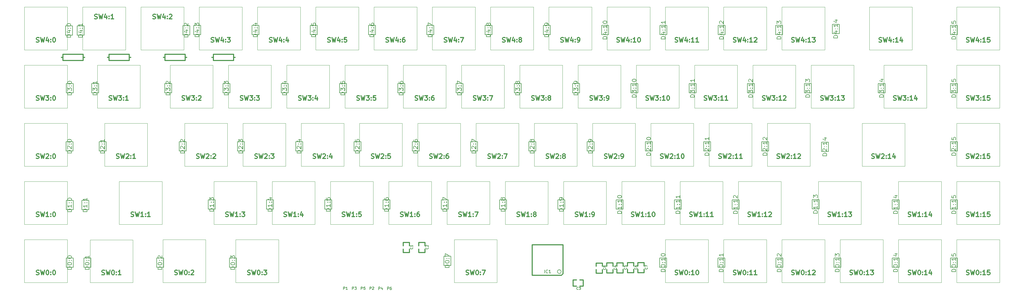
<source format=gto>
G04 #@! TF.FileFunction,Legend,Top*
%FSLAX46Y46*%
G04 Gerber Fmt 4.6, Leading zero omitted, Abs format (unit mm)*
G04 Created by KiCad (PCBNEW 4.0.2-stable) date Wednesday, August 24, 2016 'PMt' 02:45:41 PM*
%MOMM*%
G01*
G04 APERTURE LIST*
%ADD10C,0.020000*%
%ADD11C,0.300000*%
%ADD12C,0.304800*%
%ADD13C,0.203200*%
%ADD14C,0.050000*%
%ADD15C,0.150000*%
%ADD16C,0.200000*%
G04 APERTURE END LIST*
D10*
D11*
X227584000Y-234715000D02*
X227584000Y-235839000D01*
X227584000Y-235839000D02*
X225552000Y-235839000D01*
X225552000Y-235839000D02*
X225552000Y-234715000D01*
X227584000Y-233634000D02*
X227584000Y-232537000D01*
X227584000Y-232537000D02*
X225552000Y-232537000D01*
X225552000Y-232537000D02*
X225552000Y-233634000D01*
X232664000Y-234715000D02*
X232664000Y-235839000D01*
X232664000Y-235839000D02*
X230632000Y-235839000D01*
X230632000Y-235839000D02*
X230632000Y-234715000D01*
X232664000Y-233634000D02*
X232664000Y-232537000D01*
X232664000Y-232537000D02*
X230632000Y-232537000D01*
X230632000Y-232537000D02*
X230632000Y-233634000D01*
X282251200Y-246811800D02*
X281127200Y-246811800D01*
X281127200Y-246811800D02*
X281127200Y-244779800D01*
X281127200Y-244779800D02*
X282251200Y-244779800D01*
X283332200Y-246811800D02*
X284429200Y-246811800D01*
X284429200Y-246811800D02*
X284429200Y-244779800D01*
X284429200Y-244779800D02*
X283332200Y-244779800D01*
X294157400Y-241369800D02*
X294157400Y-242493800D01*
X294157400Y-242493800D02*
X292125400Y-242493800D01*
X292125400Y-242493800D02*
X292125400Y-241369800D01*
X294157400Y-240288800D02*
X294157400Y-239191800D01*
X294157400Y-239191800D02*
X292125400Y-239191800D01*
X292125400Y-239191800D02*
X292125400Y-240288800D01*
X297510200Y-241344400D02*
X297510200Y-242468400D01*
X297510200Y-242468400D02*
X295478200Y-242468400D01*
X295478200Y-242468400D02*
X295478200Y-241344400D01*
X297510200Y-240263400D02*
X297510200Y-239166400D01*
X297510200Y-239166400D02*
X295478200Y-239166400D01*
X295478200Y-239166400D02*
X295478200Y-240263400D01*
X300939200Y-241319000D02*
X300939200Y-242443000D01*
X300939200Y-242443000D02*
X298907200Y-242443000D01*
X298907200Y-242443000D02*
X298907200Y-241319000D01*
X300939200Y-240238000D02*
X300939200Y-239141000D01*
X300939200Y-239141000D02*
X298907200Y-239141000D01*
X298907200Y-239141000D02*
X298907200Y-240238000D01*
X304342800Y-241293600D02*
X304342800Y-242417600D01*
X304342800Y-242417600D02*
X302310800Y-242417600D01*
X302310800Y-242417600D02*
X302310800Y-241293600D01*
X304342800Y-240212600D02*
X304342800Y-239115600D01*
X304342800Y-239115600D02*
X302310800Y-239115600D01*
X302310800Y-239115600D02*
X302310800Y-240212600D01*
X290677600Y-241420600D02*
X290677600Y-242544600D01*
X290677600Y-242544600D02*
X288645600Y-242544600D01*
X288645600Y-242544600D02*
X288645600Y-241420600D01*
X290677600Y-240339600D02*
X290677600Y-239242600D01*
X290677600Y-239242600D02*
X288645600Y-239242600D01*
X288645600Y-239242600D02*
X288645600Y-240339600D01*
D12*
X267792200Y-243255800D02*
X267792200Y-233248200D01*
X267792200Y-233248200D02*
X277799800Y-233248200D01*
X277799800Y-242773200D02*
X277799800Y-233248200D01*
X277317200Y-243255800D02*
X267792200Y-243255800D01*
X277799800Y-242773200D02*
X277317200Y-243255800D01*
D13*
X277241000Y-242062000D02*
G75*
G03X277241000Y-242062000I-635000J0D01*
G01*
D11*
X163017200Y-171907200D02*
X163525200Y-171907200D01*
X170637200Y-171907200D02*
X170129200Y-171907200D01*
X170129200Y-171907200D02*
X170129200Y-170891200D01*
X170129200Y-170891200D02*
X163525200Y-170891200D01*
X163525200Y-170891200D02*
X163525200Y-172923200D01*
X163525200Y-172923200D02*
X170129200Y-172923200D01*
X170129200Y-172923200D02*
X170129200Y-171907200D01*
D14*
X101762800Y-231607600D02*
X115762800Y-231607600D01*
X115762800Y-231607600D02*
X115762800Y-245607600D01*
X115762800Y-245607600D02*
X101762800Y-245607600D01*
X101762800Y-245607600D02*
X101762800Y-231607600D01*
X123200400Y-231633000D02*
X137200400Y-231633000D01*
X137200400Y-231633000D02*
X137200400Y-245633000D01*
X137200400Y-245633000D02*
X123200400Y-245633000D01*
X123200400Y-245633000D02*
X123200400Y-231633000D01*
X170825400Y-231607600D02*
X184825400Y-231607600D01*
X184825400Y-231607600D02*
X184825400Y-245607600D01*
X184825400Y-245607600D02*
X170825400Y-245607600D01*
X170825400Y-245607600D02*
X170825400Y-231607600D01*
X311312800Y-231607600D02*
X325312800Y-231607600D01*
X325312800Y-231607600D02*
X325312800Y-245607600D01*
X325312800Y-245607600D02*
X311312800Y-245607600D01*
X311312800Y-245607600D02*
X311312800Y-231607600D01*
X330362800Y-231607600D02*
X344362800Y-231607600D01*
X344362800Y-231607600D02*
X344362800Y-245607600D01*
X344362800Y-245607600D02*
X330362800Y-245607600D01*
X330362800Y-245607600D02*
X330362800Y-231607600D01*
X349412800Y-231607600D02*
X363412800Y-231607600D01*
X363412800Y-231607600D02*
X363412800Y-245607600D01*
X363412800Y-245607600D02*
X349412800Y-245607600D01*
X349412800Y-245607600D02*
X349412800Y-231607600D01*
X368462800Y-231607600D02*
X382462800Y-231607600D01*
X382462800Y-231607600D02*
X382462800Y-245607600D01*
X382462800Y-245607600D02*
X368462800Y-245607600D01*
X368462800Y-245607600D02*
X368462800Y-231607600D01*
X387512800Y-231607600D02*
X401512800Y-231607600D01*
X401512800Y-231607600D02*
X401512800Y-245607600D01*
X401512800Y-245607600D02*
X387512800Y-245607600D01*
X387512800Y-245607600D02*
X387512800Y-231607600D01*
X406562800Y-231607600D02*
X420562800Y-231607600D01*
X420562800Y-231607600D02*
X420562800Y-245607600D01*
X420562800Y-245607600D02*
X406562800Y-245607600D01*
X406562800Y-245607600D02*
X406562800Y-231607600D01*
X101762800Y-212557600D02*
X115762800Y-212557600D01*
X115762800Y-212557600D02*
X115762800Y-226557600D01*
X115762800Y-226557600D02*
X101762800Y-226557600D01*
X101762800Y-226557600D02*
X101762800Y-212557600D01*
X132725400Y-212557600D02*
X146725400Y-212557600D01*
X146725400Y-212557600D02*
X146725400Y-226557600D01*
X146725400Y-226557600D02*
X132725400Y-226557600D01*
X132725400Y-226557600D02*
X132725400Y-212557600D01*
X163662600Y-212557600D02*
X177662600Y-212557600D01*
X177662600Y-212557600D02*
X177662600Y-226557600D01*
X177662600Y-226557600D02*
X163662600Y-226557600D01*
X163662600Y-226557600D02*
X163662600Y-212557600D01*
X182712600Y-212557600D02*
X196712600Y-212557600D01*
X196712600Y-212557600D02*
X196712600Y-226557600D01*
X196712600Y-226557600D02*
X182712600Y-226557600D01*
X182712600Y-226557600D02*
X182712600Y-212557600D01*
X201762600Y-212557600D02*
X215762600Y-212557600D01*
X215762600Y-212557600D02*
X215762600Y-226557600D01*
X215762600Y-226557600D02*
X201762600Y-226557600D01*
X201762600Y-226557600D02*
X201762600Y-212557600D01*
X220812600Y-212557600D02*
X234812600Y-212557600D01*
X234812600Y-212557600D02*
X234812600Y-226557600D01*
X234812600Y-226557600D02*
X220812600Y-226557600D01*
X220812600Y-226557600D02*
X220812600Y-212557600D01*
X239862600Y-212557600D02*
X253862600Y-212557600D01*
X253862600Y-212557600D02*
X253862600Y-226557600D01*
X253862600Y-226557600D02*
X239862600Y-226557600D01*
X239862600Y-226557600D02*
X239862600Y-212557600D01*
X258912600Y-212557600D02*
X272912600Y-212557600D01*
X272912600Y-212557600D02*
X272912600Y-226557600D01*
X272912600Y-226557600D02*
X258912600Y-226557600D01*
X258912600Y-226557600D02*
X258912600Y-212557600D01*
X277962600Y-212557600D02*
X291962600Y-212557600D01*
X291962600Y-212557600D02*
X291962600Y-226557600D01*
X291962600Y-226557600D02*
X277962600Y-226557600D01*
X277962600Y-226557600D02*
X277962600Y-212557600D01*
X297012600Y-212557600D02*
X311012600Y-212557600D01*
X311012600Y-212557600D02*
X311012600Y-226557600D01*
X311012600Y-226557600D02*
X297012600Y-226557600D01*
X297012600Y-226557600D02*
X297012600Y-212557600D01*
X316062600Y-212557600D02*
X330062600Y-212557600D01*
X330062600Y-212557600D02*
X330062600Y-226557600D01*
X330062600Y-226557600D02*
X316062600Y-226557600D01*
X316062600Y-226557600D02*
X316062600Y-212557600D01*
X335112600Y-212557600D02*
X349112600Y-212557600D01*
X349112600Y-212557600D02*
X349112600Y-226557600D01*
X349112600Y-226557600D02*
X335112600Y-226557600D01*
X335112600Y-226557600D02*
X335112600Y-212557600D01*
X361300000Y-212557600D02*
X375300000Y-212557600D01*
X375300000Y-212557600D02*
X375300000Y-226557600D01*
X375300000Y-226557600D02*
X361300000Y-226557600D01*
X361300000Y-226557600D02*
X361300000Y-212557600D01*
X387512800Y-212557600D02*
X401512800Y-212557600D01*
X401512800Y-212557600D02*
X401512800Y-226557600D01*
X401512800Y-226557600D02*
X387512800Y-226557600D01*
X387512800Y-226557600D02*
X387512800Y-212557600D01*
X406562800Y-212557600D02*
X420562800Y-212557600D01*
X420562800Y-212557600D02*
X420562800Y-226557600D01*
X420562800Y-226557600D02*
X406562800Y-226557600D01*
X406562800Y-226557600D02*
X406562800Y-212557600D01*
X101762800Y-193507600D02*
X115762800Y-193507600D01*
X115762800Y-193507600D02*
X115762800Y-207507600D01*
X115762800Y-207507600D02*
X101762800Y-207507600D01*
X101762800Y-207507600D02*
X101762800Y-193507600D01*
X127950200Y-193507600D02*
X141950200Y-193507600D01*
X141950200Y-193507600D02*
X141950200Y-207507600D01*
X141950200Y-207507600D02*
X127950200Y-207507600D01*
X127950200Y-207507600D02*
X127950200Y-193507600D01*
X154137600Y-193507600D02*
X168137600Y-193507600D01*
X168137600Y-193507600D02*
X168137600Y-207507600D01*
X168137600Y-207507600D02*
X154137600Y-207507600D01*
X154137600Y-207507600D02*
X154137600Y-193507600D01*
X173187600Y-193507600D02*
X187187600Y-193507600D01*
X187187600Y-193507600D02*
X187187600Y-207507600D01*
X187187600Y-207507600D02*
X173187600Y-207507600D01*
X173187600Y-207507600D02*
X173187600Y-193507600D01*
X192237600Y-193507600D02*
X206237600Y-193507600D01*
X206237600Y-193507600D02*
X206237600Y-207507600D01*
X206237600Y-207507600D02*
X192237600Y-207507600D01*
X192237600Y-207507600D02*
X192237600Y-193507600D01*
X211287600Y-193507600D02*
X225287600Y-193507600D01*
X225287600Y-193507600D02*
X225287600Y-207507600D01*
X225287600Y-207507600D02*
X211287600Y-207507600D01*
X211287600Y-207507600D02*
X211287600Y-193507600D01*
X230337600Y-193507600D02*
X244337600Y-193507600D01*
X244337600Y-193507600D02*
X244337600Y-207507600D01*
X244337600Y-207507600D02*
X230337600Y-207507600D01*
X230337600Y-207507600D02*
X230337600Y-193507600D01*
X249387600Y-193507600D02*
X263387600Y-193507600D01*
X263387600Y-193507600D02*
X263387600Y-207507600D01*
X263387600Y-207507600D02*
X249387600Y-207507600D01*
X249387600Y-207507600D02*
X249387600Y-193507600D01*
X268437600Y-193507600D02*
X282437600Y-193507600D01*
X282437600Y-193507600D02*
X282437600Y-207507600D01*
X282437600Y-207507600D02*
X268437600Y-207507600D01*
X268437600Y-207507600D02*
X268437600Y-193507600D01*
X287487600Y-193507600D02*
X301487600Y-193507600D01*
X301487600Y-193507600D02*
X301487600Y-207507600D01*
X301487600Y-207507600D02*
X287487600Y-207507600D01*
X287487600Y-207507600D02*
X287487600Y-193507600D01*
X306537600Y-193507600D02*
X320537600Y-193507600D01*
X320537600Y-193507600D02*
X320537600Y-207507600D01*
X320537600Y-207507600D02*
X306537600Y-207507600D01*
X306537600Y-207507600D02*
X306537600Y-193507600D01*
X325587600Y-193507600D02*
X339587600Y-193507600D01*
X339587600Y-193507600D02*
X339587600Y-207507600D01*
X339587600Y-207507600D02*
X325587600Y-207507600D01*
X325587600Y-207507600D02*
X325587600Y-193507600D01*
X344637600Y-193507600D02*
X358637600Y-193507600D01*
X358637600Y-193507600D02*
X358637600Y-207507600D01*
X358637600Y-207507600D02*
X344637600Y-207507600D01*
X344637600Y-207507600D02*
X344637600Y-193507600D01*
X375600200Y-193507600D02*
X389600200Y-193507600D01*
X389600200Y-193507600D02*
X389600200Y-207507600D01*
X389600200Y-207507600D02*
X375600200Y-207507600D01*
X375600200Y-207507600D02*
X375600200Y-193507600D01*
X406537400Y-193507600D02*
X420537400Y-193507600D01*
X420537400Y-193507600D02*
X420537400Y-207507600D01*
X420537400Y-207507600D02*
X406537400Y-207507600D01*
X406537400Y-207507600D02*
X406537400Y-193507600D01*
X101762800Y-174457600D02*
X115762800Y-174457600D01*
X115762800Y-174457600D02*
X115762800Y-188457600D01*
X115762800Y-188457600D02*
X101762800Y-188457600D01*
X101762800Y-188457600D02*
X101762800Y-174457600D01*
X125562600Y-174457600D02*
X139562600Y-174457600D01*
X139562600Y-174457600D02*
X139562600Y-188457600D01*
X139562600Y-188457600D02*
X125562600Y-188457600D01*
X125562600Y-188457600D02*
X125562600Y-174457600D01*
X149387800Y-174457600D02*
X163387800Y-174457600D01*
X163387800Y-174457600D02*
X163387800Y-188457600D01*
X163387800Y-188457600D02*
X149387800Y-188457600D01*
X149387800Y-188457600D02*
X149387800Y-174457600D01*
X168437800Y-174457600D02*
X182437800Y-174457600D01*
X182437800Y-174457600D02*
X182437800Y-188457600D01*
X182437800Y-188457600D02*
X168437800Y-188457600D01*
X168437800Y-188457600D02*
X168437800Y-174457600D01*
X187487800Y-174457600D02*
X201487800Y-174457600D01*
X201487800Y-174457600D02*
X201487800Y-188457600D01*
X201487800Y-188457600D02*
X187487800Y-188457600D01*
X187487800Y-188457600D02*
X187487800Y-174457600D01*
X206537800Y-174457600D02*
X220537800Y-174457600D01*
X220537800Y-174457600D02*
X220537800Y-188457600D01*
X220537800Y-188457600D02*
X206537800Y-188457600D01*
X206537800Y-188457600D02*
X206537800Y-174457600D01*
X225587800Y-174457600D02*
X239587800Y-174457600D01*
X239587800Y-174457600D02*
X239587800Y-188457600D01*
X239587800Y-188457600D02*
X225587800Y-188457600D01*
X225587800Y-188457600D02*
X225587800Y-174457600D01*
X244637800Y-174457600D02*
X258637800Y-174457600D01*
X258637800Y-174457600D02*
X258637800Y-188457600D01*
X258637800Y-188457600D02*
X244637800Y-188457600D01*
X244637800Y-188457600D02*
X244637800Y-174457600D01*
X263687800Y-174457600D02*
X277687800Y-174457600D01*
X277687800Y-174457600D02*
X277687800Y-188457600D01*
X277687800Y-188457600D02*
X263687800Y-188457600D01*
X263687800Y-188457600D02*
X263687800Y-174457600D01*
X282737800Y-174457600D02*
X296737800Y-174457600D01*
X296737800Y-174457600D02*
X296737800Y-188457600D01*
X296737800Y-188457600D02*
X282737800Y-188457600D01*
X282737800Y-188457600D02*
X282737800Y-174457600D01*
X301787800Y-174457600D02*
X315787800Y-174457600D01*
X315787800Y-174457600D02*
X315787800Y-188457600D01*
X315787800Y-188457600D02*
X301787800Y-188457600D01*
X301787800Y-188457600D02*
X301787800Y-174457600D01*
X320837800Y-174457600D02*
X334837800Y-174457600D01*
X334837800Y-174457600D02*
X334837800Y-188457600D01*
X334837800Y-188457600D02*
X320837800Y-188457600D01*
X320837800Y-188457600D02*
X320837800Y-174457600D01*
X339887800Y-174457600D02*
X353887800Y-174457600D01*
X353887800Y-174457600D02*
X353887800Y-188457600D01*
X353887800Y-188457600D02*
X339887800Y-188457600D01*
X339887800Y-188457600D02*
X339887800Y-174457600D01*
X358937800Y-174457600D02*
X372937800Y-174457600D01*
X372937800Y-174457600D02*
X372937800Y-188457600D01*
X372937800Y-188457600D02*
X358937800Y-188457600D01*
X358937800Y-188457600D02*
X358937800Y-174457600D01*
X382737600Y-174457600D02*
X396737600Y-174457600D01*
X396737600Y-174457600D02*
X396737600Y-188457600D01*
X396737600Y-188457600D02*
X382737600Y-188457600D01*
X382737600Y-188457600D02*
X382737600Y-174457600D01*
X406562800Y-174457600D02*
X420562800Y-174457600D01*
X420562800Y-174457600D02*
X420562800Y-188457600D01*
X420562800Y-188457600D02*
X406562800Y-188457600D01*
X406562800Y-188457600D02*
X406562800Y-174457600D01*
X101762800Y-155407600D02*
X115762800Y-155407600D01*
X115762800Y-155407600D02*
X115762800Y-169407600D01*
X115762800Y-169407600D02*
X101762800Y-169407600D01*
X101762800Y-169407600D02*
X101762800Y-155407600D01*
X134812800Y-169407600D02*
X120812800Y-169407600D01*
X120812800Y-169407600D02*
X120812800Y-155407600D01*
X120812800Y-155407600D02*
X134812800Y-155407600D01*
X134812800Y-155407600D02*
X134812800Y-169407600D01*
X153862800Y-169407600D02*
X139862800Y-169407600D01*
X139862800Y-169407600D02*
X139862800Y-155407600D01*
X139862800Y-155407600D02*
X153862800Y-155407600D01*
X153862800Y-155407600D02*
X153862800Y-169407600D01*
X158912800Y-155407600D02*
X172912800Y-155407600D01*
X172912800Y-155407600D02*
X172912800Y-169407600D01*
X172912800Y-169407600D02*
X158912800Y-169407600D01*
X158912800Y-169407600D02*
X158912800Y-155407600D01*
X177962800Y-155407600D02*
X191962800Y-155407600D01*
X191962800Y-155407600D02*
X191962800Y-169407600D01*
X191962800Y-169407600D02*
X177962800Y-169407600D01*
X177962800Y-169407600D02*
X177962800Y-155407600D01*
X197012800Y-155407600D02*
X211012800Y-155407600D01*
X211012800Y-155407600D02*
X211012800Y-169407600D01*
X211012800Y-169407600D02*
X197012800Y-169407600D01*
X197012800Y-169407600D02*
X197012800Y-155407600D01*
X216062800Y-155407600D02*
X230062800Y-155407600D01*
X230062800Y-155407600D02*
X230062800Y-169407600D01*
X230062800Y-169407600D02*
X216062800Y-169407600D01*
X216062800Y-169407600D02*
X216062800Y-155407600D01*
X235112800Y-155407600D02*
X249112800Y-155407600D01*
X249112800Y-155407600D02*
X249112800Y-169407600D01*
X249112800Y-169407600D02*
X235112800Y-169407600D01*
X235112800Y-169407600D02*
X235112800Y-155407600D01*
X254162800Y-155407600D02*
X268162800Y-155407600D01*
X268162800Y-155407600D02*
X268162800Y-169407600D01*
X268162800Y-169407600D02*
X254162800Y-169407600D01*
X254162800Y-169407600D02*
X254162800Y-155407600D01*
X273212800Y-155407600D02*
X287212800Y-155407600D01*
X287212800Y-155407600D02*
X287212800Y-169407600D01*
X287212800Y-169407600D02*
X273212800Y-169407600D01*
X273212800Y-169407600D02*
X273212800Y-155407600D01*
X292262800Y-155407600D02*
X306262800Y-155407600D01*
X306262800Y-155407600D02*
X306262800Y-169407600D01*
X306262800Y-169407600D02*
X292262800Y-169407600D01*
X292262800Y-169407600D02*
X292262800Y-155407600D01*
X311312800Y-155407600D02*
X325312800Y-155407600D01*
X325312800Y-155407600D02*
X325312800Y-169407600D01*
X325312800Y-169407600D02*
X311312800Y-169407600D01*
X311312800Y-169407600D02*
X311312800Y-155407600D01*
X330362800Y-155407600D02*
X344362800Y-155407600D01*
X344362800Y-155407600D02*
X344362800Y-169407600D01*
X344362800Y-169407600D02*
X330362800Y-169407600D01*
X330362800Y-169407600D02*
X330362800Y-155407600D01*
X349412800Y-155407600D02*
X363412800Y-155407600D01*
X363412800Y-155407600D02*
X363412800Y-169407600D01*
X363412800Y-169407600D02*
X349412800Y-169407600D01*
X349412800Y-169407600D02*
X349412800Y-155407600D01*
X377987800Y-155407600D02*
X391987800Y-155407600D01*
X391987800Y-155407600D02*
X391987800Y-169407600D01*
X391987800Y-169407600D02*
X377987800Y-169407600D01*
X377987800Y-169407600D02*
X377987800Y-155407600D01*
X406562800Y-155407600D02*
X420562800Y-155407600D01*
X420562800Y-155407600D02*
X420562800Y-169407600D01*
X420562800Y-169407600D02*
X406562800Y-169407600D01*
X406562800Y-169407600D02*
X406562800Y-155407600D01*
X242250200Y-231607600D02*
X256250200Y-231607600D01*
X256250200Y-231607600D02*
X256250200Y-245607600D01*
X256250200Y-245607600D02*
X242250200Y-245607600D01*
X242250200Y-245607600D02*
X242250200Y-231607600D01*
D13*
X117729000Y-237617000D02*
X117729000Y-240665000D01*
X117729000Y-240665000D02*
X115443000Y-240665000D01*
X115443000Y-240665000D02*
X115443000Y-237617000D01*
X115443000Y-237617000D02*
X117729000Y-237617000D01*
X123444000Y-237617000D02*
X123444000Y-240665000D01*
X123444000Y-240665000D02*
X121158000Y-240665000D01*
X121158000Y-240665000D02*
X121158000Y-237617000D01*
X121158000Y-237617000D02*
X123444000Y-237617000D01*
X147256500Y-237617000D02*
X147256500Y-240665000D01*
X147256500Y-240665000D02*
X144970500Y-240665000D01*
X144970500Y-240665000D02*
X144970500Y-237617000D01*
X144970500Y-237617000D02*
X147256500Y-237617000D01*
X171069000Y-237617000D02*
X171069000Y-240665000D01*
X171069000Y-240665000D02*
X168783000Y-240665000D01*
X168783000Y-240665000D02*
X168783000Y-237617000D01*
X168783000Y-237617000D02*
X171069000Y-237617000D01*
X238887000Y-240030000D02*
X238887000Y-236982000D01*
X238887000Y-236982000D02*
X241173000Y-236982000D01*
X241173000Y-236982000D02*
X241173000Y-240030000D01*
X241173000Y-240030000D02*
X238887000Y-240030000D01*
X311721500Y-237617000D02*
X311721500Y-240665000D01*
X311721500Y-240665000D02*
X309435500Y-240665000D01*
X309435500Y-240665000D02*
X309435500Y-237617000D01*
X309435500Y-237617000D02*
X311721500Y-237617000D01*
X330708000Y-237617000D02*
X330708000Y-240665000D01*
X330708000Y-240665000D02*
X328422000Y-240665000D01*
X328422000Y-240665000D02*
X328422000Y-237617000D01*
X328422000Y-237617000D02*
X330708000Y-237617000D01*
X349694500Y-237617000D02*
X349694500Y-240665000D01*
X349694500Y-240665000D02*
X347408500Y-240665000D01*
X347408500Y-240665000D02*
X347408500Y-237617000D01*
X347408500Y-237617000D02*
X349694500Y-237617000D01*
X368681000Y-237617000D02*
X368681000Y-240665000D01*
X368681000Y-240665000D02*
X366395000Y-240665000D01*
X366395000Y-240665000D02*
X366395000Y-237617000D01*
X366395000Y-237617000D02*
X368681000Y-237617000D01*
X387731000Y-237617000D02*
X387731000Y-240665000D01*
X387731000Y-240665000D02*
X385445000Y-240665000D01*
X385445000Y-240665000D02*
X385445000Y-237617000D01*
X385445000Y-237617000D02*
X387731000Y-237617000D01*
X406781000Y-237617000D02*
X406781000Y-240665000D01*
X406781000Y-240665000D02*
X404495000Y-240665000D01*
X404495000Y-240665000D02*
X404495000Y-237617000D01*
X404495000Y-237617000D02*
X406781000Y-237617000D01*
X117729000Y-218694000D02*
X117729000Y-221742000D01*
X117729000Y-221742000D02*
X115443000Y-221742000D01*
X115443000Y-221742000D02*
X115443000Y-218694000D01*
X115443000Y-218694000D02*
X117729000Y-218694000D01*
X122809000Y-218694000D02*
X122809000Y-221742000D01*
X122809000Y-221742000D02*
X120523000Y-221742000D01*
X120523000Y-221742000D02*
X120523000Y-218694000D01*
X120523000Y-218694000D02*
X122809000Y-218694000D01*
X164147500Y-218567000D02*
X164147500Y-221615000D01*
X164147500Y-221615000D02*
X161861500Y-221615000D01*
X161861500Y-221615000D02*
X161861500Y-218567000D01*
X161861500Y-218567000D02*
X164147500Y-218567000D01*
X183197500Y-218567000D02*
X183197500Y-221615000D01*
X183197500Y-221615000D02*
X180911500Y-221615000D01*
X180911500Y-221615000D02*
X180911500Y-218567000D01*
X180911500Y-218567000D02*
X183197500Y-218567000D01*
X202247500Y-218567000D02*
X202247500Y-221615000D01*
X202247500Y-221615000D02*
X199961500Y-221615000D01*
X199961500Y-221615000D02*
X199961500Y-218567000D01*
X199961500Y-218567000D02*
X202247500Y-218567000D01*
X221297500Y-218567000D02*
X221297500Y-221615000D01*
X221297500Y-221615000D02*
X219011500Y-221615000D01*
X219011500Y-221615000D02*
X219011500Y-218567000D01*
X219011500Y-218567000D02*
X221297500Y-218567000D01*
X240347500Y-218567000D02*
X240347500Y-221615000D01*
X240347500Y-221615000D02*
X238061500Y-221615000D01*
X238061500Y-221615000D02*
X238061500Y-218567000D01*
X238061500Y-218567000D02*
X240347500Y-218567000D01*
X259397500Y-218567000D02*
X259397500Y-221615000D01*
X259397500Y-221615000D02*
X257111500Y-221615000D01*
X257111500Y-221615000D02*
X257111500Y-218567000D01*
X257111500Y-218567000D02*
X259397500Y-218567000D01*
X278447500Y-218567000D02*
X278447500Y-221615000D01*
X278447500Y-221615000D02*
X276161500Y-221615000D01*
X276161500Y-221615000D02*
X276161500Y-218567000D01*
X276161500Y-218567000D02*
X278447500Y-218567000D01*
X297497500Y-218567000D02*
X297497500Y-221615000D01*
X297497500Y-221615000D02*
X295211500Y-221615000D01*
X295211500Y-221615000D02*
X295211500Y-218567000D01*
X295211500Y-218567000D02*
X297497500Y-218567000D01*
X316547500Y-218567000D02*
X316547500Y-221615000D01*
X316547500Y-221615000D02*
X314261500Y-221615000D01*
X314261500Y-221615000D02*
X314261500Y-218567000D01*
X314261500Y-218567000D02*
X316547500Y-218567000D01*
X335407000Y-218567000D02*
X335407000Y-221615000D01*
X335407000Y-221615000D02*
X333121000Y-221615000D01*
X333121000Y-221615000D02*
X333121000Y-218567000D01*
X333121000Y-218567000D02*
X335407000Y-218567000D01*
X361569000Y-218440000D02*
X361569000Y-221488000D01*
X361569000Y-221488000D02*
X359283000Y-221488000D01*
X359283000Y-221488000D02*
X359283000Y-218440000D01*
X359283000Y-218440000D02*
X361569000Y-218440000D01*
X387731000Y-218567000D02*
X387731000Y-221615000D01*
X387731000Y-221615000D02*
X385445000Y-221615000D01*
X385445000Y-221615000D02*
X385445000Y-218567000D01*
X385445000Y-218567000D02*
X387731000Y-218567000D01*
X406781000Y-218567000D02*
X406781000Y-221615000D01*
X406781000Y-221615000D02*
X404495000Y-221615000D01*
X404495000Y-221615000D02*
X404495000Y-218567000D01*
X404495000Y-218567000D02*
X406781000Y-218567000D01*
X117665500Y-199517000D02*
X117665500Y-202565000D01*
X117665500Y-202565000D02*
X115379500Y-202565000D01*
X115379500Y-202565000D02*
X115379500Y-199517000D01*
X115379500Y-199517000D02*
X117665500Y-199517000D01*
X128460500Y-199517000D02*
X128460500Y-202565000D01*
X128460500Y-202565000D02*
X126174500Y-202565000D01*
X126174500Y-202565000D02*
X126174500Y-199517000D01*
X126174500Y-199517000D02*
X128460500Y-199517000D01*
X154622500Y-199517000D02*
X154622500Y-202565000D01*
X154622500Y-202565000D02*
X152336500Y-202565000D01*
X152336500Y-202565000D02*
X152336500Y-199517000D01*
X152336500Y-199517000D02*
X154622500Y-199517000D01*
X173672500Y-199517000D02*
X173672500Y-202565000D01*
X173672500Y-202565000D02*
X171386500Y-202565000D01*
X171386500Y-202565000D02*
X171386500Y-199517000D01*
X171386500Y-199517000D02*
X173672500Y-199517000D01*
X192722500Y-199517000D02*
X192722500Y-202565000D01*
X192722500Y-202565000D02*
X190436500Y-202565000D01*
X190436500Y-202565000D02*
X190436500Y-199517000D01*
X190436500Y-199517000D02*
X192722500Y-199517000D01*
X211772500Y-199517000D02*
X211772500Y-202565000D01*
X211772500Y-202565000D02*
X209486500Y-202565000D01*
X209486500Y-202565000D02*
X209486500Y-199517000D01*
X209486500Y-199517000D02*
X211772500Y-199517000D01*
X230822500Y-199517000D02*
X230822500Y-202565000D01*
X230822500Y-202565000D02*
X228536500Y-202565000D01*
X228536500Y-202565000D02*
X228536500Y-199517000D01*
X228536500Y-199517000D02*
X230822500Y-199517000D01*
X249872500Y-199517000D02*
X249872500Y-202565000D01*
X249872500Y-202565000D02*
X247586500Y-202565000D01*
X247586500Y-202565000D02*
X247586500Y-199517000D01*
X247586500Y-199517000D02*
X249872500Y-199517000D01*
X268922500Y-199517000D02*
X268922500Y-202565000D01*
X268922500Y-202565000D02*
X266636500Y-202565000D01*
X266636500Y-202565000D02*
X266636500Y-199517000D01*
X266636500Y-199517000D02*
X268922500Y-199517000D01*
X287972500Y-199517000D02*
X287972500Y-202565000D01*
X287972500Y-202565000D02*
X285686500Y-202565000D01*
X285686500Y-202565000D02*
X285686500Y-199517000D01*
X285686500Y-199517000D02*
X287972500Y-199517000D01*
X307022500Y-199517000D02*
X307022500Y-202565000D01*
X307022500Y-202565000D02*
X304736500Y-202565000D01*
X304736500Y-202565000D02*
X304736500Y-199517000D01*
X304736500Y-199517000D02*
X307022500Y-199517000D01*
X326072500Y-199517000D02*
X326072500Y-202565000D01*
X326072500Y-202565000D02*
X323786500Y-202565000D01*
X323786500Y-202565000D02*
X323786500Y-199517000D01*
X323786500Y-199517000D02*
X326072500Y-199517000D01*
X345059000Y-199517000D02*
X345059000Y-202565000D01*
X345059000Y-202565000D02*
X342773000Y-202565000D01*
X342773000Y-202565000D02*
X342773000Y-199517000D01*
X342773000Y-199517000D02*
X345059000Y-199517000D01*
X364617000Y-199644000D02*
X364617000Y-202692000D01*
X364617000Y-202692000D02*
X362331000Y-202692000D01*
X362331000Y-202692000D02*
X362331000Y-199644000D01*
X362331000Y-199644000D02*
X364617000Y-199644000D01*
X406781000Y-199517000D02*
X406781000Y-202565000D01*
X406781000Y-202565000D02*
X404495000Y-202565000D01*
X404495000Y-202565000D02*
X404495000Y-199517000D01*
X404495000Y-199517000D02*
X406781000Y-199517000D01*
X117729000Y-180467000D02*
X117729000Y-183515000D01*
X117729000Y-183515000D02*
X115443000Y-183515000D01*
X115443000Y-183515000D02*
X115443000Y-180467000D01*
X115443000Y-180467000D02*
X117729000Y-180467000D01*
X125984000Y-180467000D02*
X125984000Y-183515000D01*
X125984000Y-183515000D02*
X123698000Y-183515000D01*
X123698000Y-183515000D02*
X123698000Y-180467000D01*
X123698000Y-180467000D02*
X125984000Y-180467000D01*
X149860000Y-180467000D02*
X149860000Y-183515000D01*
X149860000Y-183515000D02*
X147574000Y-183515000D01*
X147574000Y-183515000D02*
X147574000Y-180467000D01*
X147574000Y-180467000D02*
X149860000Y-180467000D01*
X168910000Y-180467000D02*
X168910000Y-183515000D01*
X168910000Y-183515000D02*
X166624000Y-183515000D01*
X166624000Y-183515000D02*
X166624000Y-180467000D01*
X166624000Y-180467000D02*
X168910000Y-180467000D01*
X187960000Y-180467000D02*
X187960000Y-183515000D01*
X187960000Y-183515000D02*
X185674000Y-183515000D01*
X185674000Y-183515000D02*
X185674000Y-180467000D01*
X185674000Y-180467000D02*
X187960000Y-180467000D01*
X207010000Y-180467000D02*
X207010000Y-183515000D01*
X207010000Y-183515000D02*
X204724000Y-183515000D01*
X204724000Y-183515000D02*
X204724000Y-180467000D01*
X204724000Y-180467000D02*
X207010000Y-180467000D01*
X226060000Y-180467000D02*
X226060000Y-183515000D01*
X226060000Y-183515000D02*
X223774000Y-183515000D01*
X223774000Y-183515000D02*
X223774000Y-180467000D01*
X223774000Y-180467000D02*
X226060000Y-180467000D01*
X245110000Y-180467000D02*
X245110000Y-183515000D01*
X245110000Y-183515000D02*
X242824000Y-183515000D01*
X242824000Y-183515000D02*
X242824000Y-180467000D01*
X242824000Y-180467000D02*
X245110000Y-180467000D01*
X264160000Y-180467000D02*
X264160000Y-183515000D01*
X264160000Y-183515000D02*
X261874000Y-183515000D01*
X261874000Y-183515000D02*
X261874000Y-180467000D01*
X261874000Y-180467000D02*
X264160000Y-180467000D01*
X283210000Y-180467000D02*
X283210000Y-183515000D01*
X283210000Y-183515000D02*
X280924000Y-183515000D01*
X280924000Y-183515000D02*
X280924000Y-180467000D01*
X280924000Y-180467000D02*
X283210000Y-180467000D01*
X302260000Y-180467000D02*
X302260000Y-183515000D01*
X302260000Y-183515000D02*
X299974000Y-183515000D01*
X299974000Y-183515000D02*
X299974000Y-180467000D01*
X299974000Y-180467000D02*
X302260000Y-180467000D01*
X321310000Y-180467000D02*
X321310000Y-183515000D01*
X321310000Y-183515000D02*
X319024000Y-183515000D01*
X319024000Y-183515000D02*
X319024000Y-180467000D01*
X319024000Y-180467000D02*
X321310000Y-180467000D01*
X340360000Y-180467000D02*
X340360000Y-183515000D01*
X340360000Y-183515000D02*
X338074000Y-183515000D01*
X338074000Y-183515000D02*
X338074000Y-180467000D01*
X338074000Y-180467000D02*
X340360000Y-180467000D01*
X359029000Y-180467000D02*
X359029000Y-183515000D01*
X359029000Y-183515000D02*
X356743000Y-183515000D01*
X356743000Y-183515000D02*
X356743000Y-180467000D01*
X356743000Y-180467000D02*
X359029000Y-180467000D01*
X383159000Y-180467000D02*
X383159000Y-183515000D01*
X383159000Y-183515000D02*
X380873000Y-183515000D01*
X380873000Y-183515000D02*
X380873000Y-180467000D01*
X380873000Y-180467000D02*
X383159000Y-180467000D01*
X406781000Y-180467000D02*
X406781000Y-183515000D01*
X406781000Y-183515000D02*
X404495000Y-183515000D01*
X404495000Y-183515000D02*
X404495000Y-180467000D01*
X404495000Y-180467000D02*
X406781000Y-180467000D01*
X117475000Y-161544000D02*
X117475000Y-164592000D01*
X117475000Y-164592000D02*
X115189000Y-164592000D01*
X115189000Y-164592000D02*
X115189000Y-161544000D01*
X115189000Y-161544000D02*
X117475000Y-161544000D01*
X121285000Y-161544000D02*
X121285000Y-164592000D01*
X121285000Y-164592000D02*
X118999000Y-164592000D01*
X118999000Y-164592000D02*
X118999000Y-161544000D01*
X118999000Y-161544000D02*
X121285000Y-161544000D01*
X155829000Y-161442400D02*
X155829000Y-164490400D01*
X155829000Y-164490400D02*
X153543000Y-164490400D01*
X153543000Y-164490400D02*
X153543000Y-161442400D01*
X153543000Y-161442400D02*
X155829000Y-161442400D01*
X159385000Y-161417000D02*
X159385000Y-164465000D01*
X159385000Y-164465000D02*
X157099000Y-164465000D01*
X157099000Y-164465000D02*
X157099000Y-161417000D01*
X157099000Y-161417000D02*
X159385000Y-161417000D01*
X178435000Y-161417000D02*
X178435000Y-164465000D01*
X178435000Y-164465000D02*
X176149000Y-164465000D01*
X176149000Y-164465000D02*
X176149000Y-161417000D01*
X176149000Y-161417000D02*
X178435000Y-161417000D01*
X197485000Y-161417000D02*
X197485000Y-164465000D01*
X197485000Y-164465000D02*
X195199000Y-164465000D01*
X195199000Y-164465000D02*
X195199000Y-161417000D01*
X195199000Y-161417000D02*
X197485000Y-161417000D01*
X216535000Y-161417000D02*
X216535000Y-164465000D01*
X216535000Y-164465000D02*
X214249000Y-164465000D01*
X214249000Y-164465000D02*
X214249000Y-161417000D01*
X214249000Y-161417000D02*
X216535000Y-161417000D01*
X235585000Y-161417000D02*
X235585000Y-164465000D01*
X235585000Y-164465000D02*
X233299000Y-164465000D01*
X233299000Y-164465000D02*
X233299000Y-161417000D01*
X233299000Y-161417000D02*
X235585000Y-161417000D01*
X254635000Y-161417000D02*
X254635000Y-164465000D01*
X254635000Y-164465000D02*
X252349000Y-164465000D01*
X252349000Y-164465000D02*
X252349000Y-161417000D01*
X252349000Y-161417000D02*
X254635000Y-161417000D01*
X273685000Y-161417000D02*
X273685000Y-164465000D01*
X273685000Y-164465000D02*
X271399000Y-164465000D01*
X271399000Y-164465000D02*
X271399000Y-161417000D01*
X271399000Y-161417000D02*
X273685000Y-161417000D01*
X292735000Y-161417000D02*
X292735000Y-164465000D01*
X292735000Y-164465000D02*
X290449000Y-164465000D01*
X290449000Y-164465000D02*
X290449000Y-161417000D01*
X290449000Y-161417000D02*
X292735000Y-161417000D01*
X311785000Y-161417000D02*
X311785000Y-164465000D01*
X311785000Y-164465000D02*
X309499000Y-164465000D01*
X309499000Y-164465000D02*
X309499000Y-161417000D01*
X309499000Y-161417000D02*
X311785000Y-161417000D01*
X330835000Y-161417000D02*
X330835000Y-164465000D01*
X330835000Y-164465000D02*
X328549000Y-164465000D01*
X328549000Y-164465000D02*
X328549000Y-161417000D01*
X328549000Y-161417000D02*
X330835000Y-161417000D01*
X349631000Y-161417000D02*
X349631000Y-164465000D01*
X349631000Y-164465000D02*
X347345000Y-164465000D01*
X347345000Y-164465000D02*
X347345000Y-161417000D01*
X347345000Y-161417000D02*
X349631000Y-161417000D01*
X368173000Y-161036000D02*
X368173000Y-164084000D01*
X368173000Y-164084000D02*
X365887000Y-164084000D01*
X365887000Y-164084000D02*
X365887000Y-161036000D01*
X365887000Y-161036000D02*
X368173000Y-161036000D01*
X406781000Y-161417000D02*
X406781000Y-164465000D01*
X406781000Y-164465000D02*
X404495000Y-164465000D01*
X404495000Y-164465000D02*
X404495000Y-161417000D01*
X404495000Y-161417000D02*
X406781000Y-161417000D01*
D11*
X113842800Y-171907200D02*
X114350800Y-171907200D01*
X121462800Y-171907200D02*
X120954800Y-171907200D01*
X120954800Y-171907200D02*
X120954800Y-170891200D01*
X120954800Y-170891200D02*
X114350800Y-170891200D01*
X114350800Y-170891200D02*
X114350800Y-172923200D01*
X114350800Y-172923200D02*
X120954800Y-172923200D01*
X120954800Y-172923200D02*
X120954800Y-171907200D01*
X128930400Y-171907200D02*
X129438400Y-171907200D01*
X136550400Y-171907200D02*
X136042400Y-171907200D01*
X136042400Y-171907200D02*
X136042400Y-170891200D01*
X136042400Y-170891200D02*
X129438400Y-170891200D01*
X129438400Y-170891200D02*
X129438400Y-172923200D01*
X129438400Y-172923200D02*
X136042400Y-172923200D01*
X136042400Y-172923200D02*
X136042400Y-171907200D01*
X147167600Y-171907200D02*
X147675600Y-171907200D01*
X154787600Y-171907200D02*
X154279600Y-171907200D01*
X154279600Y-171907200D02*
X154279600Y-170891200D01*
X154279600Y-170891200D02*
X147675600Y-170891200D01*
X147675600Y-170891200D02*
X147675600Y-172923200D01*
X147675600Y-172923200D02*
X154279600Y-172923200D01*
X154279600Y-172923200D02*
X154279600Y-171907200D01*
D14*
X147000200Y-231607600D02*
X161000200Y-231607600D01*
X161000200Y-231607600D02*
X161000200Y-245607600D01*
X161000200Y-245607600D02*
X147000200Y-245607600D01*
X147000200Y-245607600D02*
X147000200Y-231607600D01*
D15*
X228631714Y-234171333D02*
X228669810Y-234209428D01*
X228707905Y-234323714D01*
X228707905Y-234399904D01*
X228669810Y-234514190D01*
X228593619Y-234590381D01*
X228517429Y-234628476D01*
X228365048Y-234666571D01*
X228250762Y-234666571D01*
X228098381Y-234628476D01*
X228022190Y-234590381D01*
X227946000Y-234514190D01*
X227907905Y-234399904D01*
X227907905Y-234323714D01*
X227946000Y-234209428D01*
X227984095Y-234171333D01*
X228707905Y-233409428D02*
X228707905Y-233866571D01*
X228707905Y-233638000D02*
X227907905Y-233638000D01*
X228022190Y-233714190D01*
X228098381Y-233790381D01*
X228136476Y-233866571D01*
X233711714Y-234171333D02*
X233749810Y-234209428D01*
X233787905Y-234323714D01*
X233787905Y-234399904D01*
X233749810Y-234514190D01*
X233673619Y-234590381D01*
X233597429Y-234628476D01*
X233445048Y-234666571D01*
X233330762Y-234666571D01*
X233178381Y-234628476D01*
X233102190Y-234590381D01*
X233026000Y-234514190D01*
X232987905Y-234399904D01*
X232987905Y-234323714D01*
X233026000Y-234209428D01*
X233064095Y-234171333D01*
X233064095Y-233866571D02*
X233026000Y-233828476D01*
X232987905Y-233752285D01*
X232987905Y-233561809D01*
X233026000Y-233485619D01*
X233064095Y-233447523D01*
X233140286Y-233409428D01*
X233216476Y-233409428D01*
X233330762Y-233447523D01*
X233787905Y-233904666D01*
X233787905Y-233409428D01*
X282794867Y-247859514D02*
X282756772Y-247897610D01*
X282642486Y-247935705D01*
X282566296Y-247935705D01*
X282452010Y-247897610D01*
X282375819Y-247821419D01*
X282337724Y-247745229D01*
X282299629Y-247592848D01*
X282299629Y-247478562D01*
X282337724Y-247326181D01*
X282375819Y-247249990D01*
X282452010Y-247173800D01*
X282566296Y-247135705D01*
X282642486Y-247135705D01*
X282756772Y-247173800D01*
X282794867Y-247211895D01*
X283061534Y-247135705D02*
X283556772Y-247135705D01*
X283290105Y-247440467D01*
X283404391Y-247440467D01*
X283480581Y-247478562D01*
X283518677Y-247516657D01*
X283556772Y-247592848D01*
X283556772Y-247783324D01*
X283518677Y-247859514D01*
X283480581Y-247897610D01*
X283404391Y-247935705D01*
X283175819Y-247935705D01*
X283099629Y-247897610D01*
X283061534Y-247859514D01*
X295205114Y-240826133D02*
X295243210Y-240864228D01*
X295281305Y-240978514D01*
X295281305Y-241054704D01*
X295243210Y-241168990D01*
X295167019Y-241245181D01*
X295090829Y-241283276D01*
X294938448Y-241321371D01*
X294824162Y-241321371D01*
X294671781Y-241283276D01*
X294595590Y-241245181D01*
X294519400Y-241168990D01*
X294481305Y-241054704D01*
X294481305Y-240978514D01*
X294519400Y-240864228D01*
X294557495Y-240826133D01*
X294747971Y-240140419D02*
X295281305Y-240140419D01*
X294443210Y-240330895D02*
X295014638Y-240521371D01*
X295014638Y-240026133D01*
X298557914Y-240800733D02*
X298596010Y-240838828D01*
X298634105Y-240953114D01*
X298634105Y-241029304D01*
X298596010Y-241143590D01*
X298519819Y-241219781D01*
X298443629Y-241257876D01*
X298291248Y-241295971D01*
X298176962Y-241295971D01*
X298024581Y-241257876D01*
X297948390Y-241219781D01*
X297872200Y-241143590D01*
X297834105Y-241029304D01*
X297834105Y-240953114D01*
X297872200Y-240838828D01*
X297910295Y-240800733D01*
X297834105Y-240076923D02*
X297834105Y-240457876D01*
X298215057Y-240495971D01*
X298176962Y-240457876D01*
X298138867Y-240381685D01*
X298138867Y-240191209D01*
X298176962Y-240115019D01*
X298215057Y-240076923D01*
X298291248Y-240038828D01*
X298481724Y-240038828D01*
X298557914Y-240076923D01*
X298596010Y-240115019D01*
X298634105Y-240191209D01*
X298634105Y-240381685D01*
X298596010Y-240457876D01*
X298557914Y-240495971D01*
X301986914Y-240775333D02*
X302025010Y-240813428D01*
X302063105Y-240927714D01*
X302063105Y-241003904D01*
X302025010Y-241118190D01*
X301948819Y-241194381D01*
X301872629Y-241232476D01*
X301720248Y-241270571D01*
X301605962Y-241270571D01*
X301453581Y-241232476D01*
X301377390Y-241194381D01*
X301301200Y-241118190D01*
X301263105Y-241003904D01*
X301263105Y-240927714D01*
X301301200Y-240813428D01*
X301339295Y-240775333D01*
X301263105Y-240089619D02*
X301263105Y-240242000D01*
X301301200Y-240318190D01*
X301339295Y-240356285D01*
X301453581Y-240432476D01*
X301605962Y-240470571D01*
X301910724Y-240470571D01*
X301986914Y-240432476D01*
X302025010Y-240394381D01*
X302063105Y-240318190D01*
X302063105Y-240165809D01*
X302025010Y-240089619D01*
X301986914Y-240051523D01*
X301910724Y-240013428D01*
X301720248Y-240013428D01*
X301644057Y-240051523D01*
X301605962Y-240089619D01*
X301567867Y-240165809D01*
X301567867Y-240318190D01*
X301605962Y-240394381D01*
X301644057Y-240432476D01*
X301720248Y-240470571D01*
X305390514Y-240749933D02*
X305428610Y-240788028D01*
X305466705Y-240902314D01*
X305466705Y-240978504D01*
X305428610Y-241092790D01*
X305352419Y-241168981D01*
X305276229Y-241207076D01*
X305123848Y-241245171D01*
X305009562Y-241245171D01*
X304857181Y-241207076D01*
X304780990Y-241168981D01*
X304704800Y-241092790D01*
X304666705Y-240978504D01*
X304666705Y-240902314D01*
X304704800Y-240788028D01*
X304742895Y-240749933D01*
X304666705Y-240483266D02*
X304666705Y-239949933D01*
X305466705Y-240292790D01*
X291725314Y-240876933D02*
X291763410Y-240915028D01*
X291801505Y-241029314D01*
X291801505Y-241105504D01*
X291763410Y-241219790D01*
X291687219Y-241295981D01*
X291611029Y-241334076D01*
X291458648Y-241372171D01*
X291344362Y-241372171D01*
X291191981Y-241334076D01*
X291115790Y-241295981D01*
X291039600Y-241219790D01*
X291001505Y-241105504D01*
X291001505Y-241029314D01*
X291039600Y-240915028D01*
X291077695Y-240876933D01*
X291344362Y-240419790D02*
X291306267Y-240495981D01*
X291268171Y-240534076D01*
X291191981Y-240572171D01*
X291153886Y-240572171D01*
X291077695Y-240534076D01*
X291039600Y-240495981D01*
X291001505Y-240419790D01*
X291001505Y-240267409D01*
X291039600Y-240191219D01*
X291077695Y-240153123D01*
X291153886Y-240115028D01*
X291191981Y-240115028D01*
X291268171Y-240153123D01*
X291306267Y-240191219D01*
X291344362Y-240267409D01*
X291344362Y-240419790D01*
X291382457Y-240495981D01*
X291420552Y-240534076D01*
X291496743Y-240572171D01*
X291649124Y-240572171D01*
X291725314Y-240534076D01*
X291763410Y-240495981D01*
X291801505Y-240419790D01*
X291801505Y-240267409D01*
X291763410Y-240191219D01*
X291725314Y-240153123D01*
X291649124Y-240115028D01*
X291496743Y-240115028D01*
X291420552Y-240153123D01*
X291382457Y-240191219D01*
X291344362Y-240267409D01*
D16*
X271819810Y-242514381D02*
X271819810Y-241514381D01*
X272867429Y-242419143D02*
X272819810Y-242466762D01*
X272676953Y-242514381D01*
X272581715Y-242514381D01*
X272438857Y-242466762D01*
X272343619Y-242371524D01*
X272296000Y-242276286D01*
X272248381Y-242085810D01*
X272248381Y-241942952D01*
X272296000Y-241752476D01*
X272343619Y-241657238D01*
X272438857Y-241562000D01*
X272581715Y-241514381D01*
X272676953Y-241514381D01*
X272819810Y-241562000D01*
X272867429Y-241609619D01*
X273819810Y-242514381D02*
X273248381Y-242514381D01*
X273534095Y-242514381D02*
X273534095Y-241514381D01*
X273438857Y-241657238D01*
X273343619Y-241752476D01*
X273248381Y-241800095D01*
D12*
X105642229Y-243034457D02*
X105859943Y-243107029D01*
X106222800Y-243107029D01*
X106367943Y-243034457D01*
X106440514Y-242961886D01*
X106513086Y-242816743D01*
X106513086Y-242671600D01*
X106440514Y-242526457D01*
X106367943Y-242453886D01*
X106222800Y-242381314D01*
X105932514Y-242308743D01*
X105787372Y-242236171D01*
X105714800Y-242163600D01*
X105642229Y-242018457D01*
X105642229Y-241873314D01*
X105714800Y-241728171D01*
X105787372Y-241655600D01*
X105932514Y-241583029D01*
X106295372Y-241583029D01*
X106513086Y-241655600D01*
X107021086Y-241583029D02*
X107383943Y-243107029D01*
X107674229Y-242018457D01*
X107964515Y-243107029D01*
X108327372Y-241583029D01*
X109198229Y-241583029D02*
X109343372Y-241583029D01*
X109488515Y-241655600D01*
X109561086Y-241728171D01*
X109633657Y-241873314D01*
X109706229Y-242163600D01*
X109706229Y-242526457D01*
X109633657Y-242816743D01*
X109561086Y-242961886D01*
X109488515Y-243034457D01*
X109343372Y-243107029D01*
X109198229Y-243107029D01*
X109053086Y-243034457D01*
X108980515Y-242961886D01*
X108907943Y-242816743D01*
X108835372Y-242526457D01*
X108835372Y-242163600D01*
X108907943Y-241873314D01*
X108980515Y-241728171D01*
X109053086Y-241655600D01*
X109198229Y-241583029D01*
X110359372Y-242961886D02*
X110431944Y-243034457D01*
X110359372Y-243107029D01*
X110286801Y-243034457D01*
X110359372Y-242961886D01*
X110359372Y-243107029D01*
X110359372Y-242163600D02*
X110431944Y-242236171D01*
X110359372Y-242308743D01*
X110286801Y-242236171D01*
X110359372Y-242163600D01*
X110359372Y-242308743D01*
X111375372Y-241583029D02*
X111520515Y-241583029D01*
X111665658Y-241655600D01*
X111738229Y-241728171D01*
X111810800Y-241873314D01*
X111883372Y-242163600D01*
X111883372Y-242526457D01*
X111810800Y-242816743D01*
X111738229Y-242961886D01*
X111665658Y-243034457D01*
X111520515Y-243107029D01*
X111375372Y-243107029D01*
X111230229Y-243034457D01*
X111157658Y-242961886D01*
X111085086Y-242816743D01*
X111012515Y-242526457D01*
X111012515Y-242163600D01*
X111085086Y-241873314D01*
X111157658Y-241728171D01*
X111230229Y-241655600D01*
X111375372Y-241583029D01*
X127079829Y-243059857D02*
X127297543Y-243132429D01*
X127660400Y-243132429D01*
X127805543Y-243059857D01*
X127878114Y-242987286D01*
X127950686Y-242842143D01*
X127950686Y-242697000D01*
X127878114Y-242551857D01*
X127805543Y-242479286D01*
X127660400Y-242406714D01*
X127370114Y-242334143D01*
X127224972Y-242261571D01*
X127152400Y-242189000D01*
X127079829Y-242043857D01*
X127079829Y-241898714D01*
X127152400Y-241753571D01*
X127224972Y-241681000D01*
X127370114Y-241608429D01*
X127732972Y-241608429D01*
X127950686Y-241681000D01*
X128458686Y-241608429D02*
X128821543Y-243132429D01*
X129111829Y-242043857D01*
X129402115Y-243132429D01*
X129764972Y-241608429D01*
X130635829Y-241608429D02*
X130780972Y-241608429D01*
X130926115Y-241681000D01*
X130998686Y-241753571D01*
X131071257Y-241898714D01*
X131143829Y-242189000D01*
X131143829Y-242551857D01*
X131071257Y-242842143D01*
X130998686Y-242987286D01*
X130926115Y-243059857D01*
X130780972Y-243132429D01*
X130635829Y-243132429D01*
X130490686Y-243059857D01*
X130418115Y-242987286D01*
X130345543Y-242842143D01*
X130272972Y-242551857D01*
X130272972Y-242189000D01*
X130345543Y-241898714D01*
X130418115Y-241753571D01*
X130490686Y-241681000D01*
X130635829Y-241608429D01*
X131796972Y-242987286D02*
X131869544Y-243059857D01*
X131796972Y-243132429D01*
X131724401Y-243059857D01*
X131796972Y-242987286D01*
X131796972Y-243132429D01*
X131796972Y-242189000D02*
X131869544Y-242261571D01*
X131796972Y-242334143D01*
X131724401Y-242261571D01*
X131796972Y-242189000D01*
X131796972Y-242334143D01*
X133320972Y-243132429D02*
X132450115Y-243132429D01*
X132885543Y-243132429D02*
X132885543Y-241608429D01*
X132740400Y-241826143D01*
X132595258Y-241971286D01*
X132450115Y-242043857D01*
X174704829Y-243034457D02*
X174922543Y-243107029D01*
X175285400Y-243107029D01*
X175430543Y-243034457D01*
X175503114Y-242961886D01*
X175575686Y-242816743D01*
X175575686Y-242671600D01*
X175503114Y-242526457D01*
X175430543Y-242453886D01*
X175285400Y-242381314D01*
X174995114Y-242308743D01*
X174849972Y-242236171D01*
X174777400Y-242163600D01*
X174704829Y-242018457D01*
X174704829Y-241873314D01*
X174777400Y-241728171D01*
X174849972Y-241655600D01*
X174995114Y-241583029D01*
X175357972Y-241583029D01*
X175575686Y-241655600D01*
X176083686Y-241583029D02*
X176446543Y-243107029D01*
X176736829Y-242018457D01*
X177027115Y-243107029D01*
X177389972Y-241583029D01*
X178260829Y-241583029D02*
X178405972Y-241583029D01*
X178551115Y-241655600D01*
X178623686Y-241728171D01*
X178696257Y-241873314D01*
X178768829Y-242163600D01*
X178768829Y-242526457D01*
X178696257Y-242816743D01*
X178623686Y-242961886D01*
X178551115Y-243034457D01*
X178405972Y-243107029D01*
X178260829Y-243107029D01*
X178115686Y-243034457D01*
X178043115Y-242961886D01*
X177970543Y-242816743D01*
X177897972Y-242526457D01*
X177897972Y-242163600D01*
X177970543Y-241873314D01*
X178043115Y-241728171D01*
X178115686Y-241655600D01*
X178260829Y-241583029D01*
X179421972Y-242961886D02*
X179494544Y-243034457D01*
X179421972Y-243107029D01*
X179349401Y-243034457D01*
X179421972Y-242961886D01*
X179421972Y-243107029D01*
X179421972Y-242163600D02*
X179494544Y-242236171D01*
X179421972Y-242308743D01*
X179349401Y-242236171D01*
X179421972Y-242163600D01*
X179421972Y-242308743D01*
X180002543Y-241583029D02*
X180945972Y-241583029D01*
X180437972Y-242163600D01*
X180655686Y-242163600D01*
X180800829Y-242236171D01*
X180873400Y-242308743D01*
X180945972Y-242453886D01*
X180945972Y-242816743D01*
X180873400Y-242961886D01*
X180800829Y-243034457D01*
X180655686Y-243107029D01*
X180220258Y-243107029D01*
X180075115Y-243034457D01*
X180002543Y-242961886D01*
X314466514Y-243034457D02*
X314684228Y-243107029D01*
X315047085Y-243107029D01*
X315192228Y-243034457D01*
X315264799Y-242961886D01*
X315337371Y-242816743D01*
X315337371Y-242671600D01*
X315264799Y-242526457D01*
X315192228Y-242453886D01*
X315047085Y-242381314D01*
X314756799Y-242308743D01*
X314611657Y-242236171D01*
X314539085Y-242163600D01*
X314466514Y-242018457D01*
X314466514Y-241873314D01*
X314539085Y-241728171D01*
X314611657Y-241655600D01*
X314756799Y-241583029D01*
X315119657Y-241583029D01*
X315337371Y-241655600D01*
X315845371Y-241583029D02*
X316208228Y-243107029D01*
X316498514Y-242018457D01*
X316788800Y-243107029D01*
X317151657Y-241583029D01*
X318022514Y-241583029D02*
X318167657Y-241583029D01*
X318312800Y-241655600D01*
X318385371Y-241728171D01*
X318457942Y-241873314D01*
X318530514Y-242163600D01*
X318530514Y-242526457D01*
X318457942Y-242816743D01*
X318385371Y-242961886D01*
X318312800Y-243034457D01*
X318167657Y-243107029D01*
X318022514Y-243107029D01*
X317877371Y-243034457D01*
X317804800Y-242961886D01*
X317732228Y-242816743D01*
X317659657Y-242526457D01*
X317659657Y-242163600D01*
X317732228Y-241873314D01*
X317804800Y-241728171D01*
X317877371Y-241655600D01*
X318022514Y-241583029D01*
X319183657Y-242961886D02*
X319256229Y-243034457D01*
X319183657Y-243107029D01*
X319111086Y-243034457D01*
X319183657Y-242961886D01*
X319183657Y-243107029D01*
X319183657Y-242163600D02*
X319256229Y-242236171D01*
X319183657Y-242308743D01*
X319111086Y-242236171D01*
X319183657Y-242163600D01*
X319183657Y-242308743D01*
X320707657Y-243107029D02*
X319836800Y-243107029D01*
X320272228Y-243107029D02*
X320272228Y-241583029D01*
X320127085Y-241800743D01*
X319981943Y-241945886D01*
X319836800Y-242018457D01*
X321651086Y-241583029D02*
X321796229Y-241583029D01*
X321941372Y-241655600D01*
X322013943Y-241728171D01*
X322086514Y-241873314D01*
X322159086Y-242163600D01*
X322159086Y-242526457D01*
X322086514Y-242816743D01*
X322013943Y-242961886D01*
X321941372Y-243034457D01*
X321796229Y-243107029D01*
X321651086Y-243107029D01*
X321505943Y-243034457D01*
X321433372Y-242961886D01*
X321360800Y-242816743D01*
X321288229Y-242526457D01*
X321288229Y-242163600D01*
X321360800Y-241873314D01*
X321433372Y-241728171D01*
X321505943Y-241655600D01*
X321651086Y-241583029D01*
X333516514Y-243034457D02*
X333734228Y-243107029D01*
X334097085Y-243107029D01*
X334242228Y-243034457D01*
X334314799Y-242961886D01*
X334387371Y-242816743D01*
X334387371Y-242671600D01*
X334314799Y-242526457D01*
X334242228Y-242453886D01*
X334097085Y-242381314D01*
X333806799Y-242308743D01*
X333661657Y-242236171D01*
X333589085Y-242163600D01*
X333516514Y-242018457D01*
X333516514Y-241873314D01*
X333589085Y-241728171D01*
X333661657Y-241655600D01*
X333806799Y-241583029D01*
X334169657Y-241583029D01*
X334387371Y-241655600D01*
X334895371Y-241583029D02*
X335258228Y-243107029D01*
X335548514Y-242018457D01*
X335838800Y-243107029D01*
X336201657Y-241583029D01*
X337072514Y-241583029D02*
X337217657Y-241583029D01*
X337362800Y-241655600D01*
X337435371Y-241728171D01*
X337507942Y-241873314D01*
X337580514Y-242163600D01*
X337580514Y-242526457D01*
X337507942Y-242816743D01*
X337435371Y-242961886D01*
X337362800Y-243034457D01*
X337217657Y-243107029D01*
X337072514Y-243107029D01*
X336927371Y-243034457D01*
X336854800Y-242961886D01*
X336782228Y-242816743D01*
X336709657Y-242526457D01*
X336709657Y-242163600D01*
X336782228Y-241873314D01*
X336854800Y-241728171D01*
X336927371Y-241655600D01*
X337072514Y-241583029D01*
X338233657Y-242961886D02*
X338306229Y-243034457D01*
X338233657Y-243107029D01*
X338161086Y-243034457D01*
X338233657Y-242961886D01*
X338233657Y-243107029D01*
X338233657Y-242163600D02*
X338306229Y-242236171D01*
X338233657Y-242308743D01*
X338161086Y-242236171D01*
X338233657Y-242163600D01*
X338233657Y-242308743D01*
X339757657Y-243107029D02*
X338886800Y-243107029D01*
X339322228Y-243107029D02*
X339322228Y-241583029D01*
X339177085Y-241800743D01*
X339031943Y-241945886D01*
X338886800Y-242018457D01*
X341209086Y-243107029D02*
X340338229Y-243107029D01*
X340773657Y-243107029D02*
X340773657Y-241583029D01*
X340628514Y-241800743D01*
X340483372Y-241945886D01*
X340338229Y-242018457D01*
X352566514Y-243034457D02*
X352784228Y-243107029D01*
X353147085Y-243107029D01*
X353292228Y-243034457D01*
X353364799Y-242961886D01*
X353437371Y-242816743D01*
X353437371Y-242671600D01*
X353364799Y-242526457D01*
X353292228Y-242453886D01*
X353147085Y-242381314D01*
X352856799Y-242308743D01*
X352711657Y-242236171D01*
X352639085Y-242163600D01*
X352566514Y-242018457D01*
X352566514Y-241873314D01*
X352639085Y-241728171D01*
X352711657Y-241655600D01*
X352856799Y-241583029D01*
X353219657Y-241583029D01*
X353437371Y-241655600D01*
X353945371Y-241583029D02*
X354308228Y-243107029D01*
X354598514Y-242018457D01*
X354888800Y-243107029D01*
X355251657Y-241583029D01*
X356122514Y-241583029D02*
X356267657Y-241583029D01*
X356412800Y-241655600D01*
X356485371Y-241728171D01*
X356557942Y-241873314D01*
X356630514Y-242163600D01*
X356630514Y-242526457D01*
X356557942Y-242816743D01*
X356485371Y-242961886D01*
X356412800Y-243034457D01*
X356267657Y-243107029D01*
X356122514Y-243107029D01*
X355977371Y-243034457D01*
X355904800Y-242961886D01*
X355832228Y-242816743D01*
X355759657Y-242526457D01*
X355759657Y-242163600D01*
X355832228Y-241873314D01*
X355904800Y-241728171D01*
X355977371Y-241655600D01*
X356122514Y-241583029D01*
X357283657Y-242961886D02*
X357356229Y-243034457D01*
X357283657Y-243107029D01*
X357211086Y-243034457D01*
X357283657Y-242961886D01*
X357283657Y-243107029D01*
X357283657Y-242163600D02*
X357356229Y-242236171D01*
X357283657Y-242308743D01*
X357211086Y-242236171D01*
X357283657Y-242163600D01*
X357283657Y-242308743D01*
X358807657Y-243107029D02*
X357936800Y-243107029D01*
X358372228Y-243107029D02*
X358372228Y-241583029D01*
X358227085Y-241800743D01*
X358081943Y-241945886D01*
X357936800Y-242018457D01*
X359388229Y-241728171D02*
X359460800Y-241655600D01*
X359605943Y-241583029D01*
X359968800Y-241583029D01*
X360113943Y-241655600D01*
X360186514Y-241728171D01*
X360259086Y-241873314D01*
X360259086Y-242018457D01*
X360186514Y-242236171D01*
X359315657Y-243107029D01*
X360259086Y-243107029D01*
X371616514Y-243034457D02*
X371834228Y-243107029D01*
X372197085Y-243107029D01*
X372342228Y-243034457D01*
X372414799Y-242961886D01*
X372487371Y-242816743D01*
X372487371Y-242671600D01*
X372414799Y-242526457D01*
X372342228Y-242453886D01*
X372197085Y-242381314D01*
X371906799Y-242308743D01*
X371761657Y-242236171D01*
X371689085Y-242163600D01*
X371616514Y-242018457D01*
X371616514Y-241873314D01*
X371689085Y-241728171D01*
X371761657Y-241655600D01*
X371906799Y-241583029D01*
X372269657Y-241583029D01*
X372487371Y-241655600D01*
X372995371Y-241583029D02*
X373358228Y-243107029D01*
X373648514Y-242018457D01*
X373938800Y-243107029D01*
X374301657Y-241583029D01*
X375172514Y-241583029D02*
X375317657Y-241583029D01*
X375462800Y-241655600D01*
X375535371Y-241728171D01*
X375607942Y-241873314D01*
X375680514Y-242163600D01*
X375680514Y-242526457D01*
X375607942Y-242816743D01*
X375535371Y-242961886D01*
X375462800Y-243034457D01*
X375317657Y-243107029D01*
X375172514Y-243107029D01*
X375027371Y-243034457D01*
X374954800Y-242961886D01*
X374882228Y-242816743D01*
X374809657Y-242526457D01*
X374809657Y-242163600D01*
X374882228Y-241873314D01*
X374954800Y-241728171D01*
X375027371Y-241655600D01*
X375172514Y-241583029D01*
X376333657Y-242961886D02*
X376406229Y-243034457D01*
X376333657Y-243107029D01*
X376261086Y-243034457D01*
X376333657Y-242961886D01*
X376333657Y-243107029D01*
X376333657Y-242163600D02*
X376406229Y-242236171D01*
X376333657Y-242308743D01*
X376261086Y-242236171D01*
X376333657Y-242163600D01*
X376333657Y-242308743D01*
X377857657Y-243107029D02*
X376986800Y-243107029D01*
X377422228Y-243107029D02*
X377422228Y-241583029D01*
X377277085Y-241800743D01*
X377131943Y-241945886D01*
X376986800Y-242018457D01*
X378365657Y-241583029D02*
X379309086Y-241583029D01*
X378801086Y-242163600D01*
X379018800Y-242163600D01*
X379163943Y-242236171D01*
X379236514Y-242308743D01*
X379309086Y-242453886D01*
X379309086Y-242816743D01*
X379236514Y-242961886D01*
X379163943Y-243034457D01*
X379018800Y-243107029D01*
X378583372Y-243107029D01*
X378438229Y-243034457D01*
X378365657Y-242961886D01*
X390666514Y-243034457D02*
X390884228Y-243107029D01*
X391247085Y-243107029D01*
X391392228Y-243034457D01*
X391464799Y-242961886D01*
X391537371Y-242816743D01*
X391537371Y-242671600D01*
X391464799Y-242526457D01*
X391392228Y-242453886D01*
X391247085Y-242381314D01*
X390956799Y-242308743D01*
X390811657Y-242236171D01*
X390739085Y-242163600D01*
X390666514Y-242018457D01*
X390666514Y-241873314D01*
X390739085Y-241728171D01*
X390811657Y-241655600D01*
X390956799Y-241583029D01*
X391319657Y-241583029D01*
X391537371Y-241655600D01*
X392045371Y-241583029D02*
X392408228Y-243107029D01*
X392698514Y-242018457D01*
X392988800Y-243107029D01*
X393351657Y-241583029D01*
X394222514Y-241583029D02*
X394367657Y-241583029D01*
X394512800Y-241655600D01*
X394585371Y-241728171D01*
X394657942Y-241873314D01*
X394730514Y-242163600D01*
X394730514Y-242526457D01*
X394657942Y-242816743D01*
X394585371Y-242961886D01*
X394512800Y-243034457D01*
X394367657Y-243107029D01*
X394222514Y-243107029D01*
X394077371Y-243034457D01*
X394004800Y-242961886D01*
X393932228Y-242816743D01*
X393859657Y-242526457D01*
X393859657Y-242163600D01*
X393932228Y-241873314D01*
X394004800Y-241728171D01*
X394077371Y-241655600D01*
X394222514Y-241583029D01*
X395383657Y-242961886D02*
X395456229Y-243034457D01*
X395383657Y-243107029D01*
X395311086Y-243034457D01*
X395383657Y-242961886D01*
X395383657Y-243107029D01*
X395383657Y-242163600D02*
X395456229Y-242236171D01*
X395383657Y-242308743D01*
X395311086Y-242236171D01*
X395383657Y-242163600D01*
X395383657Y-242308743D01*
X396907657Y-243107029D02*
X396036800Y-243107029D01*
X396472228Y-243107029D02*
X396472228Y-241583029D01*
X396327085Y-241800743D01*
X396181943Y-241945886D01*
X396036800Y-242018457D01*
X398213943Y-242091029D02*
X398213943Y-243107029D01*
X397851086Y-241510457D02*
X397488229Y-242599029D01*
X398431657Y-242599029D01*
X409716514Y-243034457D02*
X409934228Y-243107029D01*
X410297085Y-243107029D01*
X410442228Y-243034457D01*
X410514799Y-242961886D01*
X410587371Y-242816743D01*
X410587371Y-242671600D01*
X410514799Y-242526457D01*
X410442228Y-242453886D01*
X410297085Y-242381314D01*
X410006799Y-242308743D01*
X409861657Y-242236171D01*
X409789085Y-242163600D01*
X409716514Y-242018457D01*
X409716514Y-241873314D01*
X409789085Y-241728171D01*
X409861657Y-241655600D01*
X410006799Y-241583029D01*
X410369657Y-241583029D01*
X410587371Y-241655600D01*
X411095371Y-241583029D02*
X411458228Y-243107029D01*
X411748514Y-242018457D01*
X412038800Y-243107029D01*
X412401657Y-241583029D01*
X413272514Y-241583029D02*
X413417657Y-241583029D01*
X413562800Y-241655600D01*
X413635371Y-241728171D01*
X413707942Y-241873314D01*
X413780514Y-242163600D01*
X413780514Y-242526457D01*
X413707942Y-242816743D01*
X413635371Y-242961886D01*
X413562800Y-243034457D01*
X413417657Y-243107029D01*
X413272514Y-243107029D01*
X413127371Y-243034457D01*
X413054800Y-242961886D01*
X412982228Y-242816743D01*
X412909657Y-242526457D01*
X412909657Y-242163600D01*
X412982228Y-241873314D01*
X413054800Y-241728171D01*
X413127371Y-241655600D01*
X413272514Y-241583029D01*
X414433657Y-242961886D02*
X414506229Y-243034457D01*
X414433657Y-243107029D01*
X414361086Y-243034457D01*
X414433657Y-242961886D01*
X414433657Y-243107029D01*
X414433657Y-242163600D02*
X414506229Y-242236171D01*
X414433657Y-242308743D01*
X414361086Y-242236171D01*
X414433657Y-242163600D01*
X414433657Y-242308743D01*
X415957657Y-243107029D02*
X415086800Y-243107029D01*
X415522228Y-243107029D02*
X415522228Y-241583029D01*
X415377085Y-241800743D01*
X415231943Y-241945886D01*
X415086800Y-242018457D01*
X417336514Y-241583029D02*
X416610800Y-241583029D01*
X416538229Y-242308743D01*
X416610800Y-242236171D01*
X416755943Y-242163600D01*
X417118800Y-242163600D01*
X417263943Y-242236171D01*
X417336514Y-242308743D01*
X417409086Y-242453886D01*
X417409086Y-242816743D01*
X417336514Y-242961886D01*
X417263943Y-243034457D01*
X417118800Y-243107029D01*
X416755943Y-243107029D01*
X416610800Y-243034457D01*
X416538229Y-242961886D01*
X105642229Y-223984457D02*
X105859943Y-224057029D01*
X106222800Y-224057029D01*
X106367943Y-223984457D01*
X106440514Y-223911886D01*
X106513086Y-223766743D01*
X106513086Y-223621600D01*
X106440514Y-223476457D01*
X106367943Y-223403886D01*
X106222800Y-223331314D01*
X105932514Y-223258743D01*
X105787372Y-223186171D01*
X105714800Y-223113600D01*
X105642229Y-222968457D01*
X105642229Y-222823314D01*
X105714800Y-222678171D01*
X105787372Y-222605600D01*
X105932514Y-222533029D01*
X106295372Y-222533029D01*
X106513086Y-222605600D01*
X107021086Y-222533029D02*
X107383943Y-224057029D01*
X107674229Y-222968457D01*
X107964515Y-224057029D01*
X108327372Y-222533029D01*
X109706229Y-224057029D02*
X108835372Y-224057029D01*
X109270800Y-224057029D02*
X109270800Y-222533029D01*
X109125657Y-222750743D01*
X108980515Y-222895886D01*
X108835372Y-222968457D01*
X110359372Y-223911886D02*
X110431944Y-223984457D01*
X110359372Y-224057029D01*
X110286801Y-223984457D01*
X110359372Y-223911886D01*
X110359372Y-224057029D01*
X110359372Y-223113600D02*
X110431944Y-223186171D01*
X110359372Y-223258743D01*
X110286801Y-223186171D01*
X110359372Y-223113600D01*
X110359372Y-223258743D01*
X111375372Y-222533029D02*
X111520515Y-222533029D01*
X111665658Y-222605600D01*
X111738229Y-222678171D01*
X111810800Y-222823314D01*
X111883372Y-223113600D01*
X111883372Y-223476457D01*
X111810800Y-223766743D01*
X111738229Y-223911886D01*
X111665658Y-223984457D01*
X111520515Y-224057029D01*
X111375372Y-224057029D01*
X111230229Y-223984457D01*
X111157658Y-223911886D01*
X111085086Y-223766743D01*
X111012515Y-223476457D01*
X111012515Y-223113600D01*
X111085086Y-222823314D01*
X111157658Y-222678171D01*
X111230229Y-222605600D01*
X111375372Y-222533029D01*
X136604829Y-223984457D02*
X136822543Y-224057029D01*
X137185400Y-224057029D01*
X137330543Y-223984457D01*
X137403114Y-223911886D01*
X137475686Y-223766743D01*
X137475686Y-223621600D01*
X137403114Y-223476457D01*
X137330543Y-223403886D01*
X137185400Y-223331314D01*
X136895114Y-223258743D01*
X136749972Y-223186171D01*
X136677400Y-223113600D01*
X136604829Y-222968457D01*
X136604829Y-222823314D01*
X136677400Y-222678171D01*
X136749972Y-222605600D01*
X136895114Y-222533029D01*
X137257972Y-222533029D01*
X137475686Y-222605600D01*
X137983686Y-222533029D02*
X138346543Y-224057029D01*
X138636829Y-222968457D01*
X138927115Y-224057029D01*
X139289972Y-222533029D01*
X140668829Y-224057029D02*
X139797972Y-224057029D01*
X140233400Y-224057029D02*
X140233400Y-222533029D01*
X140088257Y-222750743D01*
X139943115Y-222895886D01*
X139797972Y-222968457D01*
X141321972Y-223911886D02*
X141394544Y-223984457D01*
X141321972Y-224057029D01*
X141249401Y-223984457D01*
X141321972Y-223911886D01*
X141321972Y-224057029D01*
X141321972Y-223113600D02*
X141394544Y-223186171D01*
X141321972Y-223258743D01*
X141249401Y-223186171D01*
X141321972Y-223113600D01*
X141321972Y-223258743D01*
X142845972Y-224057029D02*
X141975115Y-224057029D01*
X142410543Y-224057029D02*
X142410543Y-222533029D01*
X142265400Y-222750743D01*
X142120258Y-222895886D01*
X141975115Y-222968457D01*
X167542029Y-223984457D02*
X167759743Y-224057029D01*
X168122600Y-224057029D01*
X168267743Y-223984457D01*
X168340314Y-223911886D01*
X168412886Y-223766743D01*
X168412886Y-223621600D01*
X168340314Y-223476457D01*
X168267743Y-223403886D01*
X168122600Y-223331314D01*
X167832314Y-223258743D01*
X167687172Y-223186171D01*
X167614600Y-223113600D01*
X167542029Y-222968457D01*
X167542029Y-222823314D01*
X167614600Y-222678171D01*
X167687172Y-222605600D01*
X167832314Y-222533029D01*
X168195172Y-222533029D01*
X168412886Y-222605600D01*
X168920886Y-222533029D02*
X169283743Y-224057029D01*
X169574029Y-222968457D01*
X169864315Y-224057029D01*
X170227172Y-222533029D01*
X171606029Y-224057029D02*
X170735172Y-224057029D01*
X171170600Y-224057029D02*
X171170600Y-222533029D01*
X171025457Y-222750743D01*
X170880315Y-222895886D01*
X170735172Y-222968457D01*
X172259172Y-223911886D02*
X172331744Y-223984457D01*
X172259172Y-224057029D01*
X172186601Y-223984457D01*
X172259172Y-223911886D01*
X172259172Y-224057029D01*
X172259172Y-223113600D02*
X172331744Y-223186171D01*
X172259172Y-223258743D01*
X172186601Y-223186171D01*
X172259172Y-223113600D01*
X172259172Y-223258743D01*
X172839743Y-222533029D02*
X173783172Y-222533029D01*
X173275172Y-223113600D01*
X173492886Y-223113600D01*
X173638029Y-223186171D01*
X173710600Y-223258743D01*
X173783172Y-223403886D01*
X173783172Y-223766743D01*
X173710600Y-223911886D01*
X173638029Y-223984457D01*
X173492886Y-224057029D01*
X173057458Y-224057029D01*
X172912315Y-223984457D01*
X172839743Y-223911886D01*
X186592029Y-223984457D02*
X186809743Y-224057029D01*
X187172600Y-224057029D01*
X187317743Y-223984457D01*
X187390314Y-223911886D01*
X187462886Y-223766743D01*
X187462886Y-223621600D01*
X187390314Y-223476457D01*
X187317743Y-223403886D01*
X187172600Y-223331314D01*
X186882314Y-223258743D01*
X186737172Y-223186171D01*
X186664600Y-223113600D01*
X186592029Y-222968457D01*
X186592029Y-222823314D01*
X186664600Y-222678171D01*
X186737172Y-222605600D01*
X186882314Y-222533029D01*
X187245172Y-222533029D01*
X187462886Y-222605600D01*
X187970886Y-222533029D02*
X188333743Y-224057029D01*
X188624029Y-222968457D01*
X188914315Y-224057029D01*
X189277172Y-222533029D01*
X190656029Y-224057029D02*
X189785172Y-224057029D01*
X190220600Y-224057029D02*
X190220600Y-222533029D01*
X190075457Y-222750743D01*
X189930315Y-222895886D01*
X189785172Y-222968457D01*
X191309172Y-223911886D02*
X191381744Y-223984457D01*
X191309172Y-224057029D01*
X191236601Y-223984457D01*
X191309172Y-223911886D01*
X191309172Y-224057029D01*
X191309172Y-223113600D02*
X191381744Y-223186171D01*
X191309172Y-223258743D01*
X191236601Y-223186171D01*
X191309172Y-223113600D01*
X191309172Y-223258743D01*
X192688029Y-223041029D02*
X192688029Y-224057029D01*
X192325172Y-222460457D02*
X191962315Y-223549029D01*
X192905743Y-223549029D01*
X205642029Y-223984457D02*
X205859743Y-224057029D01*
X206222600Y-224057029D01*
X206367743Y-223984457D01*
X206440314Y-223911886D01*
X206512886Y-223766743D01*
X206512886Y-223621600D01*
X206440314Y-223476457D01*
X206367743Y-223403886D01*
X206222600Y-223331314D01*
X205932314Y-223258743D01*
X205787172Y-223186171D01*
X205714600Y-223113600D01*
X205642029Y-222968457D01*
X205642029Y-222823314D01*
X205714600Y-222678171D01*
X205787172Y-222605600D01*
X205932314Y-222533029D01*
X206295172Y-222533029D01*
X206512886Y-222605600D01*
X207020886Y-222533029D02*
X207383743Y-224057029D01*
X207674029Y-222968457D01*
X207964315Y-224057029D01*
X208327172Y-222533029D01*
X209706029Y-224057029D02*
X208835172Y-224057029D01*
X209270600Y-224057029D02*
X209270600Y-222533029D01*
X209125457Y-222750743D01*
X208980315Y-222895886D01*
X208835172Y-222968457D01*
X210359172Y-223911886D02*
X210431744Y-223984457D01*
X210359172Y-224057029D01*
X210286601Y-223984457D01*
X210359172Y-223911886D01*
X210359172Y-224057029D01*
X210359172Y-223113600D02*
X210431744Y-223186171D01*
X210359172Y-223258743D01*
X210286601Y-223186171D01*
X210359172Y-223113600D01*
X210359172Y-223258743D01*
X211810600Y-222533029D02*
X211084886Y-222533029D01*
X211012315Y-223258743D01*
X211084886Y-223186171D01*
X211230029Y-223113600D01*
X211592886Y-223113600D01*
X211738029Y-223186171D01*
X211810600Y-223258743D01*
X211883172Y-223403886D01*
X211883172Y-223766743D01*
X211810600Y-223911886D01*
X211738029Y-223984457D01*
X211592886Y-224057029D01*
X211230029Y-224057029D01*
X211084886Y-223984457D01*
X211012315Y-223911886D01*
X224692029Y-223984457D02*
X224909743Y-224057029D01*
X225272600Y-224057029D01*
X225417743Y-223984457D01*
X225490314Y-223911886D01*
X225562886Y-223766743D01*
X225562886Y-223621600D01*
X225490314Y-223476457D01*
X225417743Y-223403886D01*
X225272600Y-223331314D01*
X224982314Y-223258743D01*
X224837172Y-223186171D01*
X224764600Y-223113600D01*
X224692029Y-222968457D01*
X224692029Y-222823314D01*
X224764600Y-222678171D01*
X224837172Y-222605600D01*
X224982314Y-222533029D01*
X225345172Y-222533029D01*
X225562886Y-222605600D01*
X226070886Y-222533029D02*
X226433743Y-224057029D01*
X226724029Y-222968457D01*
X227014315Y-224057029D01*
X227377172Y-222533029D01*
X228756029Y-224057029D02*
X227885172Y-224057029D01*
X228320600Y-224057029D02*
X228320600Y-222533029D01*
X228175457Y-222750743D01*
X228030315Y-222895886D01*
X227885172Y-222968457D01*
X229409172Y-223911886D02*
X229481744Y-223984457D01*
X229409172Y-224057029D01*
X229336601Y-223984457D01*
X229409172Y-223911886D01*
X229409172Y-224057029D01*
X229409172Y-223113600D02*
X229481744Y-223186171D01*
X229409172Y-223258743D01*
X229336601Y-223186171D01*
X229409172Y-223113600D01*
X229409172Y-223258743D01*
X230788029Y-222533029D02*
X230497743Y-222533029D01*
X230352600Y-222605600D01*
X230280029Y-222678171D01*
X230134886Y-222895886D01*
X230062315Y-223186171D01*
X230062315Y-223766743D01*
X230134886Y-223911886D01*
X230207458Y-223984457D01*
X230352600Y-224057029D01*
X230642886Y-224057029D01*
X230788029Y-223984457D01*
X230860600Y-223911886D01*
X230933172Y-223766743D01*
X230933172Y-223403886D01*
X230860600Y-223258743D01*
X230788029Y-223186171D01*
X230642886Y-223113600D01*
X230352600Y-223113600D01*
X230207458Y-223186171D01*
X230134886Y-223258743D01*
X230062315Y-223403886D01*
X243742029Y-223984457D02*
X243959743Y-224057029D01*
X244322600Y-224057029D01*
X244467743Y-223984457D01*
X244540314Y-223911886D01*
X244612886Y-223766743D01*
X244612886Y-223621600D01*
X244540314Y-223476457D01*
X244467743Y-223403886D01*
X244322600Y-223331314D01*
X244032314Y-223258743D01*
X243887172Y-223186171D01*
X243814600Y-223113600D01*
X243742029Y-222968457D01*
X243742029Y-222823314D01*
X243814600Y-222678171D01*
X243887172Y-222605600D01*
X244032314Y-222533029D01*
X244395172Y-222533029D01*
X244612886Y-222605600D01*
X245120886Y-222533029D02*
X245483743Y-224057029D01*
X245774029Y-222968457D01*
X246064315Y-224057029D01*
X246427172Y-222533029D01*
X247806029Y-224057029D02*
X246935172Y-224057029D01*
X247370600Y-224057029D02*
X247370600Y-222533029D01*
X247225457Y-222750743D01*
X247080315Y-222895886D01*
X246935172Y-222968457D01*
X248459172Y-223911886D02*
X248531744Y-223984457D01*
X248459172Y-224057029D01*
X248386601Y-223984457D01*
X248459172Y-223911886D01*
X248459172Y-224057029D01*
X248459172Y-223113600D02*
X248531744Y-223186171D01*
X248459172Y-223258743D01*
X248386601Y-223186171D01*
X248459172Y-223113600D01*
X248459172Y-223258743D01*
X249039743Y-222533029D02*
X250055743Y-222533029D01*
X249402600Y-224057029D01*
X262792029Y-223984457D02*
X263009743Y-224057029D01*
X263372600Y-224057029D01*
X263517743Y-223984457D01*
X263590314Y-223911886D01*
X263662886Y-223766743D01*
X263662886Y-223621600D01*
X263590314Y-223476457D01*
X263517743Y-223403886D01*
X263372600Y-223331314D01*
X263082314Y-223258743D01*
X262937172Y-223186171D01*
X262864600Y-223113600D01*
X262792029Y-222968457D01*
X262792029Y-222823314D01*
X262864600Y-222678171D01*
X262937172Y-222605600D01*
X263082314Y-222533029D01*
X263445172Y-222533029D01*
X263662886Y-222605600D01*
X264170886Y-222533029D02*
X264533743Y-224057029D01*
X264824029Y-222968457D01*
X265114315Y-224057029D01*
X265477172Y-222533029D01*
X266856029Y-224057029D02*
X265985172Y-224057029D01*
X266420600Y-224057029D02*
X266420600Y-222533029D01*
X266275457Y-222750743D01*
X266130315Y-222895886D01*
X265985172Y-222968457D01*
X267509172Y-223911886D02*
X267581744Y-223984457D01*
X267509172Y-224057029D01*
X267436601Y-223984457D01*
X267509172Y-223911886D01*
X267509172Y-224057029D01*
X267509172Y-223113600D02*
X267581744Y-223186171D01*
X267509172Y-223258743D01*
X267436601Y-223186171D01*
X267509172Y-223113600D01*
X267509172Y-223258743D01*
X268452600Y-223186171D02*
X268307458Y-223113600D01*
X268234886Y-223041029D01*
X268162315Y-222895886D01*
X268162315Y-222823314D01*
X268234886Y-222678171D01*
X268307458Y-222605600D01*
X268452600Y-222533029D01*
X268742886Y-222533029D01*
X268888029Y-222605600D01*
X268960600Y-222678171D01*
X269033172Y-222823314D01*
X269033172Y-222895886D01*
X268960600Y-223041029D01*
X268888029Y-223113600D01*
X268742886Y-223186171D01*
X268452600Y-223186171D01*
X268307458Y-223258743D01*
X268234886Y-223331314D01*
X268162315Y-223476457D01*
X268162315Y-223766743D01*
X268234886Y-223911886D01*
X268307458Y-223984457D01*
X268452600Y-224057029D01*
X268742886Y-224057029D01*
X268888029Y-223984457D01*
X268960600Y-223911886D01*
X269033172Y-223766743D01*
X269033172Y-223476457D01*
X268960600Y-223331314D01*
X268888029Y-223258743D01*
X268742886Y-223186171D01*
X281842029Y-223984457D02*
X282059743Y-224057029D01*
X282422600Y-224057029D01*
X282567743Y-223984457D01*
X282640314Y-223911886D01*
X282712886Y-223766743D01*
X282712886Y-223621600D01*
X282640314Y-223476457D01*
X282567743Y-223403886D01*
X282422600Y-223331314D01*
X282132314Y-223258743D01*
X281987172Y-223186171D01*
X281914600Y-223113600D01*
X281842029Y-222968457D01*
X281842029Y-222823314D01*
X281914600Y-222678171D01*
X281987172Y-222605600D01*
X282132314Y-222533029D01*
X282495172Y-222533029D01*
X282712886Y-222605600D01*
X283220886Y-222533029D02*
X283583743Y-224057029D01*
X283874029Y-222968457D01*
X284164315Y-224057029D01*
X284527172Y-222533029D01*
X285906029Y-224057029D02*
X285035172Y-224057029D01*
X285470600Y-224057029D02*
X285470600Y-222533029D01*
X285325457Y-222750743D01*
X285180315Y-222895886D01*
X285035172Y-222968457D01*
X286559172Y-223911886D02*
X286631744Y-223984457D01*
X286559172Y-224057029D01*
X286486601Y-223984457D01*
X286559172Y-223911886D01*
X286559172Y-224057029D01*
X286559172Y-223113600D02*
X286631744Y-223186171D01*
X286559172Y-223258743D01*
X286486601Y-223186171D01*
X286559172Y-223113600D01*
X286559172Y-223258743D01*
X287357458Y-224057029D02*
X287647743Y-224057029D01*
X287792886Y-223984457D01*
X287865458Y-223911886D01*
X288010600Y-223694171D01*
X288083172Y-223403886D01*
X288083172Y-222823314D01*
X288010600Y-222678171D01*
X287938029Y-222605600D01*
X287792886Y-222533029D01*
X287502600Y-222533029D01*
X287357458Y-222605600D01*
X287284886Y-222678171D01*
X287212315Y-222823314D01*
X287212315Y-223186171D01*
X287284886Y-223331314D01*
X287357458Y-223403886D01*
X287502600Y-223476457D01*
X287792886Y-223476457D01*
X287938029Y-223403886D01*
X288010600Y-223331314D01*
X288083172Y-223186171D01*
X300166314Y-223984457D02*
X300384028Y-224057029D01*
X300746885Y-224057029D01*
X300892028Y-223984457D01*
X300964599Y-223911886D01*
X301037171Y-223766743D01*
X301037171Y-223621600D01*
X300964599Y-223476457D01*
X300892028Y-223403886D01*
X300746885Y-223331314D01*
X300456599Y-223258743D01*
X300311457Y-223186171D01*
X300238885Y-223113600D01*
X300166314Y-222968457D01*
X300166314Y-222823314D01*
X300238885Y-222678171D01*
X300311457Y-222605600D01*
X300456599Y-222533029D01*
X300819457Y-222533029D01*
X301037171Y-222605600D01*
X301545171Y-222533029D02*
X301908028Y-224057029D01*
X302198314Y-222968457D01*
X302488600Y-224057029D01*
X302851457Y-222533029D01*
X304230314Y-224057029D02*
X303359457Y-224057029D01*
X303794885Y-224057029D02*
X303794885Y-222533029D01*
X303649742Y-222750743D01*
X303504600Y-222895886D01*
X303359457Y-222968457D01*
X304883457Y-223911886D02*
X304956029Y-223984457D01*
X304883457Y-224057029D01*
X304810886Y-223984457D01*
X304883457Y-223911886D01*
X304883457Y-224057029D01*
X304883457Y-223113600D02*
X304956029Y-223186171D01*
X304883457Y-223258743D01*
X304810886Y-223186171D01*
X304883457Y-223113600D01*
X304883457Y-223258743D01*
X306407457Y-224057029D02*
X305536600Y-224057029D01*
X305972028Y-224057029D02*
X305972028Y-222533029D01*
X305826885Y-222750743D01*
X305681743Y-222895886D01*
X305536600Y-222968457D01*
X307350886Y-222533029D02*
X307496029Y-222533029D01*
X307641172Y-222605600D01*
X307713743Y-222678171D01*
X307786314Y-222823314D01*
X307858886Y-223113600D01*
X307858886Y-223476457D01*
X307786314Y-223766743D01*
X307713743Y-223911886D01*
X307641172Y-223984457D01*
X307496029Y-224057029D01*
X307350886Y-224057029D01*
X307205743Y-223984457D01*
X307133172Y-223911886D01*
X307060600Y-223766743D01*
X306988029Y-223476457D01*
X306988029Y-223113600D01*
X307060600Y-222823314D01*
X307133172Y-222678171D01*
X307205743Y-222605600D01*
X307350886Y-222533029D01*
X319216314Y-223984457D02*
X319434028Y-224057029D01*
X319796885Y-224057029D01*
X319942028Y-223984457D01*
X320014599Y-223911886D01*
X320087171Y-223766743D01*
X320087171Y-223621600D01*
X320014599Y-223476457D01*
X319942028Y-223403886D01*
X319796885Y-223331314D01*
X319506599Y-223258743D01*
X319361457Y-223186171D01*
X319288885Y-223113600D01*
X319216314Y-222968457D01*
X319216314Y-222823314D01*
X319288885Y-222678171D01*
X319361457Y-222605600D01*
X319506599Y-222533029D01*
X319869457Y-222533029D01*
X320087171Y-222605600D01*
X320595171Y-222533029D02*
X320958028Y-224057029D01*
X321248314Y-222968457D01*
X321538600Y-224057029D01*
X321901457Y-222533029D01*
X323280314Y-224057029D02*
X322409457Y-224057029D01*
X322844885Y-224057029D02*
X322844885Y-222533029D01*
X322699742Y-222750743D01*
X322554600Y-222895886D01*
X322409457Y-222968457D01*
X323933457Y-223911886D02*
X324006029Y-223984457D01*
X323933457Y-224057029D01*
X323860886Y-223984457D01*
X323933457Y-223911886D01*
X323933457Y-224057029D01*
X323933457Y-223113600D02*
X324006029Y-223186171D01*
X323933457Y-223258743D01*
X323860886Y-223186171D01*
X323933457Y-223113600D01*
X323933457Y-223258743D01*
X325457457Y-224057029D02*
X324586600Y-224057029D01*
X325022028Y-224057029D02*
X325022028Y-222533029D01*
X324876885Y-222750743D01*
X324731743Y-222895886D01*
X324586600Y-222968457D01*
X326908886Y-224057029D02*
X326038029Y-224057029D01*
X326473457Y-224057029D02*
X326473457Y-222533029D01*
X326328314Y-222750743D01*
X326183172Y-222895886D01*
X326038029Y-222968457D01*
X338266314Y-223984457D02*
X338484028Y-224057029D01*
X338846885Y-224057029D01*
X338992028Y-223984457D01*
X339064599Y-223911886D01*
X339137171Y-223766743D01*
X339137171Y-223621600D01*
X339064599Y-223476457D01*
X338992028Y-223403886D01*
X338846885Y-223331314D01*
X338556599Y-223258743D01*
X338411457Y-223186171D01*
X338338885Y-223113600D01*
X338266314Y-222968457D01*
X338266314Y-222823314D01*
X338338885Y-222678171D01*
X338411457Y-222605600D01*
X338556599Y-222533029D01*
X338919457Y-222533029D01*
X339137171Y-222605600D01*
X339645171Y-222533029D02*
X340008028Y-224057029D01*
X340298314Y-222968457D01*
X340588600Y-224057029D01*
X340951457Y-222533029D01*
X342330314Y-224057029D02*
X341459457Y-224057029D01*
X341894885Y-224057029D02*
X341894885Y-222533029D01*
X341749742Y-222750743D01*
X341604600Y-222895886D01*
X341459457Y-222968457D01*
X342983457Y-223911886D02*
X343056029Y-223984457D01*
X342983457Y-224057029D01*
X342910886Y-223984457D01*
X342983457Y-223911886D01*
X342983457Y-224057029D01*
X342983457Y-223113600D02*
X343056029Y-223186171D01*
X342983457Y-223258743D01*
X342910886Y-223186171D01*
X342983457Y-223113600D01*
X342983457Y-223258743D01*
X344507457Y-224057029D02*
X343636600Y-224057029D01*
X344072028Y-224057029D02*
X344072028Y-222533029D01*
X343926885Y-222750743D01*
X343781743Y-222895886D01*
X343636600Y-222968457D01*
X345088029Y-222678171D02*
X345160600Y-222605600D01*
X345305743Y-222533029D01*
X345668600Y-222533029D01*
X345813743Y-222605600D01*
X345886314Y-222678171D01*
X345958886Y-222823314D01*
X345958886Y-222968457D01*
X345886314Y-223186171D01*
X345015457Y-224057029D01*
X345958886Y-224057029D01*
X364453714Y-223984457D02*
X364671428Y-224057029D01*
X365034285Y-224057029D01*
X365179428Y-223984457D01*
X365251999Y-223911886D01*
X365324571Y-223766743D01*
X365324571Y-223621600D01*
X365251999Y-223476457D01*
X365179428Y-223403886D01*
X365034285Y-223331314D01*
X364743999Y-223258743D01*
X364598857Y-223186171D01*
X364526285Y-223113600D01*
X364453714Y-222968457D01*
X364453714Y-222823314D01*
X364526285Y-222678171D01*
X364598857Y-222605600D01*
X364743999Y-222533029D01*
X365106857Y-222533029D01*
X365324571Y-222605600D01*
X365832571Y-222533029D02*
X366195428Y-224057029D01*
X366485714Y-222968457D01*
X366776000Y-224057029D01*
X367138857Y-222533029D01*
X368517714Y-224057029D02*
X367646857Y-224057029D01*
X368082285Y-224057029D02*
X368082285Y-222533029D01*
X367937142Y-222750743D01*
X367792000Y-222895886D01*
X367646857Y-222968457D01*
X369170857Y-223911886D02*
X369243429Y-223984457D01*
X369170857Y-224057029D01*
X369098286Y-223984457D01*
X369170857Y-223911886D01*
X369170857Y-224057029D01*
X369170857Y-223113600D02*
X369243429Y-223186171D01*
X369170857Y-223258743D01*
X369098286Y-223186171D01*
X369170857Y-223113600D01*
X369170857Y-223258743D01*
X370694857Y-224057029D02*
X369824000Y-224057029D01*
X370259428Y-224057029D02*
X370259428Y-222533029D01*
X370114285Y-222750743D01*
X369969143Y-222895886D01*
X369824000Y-222968457D01*
X371202857Y-222533029D02*
X372146286Y-222533029D01*
X371638286Y-223113600D01*
X371856000Y-223113600D01*
X372001143Y-223186171D01*
X372073714Y-223258743D01*
X372146286Y-223403886D01*
X372146286Y-223766743D01*
X372073714Y-223911886D01*
X372001143Y-223984457D01*
X371856000Y-224057029D01*
X371420572Y-224057029D01*
X371275429Y-223984457D01*
X371202857Y-223911886D01*
X390666514Y-223984457D02*
X390884228Y-224057029D01*
X391247085Y-224057029D01*
X391392228Y-223984457D01*
X391464799Y-223911886D01*
X391537371Y-223766743D01*
X391537371Y-223621600D01*
X391464799Y-223476457D01*
X391392228Y-223403886D01*
X391247085Y-223331314D01*
X390956799Y-223258743D01*
X390811657Y-223186171D01*
X390739085Y-223113600D01*
X390666514Y-222968457D01*
X390666514Y-222823314D01*
X390739085Y-222678171D01*
X390811657Y-222605600D01*
X390956799Y-222533029D01*
X391319657Y-222533029D01*
X391537371Y-222605600D01*
X392045371Y-222533029D02*
X392408228Y-224057029D01*
X392698514Y-222968457D01*
X392988800Y-224057029D01*
X393351657Y-222533029D01*
X394730514Y-224057029D02*
X393859657Y-224057029D01*
X394295085Y-224057029D02*
X394295085Y-222533029D01*
X394149942Y-222750743D01*
X394004800Y-222895886D01*
X393859657Y-222968457D01*
X395383657Y-223911886D02*
X395456229Y-223984457D01*
X395383657Y-224057029D01*
X395311086Y-223984457D01*
X395383657Y-223911886D01*
X395383657Y-224057029D01*
X395383657Y-223113600D02*
X395456229Y-223186171D01*
X395383657Y-223258743D01*
X395311086Y-223186171D01*
X395383657Y-223113600D01*
X395383657Y-223258743D01*
X396907657Y-224057029D02*
X396036800Y-224057029D01*
X396472228Y-224057029D02*
X396472228Y-222533029D01*
X396327085Y-222750743D01*
X396181943Y-222895886D01*
X396036800Y-222968457D01*
X398213943Y-223041029D02*
X398213943Y-224057029D01*
X397851086Y-222460457D02*
X397488229Y-223549029D01*
X398431657Y-223549029D01*
X409716514Y-223984457D02*
X409934228Y-224057029D01*
X410297085Y-224057029D01*
X410442228Y-223984457D01*
X410514799Y-223911886D01*
X410587371Y-223766743D01*
X410587371Y-223621600D01*
X410514799Y-223476457D01*
X410442228Y-223403886D01*
X410297085Y-223331314D01*
X410006799Y-223258743D01*
X409861657Y-223186171D01*
X409789085Y-223113600D01*
X409716514Y-222968457D01*
X409716514Y-222823314D01*
X409789085Y-222678171D01*
X409861657Y-222605600D01*
X410006799Y-222533029D01*
X410369657Y-222533029D01*
X410587371Y-222605600D01*
X411095371Y-222533029D02*
X411458228Y-224057029D01*
X411748514Y-222968457D01*
X412038800Y-224057029D01*
X412401657Y-222533029D01*
X413780514Y-224057029D02*
X412909657Y-224057029D01*
X413345085Y-224057029D02*
X413345085Y-222533029D01*
X413199942Y-222750743D01*
X413054800Y-222895886D01*
X412909657Y-222968457D01*
X414433657Y-223911886D02*
X414506229Y-223984457D01*
X414433657Y-224057029D01*
X414361086Y-223984457D01*
X414433657Y-223911886D01*
X414433657Y-224057029D01*
X414433657Y-223113600D02*
X414506229Y-223186171D01*
X414433657Y-223258743D01*
X414361086Y-223186171D01*
X414433657Y-223113600D01*
X414433657Y-223258743D01*
X415957657Y-224057029D02*
X415086800Y-224057029D01*
X415522228Y-224057029D02*
X415522228Y-222533029D01*
X415377085Y-222750743D01*
X415231943Y-222895886D01*
X415086800Y-222968457D01*
X417336514Y-222533029D02*
X416610800Y-222533029D01*
X416538229Y-223258743D01*
X416610800Y-223186171D01*
X416755943Y-223113600D01*
X417118800Y-223113600D01*
X417263943Y-223186171D01*
X417336514Y-223258743D01*
X417409086Y-223403886D01*
X417409086Y-223766743D01*
X417336514Y-223911886D01*
X417263943Y-223984457D01*
X417118800Y-224057029D01*
X416755943Y-224057029D01*
X416610800Y-223984457D01*
X416538229Y-223911886D01*
X105642229Y-204934457D02*
X105859943Y-205007029D01*
X106222800Y-205007029D01*
X106367943Y-204934457D01*
X106440514Y-204861886D01*
X106513086Y-204716743D01*
X106513086Y-204571600D01*
X106440514Y-204426457D01*
X106367943Y-204353886D01*
X106222800Y-204281314D01*
X105932514Y-204208743D01*
X105787372Y-204136171D01*
X105714800Y-204063600D01*
X105642229Y-203918457D01*
X105642229Y-203773314D01*
X105714800Y-203628171D01*
X105787372Y-203555600D01*
X105932514Y-203483029D01*
X106295372Y-203483029D01*
X106513086Y-203555600D01*
X107021086Y-203483029D02*
X107383943Y-205007029D01*
X107674229Y-203918457D01*
X107964515Y-205007029D01*
X108327372Y-203483029D01*
X108835372Y-203628171D02*
X108907943Y-203555600D01*
X109053086Y-203483029D01*
X109415943Y-203483029D01*
X109561086Y-203555600D01*
X109633657Y-203628171D01*
X109706229Y-203773314D01*
X109706229Y-203918457D01*
X109633657Y-204136171D01*
X108762800Y-205007029D01*
X109706229Y-205007029D01*
X110359372Y-204861886D02*
X110431944Y-204934457D01*
X110359372Y-205007029D01*
X110286801Y-204934457D01*
X110359372Y-204861886D01*
X110359372Y-205007029D01*
X110359372Y-204063600D02*
X110431944Y-204136171D01*
X110359372Y-204208743D01*
X110286801Y-204136171D01*
X110359372Y-204063600D01*
X110359372Y-204208743D01*
X111375372Y-203483029D02*
X111520515Y-203483029D01*
X111665658Y-203555600D01*
X111738229Y-203628171D01*
X111810800Y-203773314D01*
X111883372Y-204063600D01*
X111883372Y-204426457D01*
X111810800Y-204716743D01*
X111738229Y-204861886D01*
X111665658Y-204934457D01*
X111520515Y-205007029D01*
X111375372Y-205007029D01*
X111230229Y-204934457D01*
X111157658Y-204861886D01*
X111085086Y-204716743D01*
X111012515Y-204426457D01*
X111012515Y-204063600D01*
X111085086Y-203773314D01*
X111157658Y-203628171D01*
X111230229Y-203555600D01*
X111375372Y-203483029D01*
X131829629Y-204934457D02*
X132047343Y-205007029D01*
X132410200Y-205007029D01*
X132555343Y-204934457D01*
X132627914Y-204861886D01*
X132700486Y-204716743D01*
X132700486Y-204571600D01*
X132627914Y-204426457D01*
X132555343Y-204353886D01*
X132410200Y-204281314D01*
X132119914Y-204208743D01*
X131974772Y-204136171D01*
X131902200Y-204063600D01*
X131829629Y-203918457D01*
X131829629Y-203773314D01*
X131902200Y-203628171D01*
X131974772Y-203555600D01*
X132119914Y-203483029D01*
X132482772Y-203483029D01*
X132700486Y-203555600D01*
X133208486Y-203483029D02*
X133571343Y-205007029D01*
X133861629Y-203918457D01*
X134151915Y-205007029D01*
X134514772Y-203483029D01*
X135022772Y-203628171D02*
X135095343Y-203555600D01*
X135240486Y-203483029D01*
X135603343Y-203483029D01*
X135748486Y-203555600D01*
X135821057Y-203628171D01*
X135893629Y-203773314D01*
X135893629Y-203918457D01*
X135821057Y-204136171D01*
X134950200Y-205007029D01*
X135893629Y-205007029D01*
X136546772Y-204861886D02*
X136619344Y-204934457D01*
X136546772Y-205007029D01*
X136474201Y-204934457D01*
X136546772Y-204861886D01*
X136546772Y-205007029D01*
X136546772Y-204063600D02*
X136619344Y-204136171D01*
X136546772Y-204208743D01*
X136474201Y-204136171D01*
X136546772Y-204063600D01*
X136546772Y-204208743D01*
X138070772Y-205007029D02*
X137199915Y-205007029D01*
X137635343Y-205007029D02*
X137635343Y-203483029D01*
X137490200Y-203700743D01*
X137345058Y-203845886D01*
X137199915Y-203918457D01*
X158017029Y-204934457D02*
X158234743Y-205007029D01*
X158597600Y-205007029D01*
X158742743Y-204934457D01*
X158815314Y-204861886D01*
X158887886Y-204716743D01*
X158887886Y-204571600D01*
X158815314Y-204426457D01*
X158742743Y-204353886D01*
X158597600Y-204281314D01*
X158307314Y-204208743D01*
X158162172Y-204136171D01*
X158089600Y-204063600D01*
X158017029Y-203918457D01*
X158017029Y-203773314D01*
X158089600Y-203628171D01*
X158162172Y-203555600D01*
X158307314Y-203483029D01*
X158670172Y-203483029D01*
X158887886Y-203555600D01*
X159395886Y-203483029D02*
X159758743Y-205007029D01*
X160049029Y-203918457D01*
X160339315Y-205007029D01*
X160702172Y-203483029D01*
X161210172Y-203628171D02*
X161282743Y-203555600D01*
X161427886Y-203483029D01*
X161790743Y-203483029D01*
X161935886Y-203555600D01*
X162008457Y-203628171D01*
X162081029Y-203773314D01*
X162081029Y-203918457D01*
X162008457Y-204136171D01*
X161137600Y-205007029D01*
X162081029Y-205007029D01*
X162734172Y-204861886D02*
X162806744Y-204934457D01*
X162734172Y-205007029D01*
X162661601Y-204934457D01*
X162734172Y-204861886D01*
X162734172Y-205007029D01*
X162734172Y-204063600D02*
X162806744Y-204136171D01*
X162734172Y-204208743D01*
X162661601Y-204136171D01*
X162734172Y-204063600D01*
X162734172Y-204208743D01*
X163387315Y-203628171D02*
X163459886Y-203555600D01*
X163605029Y-203483029D01*
X163967886Y-203483029D01*
X164113029Y-203555600D01*
X164185600Y-203628171D01*
X164258172Y-203773314D01*
X164258172Y-203918457D01*
X164185600Y-204136171D01*
X163314743Y-205007029D01*
X164258172Y-205007029D01*
X177067029Y-204934457D02*
X177284743Y-205007029D01*
X177647600Y-205007029D01*
X177792743Y-204934457D01*
X177865314Y-204861886D01*
X177937886Y-204716743D01*
X177937886Y-204571600D01*
X177865314Y-204426457D01*
X177792743Y-204353886D01*
X177647600Y-204281314D01*
X177357314Y-204208743D01*
X177212172Y-204136171D01*
X177139600Y-204063600D01*
X177067029Y-203918457D01*
X177067029Y-203773314D01*
X177139600Y-203628171D01*
X177212172Y-203555600D01*
X177357314Y-203483029D01*
X177720172Y-203483029D01*
X177937886Y-203555600D01*
X178445886Y-203483029D02*
X178808743Y-205007029D01*
X179099029Y-203918457D01*
X179389315Y-205007029D01*
X179752172Y-203483029D01*
X180260172Y-203628171D02*
X180332743Y-203555600D01*
X180477886Y-203483029D01*
X180840743Y-203483029D01*
X180985886Y-203555600D01*
X181058457Y-203628171D01*
X181131029Y-203773314D01*
X181131029Y-203918457D01*
X181058457Y-204136171D01*
X180187600Y-205007029D01*
X181131029Y-205007029D01*
X181784172Y-204861886D02*
X181856744Y-204934457D01*
X181784172Y-205007029D01*
X181711601Y-204934457D01*
X181784172Y-204861886D01*
X181784172Y-205007029D01*
X181784172Y-204063600D02*
X181856744Y-204136171D01*
X181784172Y-204208743D01*
X181711601Y-204136171D01*
X181784172Y-204063600D01*
X181784172Y-204208743D01*
X182364743Y-203483029D02*
X183308172Y-203483029D01*
X182800172Y-204063600D01*
X183017886Y-204063600D01*
X183163029Y-204136171D01*
X183235600Y-204208743D01*
X183308172Y-204353886D01*
X183308172Y-204716743D01*
X183235600Y-204861886D01*
X183163029Y-204934457D01*
X183017886Y-205007029D01*
X182582458Y-205007029D01*
X182437315Y-204934457D01*
X182364743Y-204861886D01*
X196117029Y-204934457D02*
X196334743Y-205007029D01*
X196697600Y-205007029D01*
X196842743Y-204934457D01*
X196915314Y-204861886D01*
X196987886Y-204716743D01*
X196987886Y-204571600D01*
X196915314Y-204426457D01*
X196842743Y-204353886D01*
X196697600Y-204281314D01*
X196407314Y-204208743D01*
X196262172Y-204136171D01*
X196189600Y-204063600D01*
X196117029Y-203918457D01*
X196117029Y-203773314D01*
X196189600Y-203628171D01*
X196262172Y-203555600D01*
X196407314Y-203483029D01*
X196770172Y-203483029D01*
X196987886Y-203555600D01*
X197495886Y-203483029D02*
X197858743Y-205007029D01*
X198149029Y-203918457D01*
X198439315Y-205007029D01*
X198802172Y-203483029D01*
X199310172Y-203628171D02*
X199382743Y-203555600D01*
X199527886Y-203483029D01*
X199890743Y-203483029D01*
X200035886Y-203555600D01*
X200108457Y-203628171D01*
X200181029Y-203773314D01*
X200181029Y-203918457D01*
X200108457Y-204136171D01*
X199237600Y-205007029D01*
X200181029Y-205007029D01*
X200834172Y-204861886D02*
X200906744Y-204934457D01*
X200834172Y-205007029D01*
X200761601Y-204934457D01*
X200834172Y-204861886D01*
X200834172Y-205007029D01*
X200834172Y-204063600D02*
X200906744Y-204136171D01*
X200834172Y-204208743D01*
X200761601Y-204136171D01*
X200834172Y-204063600D01*
X200834172Y-204208743D01*
X202213029Y-203991029D02*
X202213029Y-205007029D01*
X201850172Y-203410457D02*
X201487315Y-204499029D01*
X202430743Y-204499029D01*
X215167029Y-204934457D02*
X215384743Y-205007029D01*
X215747600Y-205007029D01*
X215892743Y-204934457D01*
X215965314Y-204861886D01*
X216037886Y-204716743D01*
X216037886Y-204571600D01*
X215965314Y-204426457D01*
X215892743Y-204353886D01*
X215747600Y-204281314D01*
X215457314Y-204208743D01*
X215312172Y-204136171D01*
X215239600Y-204063600D01*
X215167029Y-203918457D01*
X215167029Y-203773314D01*
X215239600Y-203628171D01*
X215312172Y-203555600D01*
X215457314Y-203483029D01*
X215820172Y-203483029D01*
X216037886Y-203555600D01*
X216545886Y-203483029D02*
X216908743Y-205007029D01*
X217199029Y-203918457D01*
X217489315Y-205007029D01*
X217852172Y-203483029D01*
X218360172Y-203628171D02*
X218432743Y-203555600D01*
X218577886Y-203483029D01*
X218940743Y-203483029D01*
X219085886Y-203555600D01*
X219158457Y-203628171D01*
X219231029Y-203773314D01*
X219231029Y-203918457D01*
X219158457Y-204136171D01*
X218287600Y-205007029D01*
X219231029Y-205007029D01*
X219884172Y-204861886D02*
X219956744Y-204934457D01*
X219884172Y-205007029D01*
X219811601Y-204934457D01*
X219884172Y-204861886D01*
X219884172Y-205007029D01*
X219884172Y-204063600D02*
X219956744Y-204136171D01*
X219884172Y-204208743D01*
X219811601Y-204136171D01*
X219884172Y-204063600D01*
X219884172Y-204208743D01*
X221335600Y-203483029D02*
X220609886Y-203483029D01*
X220537315Y-204208743D01*
X220609886Y-204136171D01*
X220755029Y-204063600D01*
X221117886Y-204063600D01*
X221263029Y-204136171D01*
X221335600Y-204208743D01*
X221408172Y-204353886D01*
X221408172Y-204716743D01*
X221335600Y-204861886D01*
X221263029Y-204934457D01*
X221117886Y-205007029D01*
X220755029Y-205007029D01*
X220609886Y-204934457D01*
X220537315Y-204861886D01*
X234217029Y-204934457D02*
X234434743Y-205007029D01*
X234797600Y-205007029D01*
X234942743Y-204934457D01*
X235015314Y-204861886D01*
X235087886Y-204716743D01*
X235087886Y-204571600D01*
X235015314Y-204426457D01*
X234942743Y-204353886D01*
X234797600Y-204281314D01*
X234507314Y-204208743D01*
X234362172Y-204136171D01*
X234289600Y-204063600D01*
X234217029Y-203918457D01*
X234217029Y-203773314D01*
X234289600Y-203628171D01*
X234362172Y-203555600D01*
X234507314Y-203483029D01*
X234870172Y-203483029D01*
X235087886Y-203555600D01*
X235595886Y-203483029D02*
X235958743Y-205007029D01*
X236249029Y-203918457D01*
X236539315Y-205007029D01*
X236902172Y-203483029D01*
X237410172Y-203628171D02*
X237482743Y-203555600D01*
X237627886Y-203483029D01*
X237990743Y-203483029D01*
X238135886Y-203555600D01*
X238208457Y-203628171D01*
X238281029Y-203773314D01*
X238281029Y-203918457D01*
X238208457Y-204136171D01*
X237337600Y-205007029D01*
X238281029Y-205007029D01*
X238934172Y-204861886D02*
X239006744Y-204934457D01*
X238934172Y-205007029D01*
X238861601Y-204934457D01*
X238934172Y-204861886D01*
X238934172Y-205007029D01*
X238934172Y-204063600D02*
X239006744Y-204136171D01*
X238934172Y-204208743D01*
X238861601Y-204136171D01*
X238934172Y-204063600D01*
X238934172Y-204208743D01*
X240313029Y-203483029D02*
X240022743Y-203483029D01*
X239877600Y-203555600D01*
X239805029Y-203628171D01*
X239659886Y-203845886D01*
X239587315Y-204136171D01*
X239587315Y-204716743D01*
X239659886Y-204861886D01*
X239732458Y-204934457D01*
X239877600Y-205007029D01*
X240167886Y-205007029D01*
X240313029Y-204934457D01*
X240385600Y-204861886D01*
X240458172Y-204716743D01*
X240458172Y-204353886D01*
X240385600Y-204208743D01*
X240313029Y-204136171D01*
X240167886Y-204063600D01*
X239877600Y-204063600D01*
X239732458Y-204136171D01*
X239659886Y-204208743D01*
X239587315Y-204353886D01*
X253267029Y-204934457D02*
X253484743Y-205007029D01*
X253847600Y-205007029D01*
X253992743Y-204934457D01*
X254065314Y-204861886D01*
X254137886Y-204716743D01*
X254137886Y-204571600D01*
X254065314Y-204426457D01*
X253992743Y-204353886D01*
X253847600Y-204281314D01*
X253557314Y-204208743D01*
X253412172Y-204136171D01*
X253339600Y-204063600D01*
X253267029Y-203918457D01*
X253267029Y-203773314D01*
X253339600Y-203628171D01*
X253412172Y-203555600D01*
X253557314Y-203483029D01*
X253920172Y-203483029D01*
X254137886Y-203555600D01*
X254645886Y-203483029D02*
X255008743Y-205007029D01*
X255299029Y-203918457D01*
X255589315Y-205007029D01*
X255952172Y-203483029D01*
X256460172Y-203628171D02*
X256532743Y-203555600D01*
X256677886Y-203483029D01*
X257040743Y-203483029D01*
X257185886Y-203555600D01*
X257258457Y-203628171D01*
X257331029Y-203773314D01*
X257331029Y-203918457D01*
X257258457Y-204136171D01*
X256387600Y-205007029D01*
X257331029Y-205007029D01*
X257984172Y-204861886D02*
X258056744Y-204934457D01*
X257984172Y-205007029D01*
X257911601Y-204934457D01*
X257984172Y-204861886D01*
X257984172Y-205007029D01*
X257984172Y-204063600D02*
X258056744Y-204136171D01*
X257984172Y-204208743D01*
X257911601Y-204136171D01*
X257984172Y-204063600D01*
X257984172Y-204208743D01*
X258564743Y-203483029D02*
X259580743Y-203483029D01*
X258927600Y-205007029D01*
X272317029Y-204934457D02*
X272534743Y-205007029D01*
X272897600Y-205007029D01*
X273042743Y-204934457D01*
X273115314Y-204861886D01*
X273187886Y-204716743D01*
X273187886Y-204571600D01*
X273115314Y-204426457D01*
X273042743Y-204353886D01*
X272897600Y-204281314D01*
X272607314Y-204208743D01*
X272462172Y-204136171D01*
X272389600Y-204063600D01*
X272317029Y-203918457D01*
X272317029Y-203773314D01*
X272389600Y-203628171D01*
X272462172Y-203555600D01*
X272607314Y-203483029D01*
X272970172Y-203483029D01*
X273187886Y-203555600D01*
X273695886Y-203483029D02*
X274058743Y-205007029D01*
X274349029Y-203918457D01*
X274639315Y-205007029D01*
X275002172Y-203483029D01*
X275510172Y-203628171D02*
X275582743Y-203555600D01*
X275727886Y-203483029D01*
X276090743Y-203483029D01*
X276235886Y-203555600D01*
X276308457Y-203628171D01*
X276381029Y-203773314D01*
X276381029Y-203918457D01*
X276308457Y-204136171D01*
X275437600Y-205007029D01*
X276381029Y-205007029D01*
X277034172Y-204861886D02*
X277106744Y-204934457D01*
X277034172Y-205007029D01*
X276961601Y-204934457D01*
X277034172Y-204861886D01*
X277034172Y-205007029D01*
X277034172Y-204063600D02*
X277106744Y-204136171D01*
X277034172Y-204208743D01*
X276961601Y-204136171D01*
X277034172Y-204063600D01*
X277034172Y-204208743D01*
X277977600Y-204136171D02*
X277832458Y-204063600D01*
X277759886Y-203991029D01*
X277687315Y-203845886D01*
X277687315Y-203773314D01*
X277759886Y-203628171D01*
X277832458Y-203555600D01*
X277977600Y-203483029D01*
X278267886Y-203483029D01*
X278413029Y-203555600D01*
X278485600Y-203628171D01*
X278558172Y-203773314D01*
X278558172Y-203845886D01*
X278485600Y-203991029D01*
X278413029Y-204063600D01*
X278267886Y-204136171D01*
X277977600Y-204136171D01*
X277832458Y-204208743D01*
X277759886Y-204281314D01*
X277687315Y-204426457D01*
X277687315Y-204716743D01*
X277759886Y-204861886D01*
X277832458Y-204934457D01*
X277977600Y-205007029D01*
X278267886Y-205007029D01*
X278413029Y-204934457D01*
X278485600Y-204861886D01*
X278558172Y-204716743D01*
X278558172Y-204426457D01*
X278485600Y-204281314D01*
X278413029Y-204208743D01*
X278267886Y-204136171D01*
X291367029Y-204934457D02*
X291584743Y-205007029D01*
X291947600Y-205007029D01*
X292092743Y-204934457D01*
X292165314Y-204861886D01*
X292237886Y-204716743D01*
X292237886Y-204571600D01*
X292165314Y-204426457D01*
X292092743Y-204353886D01*
X291947600Y-204281314D01*
X291657314Y-204208743D01*
X291512172Y-204136171D01*
X291439600Y-204063600D01*
X291367029Y-203918457D01*
X291367029Y-203773314D01*
X291439600Y-203628171D01*
X291512172Y-203555600D01*
X291657314Y-203483029D01*
X292020172Y-203483029D01*
X292237886Y-203555600D01*
X292745886Y-203483029D02*
X293108743Y-205007029D01*
X293399029Y-203918457D01*
X293689315Y-205007029D01*
X294052172Y-203483029D01*
X294560172Y-203628171D02*
X294632743Y-203555600D01*
X294777886Y-203483029D01*
X295140743Y-203483029D01*
X295285886Y-203555600D01*
X295358457Y-203628171D01*
X295431029Y-203773314D01*
X295431029Y-203918457D01*
X295358457Y-204136171D01*
X294487600Y-205007029D01*
X295431029Y-205007029D01*
X296084172Y-204861886D02*
X296156744Y-204934457D01*
X296084172Y-205007029D01*
X296011601Y-204934457D01*
X296084172Y-204861886D01*
X296084172Y-205007029D01*
X296084172Y-204063600D02*
X296156744Y-204136171D01*
X296084172Y-204208743D01*
X296011601Y-204136171D01*
X296084172Y-204063600D01*
X296084172Y-204208743D01*
X296882458Y-205007029D02*
X297172743Y-205007029D01*
X297317886Y-204934457D01*
X297390458Y-204861886D01*
X297535600Y-204644171D01*
X297608172Y-204353886D01*
X297608172Y-203773314D01*
X297535600Y-203628171D01*
X297463029Y-203555600D01*
X297317886Y-203483029D01*
X297027600Y-203483029D01*
X296882458Y-203555600D01*
X296809886Y-203628171D01*
X296737315Y-203773314D01*
X296737315Y-204136171D01*
X296809886Y-204281314D01*
X296882458Y-204353886D01*
X297027600Y-204426457D01*
X297317886Y-204426457D01*
X297463029Y-204353886D01*
X297535600Y-204281314D01*
X297608172Y-204136171D01*
X309691314Y-204934457D02*
X309909028Y-205007029D01*
X310271885Y-205007029D01*
X310417028Y-204934457D01*
X310489599Y-204861886D01*
X310562171Y-204716743D01*
X310562171Y-204571600D01*
X310489599Y-204426457D01*
X310417028Y-204353886D01*
X310271885Y-204281314D01*
X309981599Y-204208743D01*
X309836457Y-204136171D01*
X309763885Y-204063600D01*
X309691314Y-203918457D01*
X309691314Y-203773314D01*
X309763885Y-203628171D01*
X309836457Y-203555600D01*
X309981599Y-203483029D01*
X310344457Y-203483029D01*
X310562171Y-203555600D01*
X311070171Y-203483029D02*
X311433028Y-205007029D01*
X311723314Y-203918457D01*
X312013600Y-205007029D01*
X312376457Y-203483029D01*
X312884457Y-203628171D02*
X312957028Y-203555600D01*
X313102171Y-203483029D01*
X313465028Y-203483029D01*
X313610171Y-203555600D01*
X313682742Y-203628171D01*
X313755314Y-203773314D01*
X313755314Y-203918457D01*
X313682742Y-204136171D01*
X312811885Y-205007029D01*
X313755314Y-205007029D01*
X314408457Y-204861886D02*
X314481029Y-204934457D01*
X314408457Y-205007029D01*
X314335886Y-204934457D01*
X314408457Y-204861886D01*
X314408457Y-205007029D01*
X314408457Y-204063600D02*
X314481029Y-204136171D01*
X314408457Y-204208743D01*
X314335886Y-204136171D01*
X314408457Y-204063600D01*
X314408457Y-204208743D01*
X315932457Y-205007029D02*
X315061600Y-205007029D01*
X315497028Y-205007029D02*
X315497028Y-203483029D01*
X315351885Y-203700743D01*
X315206743Y-203845886D01*
X315061600Y-203918457D01*
X316875886Y-203483029D02*
X317021029Y-203483029D01*
X317166172Y-203555600D01*
X317238743Y-203628171D01*
X317311314Y-203773314D01*
X317383886Y-204063600D01*
X317383886Y-204426457D01*
X317311314Y-204716743D01*
X317238743Y-204861886D01*
X317166172Y-204934457D01*
X317021029Y-205007029D01*
X316875886Y-205007029D01*
X316730743Y-204934457D01*
X316658172Y-204861886D01*
X316585600Y-204716743D01*
X316513029Y-204426457D01*
X316513029Y-204063600D01*
X316585600Y-203773314D01*
X316658172Y-203628171D01*
X316730743Y-203555600D01*
X316875886Y-203483029D01*
X328741314Y-204934457D02*
X328959028Y-205007029D01*
X329321885Y-205007029D01*
X329467028Y-204934457D01*
X329539599Y-204861886D01*
X329612171Y-204716743D01*
X329612171Y-204571600D01*
X329539599Y-204426457D01*
X329467028Y-204353886D01*
X329321885Y-204281314D01*
X329031599Y-204208743D01*
X328886457Y-204136171D01*
X328813885Y-204063600D01*
X328741314Y-203918457D01*
X328741314Y-203773314D01*
X328813885Y-203628171D01*
X328886457Y-203555600D01*
X329031599Y-203483029D01*
X329394457Y-203483029D01*
X329612171Y-203555600D01*
X330120171Y-203483029D02*
X330483028Y-205007029D01*
X330773314Y-203918457D01*
X331063600Y-205007029D01*
X331426457Y-203483029D01*
X331934457Y-203628171D02*
X332007028Y-203555600D01*
X332152171Y-203483029D01*
X332515028Y-203483029D01*
X332660171Y-203555600D01*
X332732742Y-203628171D01*
X332805314Y-203773314D01*
X332805314Y-203918457D01*
X332732742Y-204136171D01*
X331861885Y-205007029D01*
X332805314Y-205007029D01*
X333458457Y-204861886D02*
X333531029Y-204934457D01*
X333458457Y-205007029D01*
X333385886Y-204934457D01*
X333458457Y-204861886D01*
X333458457Y-205007029D01*
X333458457Y-204063600D02*
X333531029Y-204136171D01*
X333458457Y-204208743D01*
X333385886Y-204136171D01*
X333458457Y-204063600D01*
X333458457Y-204208743D01*
X334982457Y-205007029D02*
X334111600Y-205007029D01*
X334547028Y-205007029D02*
X334547028Y-203483029D01*
X334401885Y-203700743D01*
X334256743Y-203845886D01*
X334111600Y-203918457D01*
X336433886Y-205007029D02*
X335563029Y-205007029D01*
X335998457Y-205007029D02*
X335998457Y-203483029D01*
X335853314Y-203700743D01*
X335708172Y-203845886D01*
X335563029Y-203918457D01*
X347791314Y-204934457D02*
X348009028Y-205007029D01*
X348371885Y-205007029D01*
X348517028Y-204934457D01*
X348589599Y-204861886D01*
X348662171Y-204716743D01*
X348662171Y-204571600D01*
X348589599Y-204426457D01*
X348517028Y-204353886D01*
X348371885Y-204281314D01*
X348081599Y-204208743D01*
X347936457Y-204136171D01*
X347863885Y-204063600D01*
X347791314Y-203918457D01*
X347791314Y-203773314D01*
X347863885Y-203628171D01*
X347936457Y-203555600D01*
X348081599Y-203483029D01*
X348444457Y-203483029D01*
X348662171Y-203555600D01*
X349170171Y-203483029D02*
X349533028Y-205007029D01*
X349823314Y-203918457D01*
X350113600Y-205007029D01*
X350476457Y-203483029D01*
X350984457Y-203628171D02*
X351057028Y-203555600D01*
X351202171Y-203483029D01*
X351565028Y-203483029D01*
X351710171Y-203555600D01*
X351782742Y-203628171D01*
X351855314Y-203773314D01*
X351855314Y-203918457D01*
X351782742Y-204136171D01*
X350911885Y-205007029D01*
X351855314Y-205007029D01*
X352508457Y-204861886D02*
X352581029Y-204934457D01*
X352508457Y-205007029D01*
X352435886Y-204934457D01*
X352508457Y-204861886D01*
X352508457Y-205007029D01*
X352508457Y-204063600D02*
X352581029Y-204136171D01*
X352508457Y-204208743D01*
X352435886Y-204136171D01*
X352508457Y-204063600D01*
X352508457Y-204208743D01*
X354032457Y-205007029D02*
X353161600Y-205007029D01*
X353597028Y-205007029D02*
X353597028Y-203483029D01*
X353451885Y-203700743D01*
X353306743Y-203845886D01*
X353161600Y-203918457D01*
X354613029Y-203628171D02*
X354685600Y-203555600D01*
X354830743Y-203483029D01*
X355193600Y-203483029D01*
X355338743Y-203555600D01*
X355411314Y-203628171D01*
X355483886Y-203773314D01*
X355483886Y-203918457D01*
X355411314Y-204136171D01*
X354540457Y-205007029D01*
X355483886Y-205007029D01*
X378753914Y-204934457D02*
X378971628Y-205007029D01*
X379334485Y-205007029D01*
X379479628Y-204934457D01*
X379552199Y-204861886D01*
X379624771Y-204716743D01*
X379624771Y-204571600D01*
X379552199Y-204426457D01*
X379479628Y-204353886D01*
X379334485Y-204281314D01*
X379044199Y-204208743D01*
X378899057Y-204136171D01*
X378826485Y-204063600D01*
X378753914Y-203918457D01*
X378753914Y-203773314D01*
X378826485Y-203628171D01*
X378899057Y-203555600D01*
X379044199Y-203483029D01*
X379407057Y-203483029D01*
X379624771Y-203555600D01*
X380132771Y-203483029D02*
X380495628Y-205007029D01*
X380785914Y-203918457D01*
X381076200Y-205007029D01*
X381439057Y-203483029D01*
X381947057Y-203628171D02*
X382019628Y-203555600D01*
X382164771Y-203483029D01*
X382527628Y-203483029D01*
X382672771Y-203555600D01*
X382745342Y-203628171D01*
X382817914Y-203773314D01*
X382817914Y-203918457D01*
X382745342Y-204136171D01*
X381874485Y-205007029D01*
X382817914Y-205007029D01*
X383471057Y-204861886D02*
X383543629Y-204934457D01*
X383471057Y-205007029D01*
X383398486Y-204934457D01*
X383471057Y-204861886D01*
X383471057Y-205007029D01*
X383471057Y-204063600D02*
X383543629Y-204136171D01*
X383471057Y-204208743D01*
X383398486Y-204136171D01*
X383471057Y-204063600D01*
X383471057Y-204208743D01*
X384995057Y-205007029D02*
X384124200Y-205007029D01*
X384559628Y-205007029D02*
X384559628Y-203483029D01*
X384414485Y-203700743D01*
X384269343Y-203845886D01*
X384124200Y-203918457D01*
X386301343Y-203991029D02*
X386301343Y-205007029D01*
X385938486Y-203410457D02*
X385575629Y-204499029D01*
X386519057Y-204499029D01*
X409691114Y-204934457D02*
X409908828Y-205007029D01*
X410271685Y-205007029D01*
X410416828Y-204934457D01*
X410489399Y-204861886D01*
X410561971Y-204716743D01*
X410561971Y-204571600D01*
X410489399Y-204426457D01*
X410416828Y-204353886D01*
X410271685Y-204281314D01*
X409981399Y-204208743D01*
X409836257Y-204136171D01*
X409763685Y-204063600D01*
X409691114Y-203918457D01*
X409691114Y-203773314D01*
X409763685Y-203628171D01*
X409836257Y-203555600D01*
X409981399Y-203483029D01*
X410344257Y-203483029D01*
X410561971Y-203555600D01*
X411069971Y-203483029D02*
X411432828Y-205007029D01*
X411723114Y-203918457D01*
X412013400Y-205007029D01*
X412376257Y-203483029D01*
X412884257Y-203628171D02*
X412956828Y-203555600D01*
X413101971Y-203483029D01*
X413464828Y-203483029D01*
X413609971Y-203555600D01*
X413682542Y-203628171D01*
X413755114Y-203773314D01*
X413755114Y-203918457D01*
X413682542Y-204136171D01*
X412811685Y-205007029D01*
X413755114Y-205007029D01*
X414408257Y-204861886D02*
X414480829Y-204934457D01*
X414408257Y-205007029D01*
X414335686Y-204934457D01*
X414408257Y-204861886D01*
X414408257Y-205007029D01*
X414408257Y-204063600D02*
X414480829Y-204136171D01*
X414408257Y-204208743D01*
X414335686Y-204136171D01*
X414408257Y-204063600D01*
X414408257Y-204208743D01*
X415932257Y-205007029D02*
X415061400Y-205007029D01*
X415496828Y-205007029D02*
X415496828Y-203483029D01*
X415351685Y-203700743D01*
X415206543Y-203845886D01*
X415061400Y-203918457D01*
X417311114Y-203483029D02*
X416585400Y-203483029D01*
X416512829Y-204208743D01*
X416585400Y-204136171D01*
X416730543Y-204063600D01*
X417093400Y-204063600D01*
X417238543Y-204136171D01*
X417311114Y-204208743D01*
X417383686Y-204353886D01*
X417383686Y-204716743D01*
X417311114Y-204861886D01*
X417238543Y-204934457D01*
X417093400Y-205007029D01*
X416730543Y-205007029D01*
X416585400Y-204934457D01*
X416512829Y-204861886D01*
X105642229Y-185884457D02*
X105859943Y-185957029D01*
X106222800Y-185957029D01*
X106367943Y-185884457D01*
X106440514Y-185811886D01*
X106513086Y-185666743D01*
X106513086Y-185521600D01*
X106440514Y-185376457D01*
X106367943Y-185303886D01*
X106222800Y-185231314D01*
X105932514Y-185158743D01*
X105787372Y-185086171D01*
X105714800Y-185013600D01*
X105642229Y-184868457D01*
X105642229Y-184723314D01*
X105714800Y-184578171D01*
X105787372Y-184505600D01*
X105932514Y-184433029D01*
X106295372Y-184433029D01*
X106513086Y-184505600D01*
X107021086Y-184433029D02*
X107383943Y-185957029D01*
X107674229Y-184868457D01*
X107964515Y-185957029D01*
X108327372Y-184433029D01*
X108762800Y-184433029D02*
X109706229Y-184433029D01*
X109198229Y-185013600D01*
X109415943Y-185013600D01*
X109561086Y-185086171D01*
X109633657Y-185158743D01*
X109706229Y-185303886D01*
X109706229Y-185666743D01*
X109633657Y-185811886D01*
X109561086Y-185884457D01*
X109415943Y-185957029D01*
X108980515Y-185957029D01*
X108835372Y-185884457D01*
X108762800Y-185811886D01*
X110359372Y-185811886D02*
X110431944Y-185884457D01*
X110359372Y-185957029D01*
X110286801Y-185884457D01*
X110359372Y-185811886D01*
X110359372Y-185957029D01*
X110359372Y-185013600D02*
X110431944Y-185086171D01*
X110359372Y-185158743D01*
X110286801Y-185086171D01*
X110359372Y-185013600D01*
X110359372Y-185158743D01*
X111375372Y-184433029D02*
X111520515Y-184433029D01*
X111665658Y-184505600D01*
X111738229Y-184578171D01*
X111810800Y-184723314D01*
X111883372Y-185013600D01*
X111883372Y-185376457D01*
X111810800Y-185666743D01*
X111738229Y-185811886D01*
X111665658Y-185884457D01*
X111520515Y-185957029D01*
X111375372Y-185957029D01*
X111230229Y-185884457D01*
X111157658Y-185811886D01*
X111085086Y-185666743D01*
X111012515Y-185376457D01*
X111012515Y-185013600D01*
X111085086Y-184723314D01*
X111157658Y-184578171D01*
X111230229Y-184505600D01*
X111375372Y-184433029D01*
X129442029Y-185884457D02*
X129659743Y-185957029D01*
X130022600Y-185957029D01*
X130167743Y-185884457D01*
X130240314Y-185811886D01*
X130312886Y-185666743D01*
X130312886Y-185521600D01*
X130240314Y-185376457D01*
X130167743Y-185303886D01*
X130022600Y-185231314D01*
X129732314Y-185158743D01*
X129587172Y-185086171D01*
X129514600Y-185013600D01*
X129442029Y-184868457D01*
X129442029Y-184723314D01*
X129514600Y-184578171D01*
X129587172Y-184505600D01*
X129732314Y-184433029D01*
X130095172Y-184433029D01*
X130312886Y-184505600D01*
X130820886Y-184433029D02*
X131183743Y-185957029D01*
X131474029Y-184868457D01*
X131764315Y-185957029D01*
X132127172Y-184433029D01*
X132562600Y-184433029D02*
X133506029Y-184433029D01*
X132998029Y-185013600D01*
X133215743Y-185013600D01*
X133360886Y-185086171D01*
X133433457Y-185158743D01*
X133506029Y-185303886D01*
X133506029Y-185666743D01*
X133433457Y-185811886D01*
X133360886Y-185884457D01*
X133215743Y-185957029D01*
X132780315Y-185957029D01*
X132635172Y-185884457D01*
X132562600Y-185811886D01*
X134159172Y-185811886D02*
X134231744Y-185884457D01*
X134159172Y-185957029D01*
X134086601Y-185884457D01*
X134159172Y-185811886D01*
X134159172Y-185957029D01*
X134159172Y-185013600D02*
X134231744Y-185086171D01*
X134159172Y-185158743D01*
X134086601Y-185086171D01*
X134159172Y-185013600D01*
X134159172Y-185158743D01*
X135683172Y-185957029D02*
X134812315Y-185957029D01*
X135247743Y-185957029D02*
X135247743Y-184433029D01*
X135102600Y-184650743D01*
X134957458Y-184795886D01*
X134812315Y-184868457D01*
X153267229Y-185884457D02*
X153484943Y-185957029D01*
X153847800Y-185957029D01*
X153992943Y-185884457D01*
X154065514Y-185811886D01*
X154138086Y-185666743D01*
X154138086Y-185521600D01*
X154065514Y-185376457D01*
X153992943Y-185303886D01*
X153847800Y-185231314D01*
X153557514Y-185158743D01*
X153412372Y-185086171D01*
X153339800Y-185013600D01*
X153267229Y-184868457D01*
X153267229Y-184723314D01*
X153339800Y-184578171D01*
X153412372Y-184505600D01*
X153557514Y-184433029D01*
X153920372Y-184433029D01*
X154138086Y-184505600D01*
X154646086Y-184433029D02*
X155008943Y-185957029D01*
X155299229Y-184868457D01*
X155589515Y-185957029D01*
X155952372Y-184433029D01*
X156387800Y-184433029D02*
X157331229Y-184433029D01*
X156823229Y-185013600D01*
X157040943Y-185013600D01*
X157186086Y-185086171D01*
X157258657Y-185158743D01*
X157331229Y-185303886D01*
X157331229Y-185666743D01*
X157258657Y-185811886D01*
X157186086Y-185884457D01*
X157040943Y-185957029D01*
X156605515Y-185957029D01*
X156460372Y-185884457D01*
X156387800Y-185811886D01*
X157984372Y-185811886D02*
X158056944Y-185884457D01*
X157984372Y-185957029D01*
X157911801Y-185884457D01*
X157984372Y-185811886D01*
X157984372Y-185957029D01*
X157984372Y-185013600D02*
X158056944Y-185086171D01*
X157984372Y-185158743D01*
X157911801Y-185086171D01*
X157984372Y-185013600D01*
X157984372Y-185158743D01*
X158637515Y-184578171D02*
X158710086Y-184505600D01*
X158855229Y-184433029D01*
X159218086Y-184433029D01*
X159363229Y-184505600D01*
X159435800Y-184578171D01*
X159508372Y-184723314D01*
X159508372Y-184868457D01*
X159435800Y-185086171D01*
X158564943Y-185957029D01*
X159508372Y-185957029D01*
X172317229Y-185884457D02*
X172534943Y-185957029D01*
X172897800Y-185957029D01*
X173042943Y-185884457D01*
X173115514Y-185811886D01*
X173188086Y-185666743D01*
X173188086Y-185521600D01*
X173115514Y-185376457D01*
X173042943Y-185303886D01*
X172897800Y-185231314D01*
X172607514Y-185158743D01*
X172462372Y-185086171D01*
X172389800Y-185013600D01*
X172317229Y-184868457D01*
X172317229Y-184723314D01*
X172389800Y-184578171D01*
X172462372Y-184505600D01*
X172607514Y-184433029D01*
X172970372Y-184433029D01*
X173188086Y-184505600D01*
X173696086Y-184433029D02*
X174058943Y-185957029D01*
X174349229Y-184868457D01*
X174639515Y-185957029D01*
X175002372Y-184433029D01*
X175437800Y-184433029D02*
X176381229Y-184433029D01*
X175873229Y-185013600D01*
X176090943Y-185013600D01*
X176236086Y-185086171D01*
X176308657Y-185158743D01*
X176381229Y-185303886D01*
X176381229Y-185666743D01*
X176308657Y-185811886D01*
X176236086Y-185884457D01*
X176090943Y-185957029D01*
X175655515Y-185957029D01*
X175510372Y-185884457D01*
X175437800Y-185811886D01*
X177034372Y-185811886D02*
X177106944Y-185884457D01*
X177034372Y-185957029D01*
X176961801Y-185884457D01*
X177034372Y-185811886D01*
X177034372Y-185957029D01*
X177034372Y-185013600D02*
X177106944Y-185086171D01*
X177034372Y-185158743D01*
X176961801Y-185086171D01*
X177034372Y-185013600D01*
X177034372Y-185158743D01*
X177614943Y-184433029D02*
X178558372Y-184433029D01*
X178050372Y-185013600D01*
X178268086Y-185013600D01*
X178413229Y-185086171D01*
X178485800Y-185158743D01*
X178558372Y-185303886D01*
X178558372Y-185666743D01*
X178485800Y-185811886D01*
X178413229Y-185884457D01*
X178268086Y-185957029D01*
X177832658Y-185957029D01*
X177687515Y-185884457D01*
X177614943Y-185811886D01*
X191367229Y-185884457D02*
X191584943Y-185957029D01*
X191947800Y-185957029D01*
X192092943Y-185884457D01*
X192165514Y-185811886D01*
X192238086Y-185666743D01*
X192238086Y-185521600D01*
X192165514Y-185376457D01*
X192092943Y-185303886D01*
X191947800Y-185231314D01*
X191657514Y-185158743D01*
X191512372Y-185086171D01*
X191439800Y-185013600D01*
X191367229Y-184868457D01*
X191367229Y-184723314D01*
X191439800Y-184578171D01*
X191512372Y-184505600D01*
X191657514Y-184433029D01*
X192020372Y-184433029D01*
X192238086Y-184505600D01*
X192746086Y-184433029D02*
X193108943Y-185957029D01*
X193399229Y-184868457D01*
X193689515Y-185957029D01*
X194052372Y-184433029D01*
X194487800Y-184433029D02*
X195431229Y-184433029D01*
X194923229Y-185013600D01*
X195140943Y-185013600D01*
X195286086Y-185086171D01*
X195358657Y-185158743D01*
X195431229Y-185303886D01*
X195431229Y-185666743D01*
X195358657Y-185811886D01*
X195286086Y-185884457D01*
X195140943Y-185957029D01*
X194705515Y-185957029D01*
X194560372Y-185884457D01*
X194487800Y-185811886D01*
X196084372Y-185811886D02*
X196156944Y-185884457D01*
X196084372Y-185957029D01*
X196011801Y-185884457D01*
X196084372Y-185811886D01*
X196084372Y-185957029D01*
X196084372Y-185013600D02*
X196156944Y-185086171D01*
X196084372Y-185158743D01*
X196011801Y-185086171D01*
X196084372Y-185013600D01*
X196084372Y-185158743D01*
X197463229Y-184941029D02*
X197463229Y-185957029D01*
X197100372Y-184360457D02*
X196737515Y-185449029D01*
X197680943Y-185449029D01*
X210417229Y-185884457D02*
X210634943Y-185957029D01*
X210997800Y-185957029D01*
X211142943Y-185884457D01*
X211215514Y-185811886D01*
X211288086Y-185666743D01*
X211288086Y-185521600D01*
X211215514Y-185376457D01*
X211142943Y-185303886D01*
X210997800Y-185231314D01*
X210707514Y-185158743D01*
X210562372Y-185086171D01*
X210489800Y-185013600D01*
X210417229Y-184868457D01*
X210417229Y-184723314D01*
X210489800Y-184578171D01*
X210562372Y-184505600D01*
X210707514Y-184433029D01*
X211070372Y-184433029D01*
X211288086Y-184505600D01*
X211796086Y-184433029D02*
X212158943Y-185957029D01*
X212449229Y-184868457D01*
X212739515Y-185957029D01*
X213102372Y-184433029D01*
X213537800Y-184433029D02*
X214481229Y-184433029D01*
X213973229Y-185013600D01*
X214190943Y-185013600D01*
X214336086Y-185086171D01*
X214408657Y-185158743D01*
X214481229Y-185303886D01*
X214481229Y-185666743D01*
X214408657Y-185811886D01*
X214336086Y-185884457D01*
X214190943Y-185957029D01*
X213755515Y-185957029D01*
X213610372Y-185884457D01*
X213537800Y-185811886D01*
X215134372Y-185811886D02*
X215206944Y-185884457D01*
X215134372Y-185957029D01*
X215061801Y-185884457D01*
X215134372Y-185811886D01*
X215134372Y-185957029D01*
X215134372Y-185013600D02*
X215206944Y-185086171D01*
X215134372Y-185158743D01*
X215061801Y-185086171D01*
X215134372Y-185013600D01*
X215134372Y-185158743D01*
X216585800Y-184433029D02*
X215860086Y-184433029D01*
X215787515Y-185158743D01*
X215860086Y-185086171D01*
X216005229Y-185013600D01*
X216368086Y-185013600D01*
X216513229Y-185086171D01*
X216585800Y-185158743D01*
X216658372Y-185303886D01*
X216658372Y-185666743D01*
X216585800Y-185811886D01*
X216513229Y-185884457D01*
X216368086Y-185957029D01*
X216005229Y-185957029D01*
X215860086Y-185884457D01*
X215787515Y-185811886D01*
X229467229Y-185884457D02*
X229684943Y-185957029D01*
X230047800Y-185957029D01*
X230192943Y-185884457D01*
X230265514Y-185811886D01*
X230338086Y-185666743D01*
X230338086Y-185521600D01*
X230265514Y-185376457D01*
X230192943Y-185303886D01*
X230047800Y-185231314D01*
X229757514Y-185158743D01*
X229612372Y-185086171D01*
X229539800Y-185013600D01*
X229467229Y-184868457D01*
X229467229Y-184723314D01*
X229539800Y-184578171D01*
X229612372Y-184505600D01*
X229757514Y-184433029D01*
X230120372Y-184433029D01*
X230338086Y-184505600D01*
X230846086Y-184433029D02*
X231208943Y-185957029D01*
X231499229Y-184868457D01*
X231789515Y-185957029D01*
X232152372Y-184433029D01*
X232587800Y-184433029D02*
X233531229Y-184433029D01*
X233023229Y-185013600D01*
X233240943Y-185013600D01*
X233386086Y-185086171D01*
X233458657Y-185158743D01*
X233531229Y-185303886D01*
X233531229Y-185666743D01*
X233458657Y-185811886D01*
X233386086Y-185884457D01*
X233240943Y-185957029D01*
X232805515Y-185957029D01*
X232660372Y-185884457D01*
X232587800Y-185811886D01*
X234184372Y-185811886D02*
X234256944Y-185884457D01*
X234184372Y-185957029D01*
X234111801Y-185884457D01*
X234184372Y-185811886D01*
X234184372Y-185957029D01*
X234184372Y-185013600D02*
X234256944Y-185086171D01*
X234184372Y-185158743D01*
X234111801Y-185086171D01*
X234184372Y-185013600D01*
X234184372Y-185158743D01*
X235563229Y-184433029D02*
X235272943Y-184433029D01*
X235127800Y-184505600D01*
X235055229Y-184578171D01*
X234910086Y-184795886D01*
X234837515Y-185086171D01*
X234837515Y-185666743D01*
X234910086Y-185811886D01*
X234982658Y-185884457D01*
X235127800Y-185957029D01*
X235418086Y-185957029D01*
X235563229Y-185884457D01*
X235635800Y-185811886D01*
X235708372Y-185666743D01*
X235708372Y-185303886D01*
X235635800Y-185158743D01*
X235563229Y-185086171D01*
X235418086Y-185013600D01*
X235127800Y-185013600D01*
X234982658Y-185086171D01*
X234910086Y-185158743D01*
X234837515Y-185303886D01*
X248517229Y-185884457D02*
X248734943Y-185957029D01*
X249097800Y-185957029D01*
X249242943Y-185884457D01*
X249315514Y-185811886D01*
X249388086Y-185666743D01*
X249388086Y-185521600D01*
X249315514Y-185376457D01*
X249242943Y-185303886D01*
X249097800Y-185231314D01*
X248807514Y-185158743D01*
X248662372Y-185086171D01*
X248589800Y-185013600D01*
X248517229Y-184868457D01*
X248517229Y-184723314D01*
X248589800Y-184578171D01*
X248662372Y-184505600D01*
X248807514Y-184433029D01*
X249170372Y-184433029D01*
X249388086Y-184505600D01*
X249896086Y-184433029D02*
X250258943Y-185957029D01*
X250549229Y-184868457D01*
X250839515Y-185957029D01*
X251202372Y-184433029D01*
X251637800Y-184433029D02*
X252581229Y-184433029D01*
X252073229Y-185013600D01*
X252290943Y-185013600D01*
X252436086Y-185086171D01*
X252508657Y-185158743D01*
X252581229Y-185303886D01*
X252581229Y-185666743D01*
X252508657Y-185811886D01*
X252436086Y-185884457D01*
X252290943Y-185957029D01*
X251855515Y-185957029D01*
X251710372Y-185884457D01*
X251637800Y-185811886D01*
X253234372Y-185811886D02*
X253306944Y-185884457D01*
X253234372Y-185957029D01*
X253161801Y-185884457D01*
X253234372Y-185811886D01*
X253234372Y-185957029D01*
X253234372Y-185013600D02*
X253306944Y-185086171D01*
X253234372Y-185158743D01*
X253161801Y-185086171D01*
X253234372Y-185013600D01*
X253234372Y-185158743D01*
X253814943Y-184433029D02*
X254830943Y-184433029D01*
X254177800Y-185957029D01*
X267567229Y-185884457D02*
X267784943Y-185957029D01*
X268147800Y-185957029D01*
X268292943Y-185884457D01*
X268365514Y-185811886D01*
X268438086Y-185666743D01*
X268438086Y-185521600D01*
X268365514Y-185376457D01*
X268292943Y-185303886D01*
X268147800Y-185231314D01*
X267857514Y-185158743D01*
X267712372Y-185086171D01*
X267639800Y-185013600D01*
X267567229Y-184868457D01*
X267567229Y-184723314D01*
X267639800Y-184578171D01*
X267712372Y-184505600D01*
X267857514Y-184433029D01*
X268220372Y-184433029D01*
X268438086Y-184505600D01*
X268946086Y-184433029D02*
X269308943Y-185957029D01*
X269599229Y-184868457D01*
X269889515Y-185957029D01*
X270252372Y-184433029D01*
X270687800Y-184433029D02*
X271631229Y-184433029D01*
X271123229Y-185013600D01*
X271340943Y-185013600D01*
X271486086Y-185086171D01*
X271558657Y-185158743D01*
X271631229Y-185303886D01*
X271631229Y-185666743D01*
X271558657Y-185811886D01*
X271486086Y-185884457D01*
X271340943Y-185957029D01*
X270905515Y-185957029D01*
X270760372Y-185884457D01*
X270687800Y-185811886D01*
X272284372Y-185811886D02*
X272356944Y-185884457D01*
X272284372Y-185957029D01*
X272211801Y-185884457D01*
X272284372Y-185811886D01*
X272284372Y-185957029D01*
X272284372Y-185013600D02*
X272356944Y-185086171D01*
X272284372Y-185158743D01*
X272211801Y-185086171D01*
X272284372Y-185013600D01*
X272284372Y-185158743D01*
X273227800Y-185086171D02*
X273082658Y-185013600D01*
X273010086Y-184941029D01*
X272937515Y-184795886D01*
X272937515Y-184723314D01*
X273010086Y-184578171D01*
X273082658Y-184505600D01*
X273227800Y-184433029D01*
X273518086Y-184433029D01*
X273663229Y-184505600D01*
X273735800Y-184578171D01*
X273808372Y-184723314D01*
X273808372Y-184795886D01*
X273735800Y-184941029D01*
X273663229Y-185013600D01*
X273518086Y-185086171D01*
X273227800Y-185086171D01*
X273082658Y-185158743D01*
X273010086Y-185231314D01*
X272937515Y-185376457D01*
X272937515Y-185666743D01*
X273010086Y-185811886D01*
X273082658Y-185884457D01*
X273227800Y-185957029D01*
X273518086Y-185957029D01*
X273663229Y-185884457D01*
X273735800Y-185811886D01*
X273808372Y-185666743D01*
X273808372Y-185376457D01*
X273735800Y-185231314D01*
X273663229Y-185158743D01*
X273518086Y-185086171D01*
X286617229Y-185884457D02*
X286834943Y-185957029D01*
X287197800Y-185957029D01*
X287342943Y-185884457D01*
X287415514Y-185811886D01*
X287488086Y-185666743D01*
X287488086Y-185521600D01*
X287415514Y-185376457D01*
X287342943Y-185303886D01*
X287197800Y-185231314D01*
X286907514Y-185158743D01*
X286762372Y-185086171D01*
X286689800Y-185013600D01*
X286617229Y-184868457D01*
X286617229Y-184723314D01*
X286689800Y-184578171D01*
X286762372Y-184505600D01*
X286907514Y-184433029D01*
X287270372Y-184433029D01*
X287488086Y-184505600D01*
X287996086Y-184433029D02*
X288358943Y-185957029D01*
X288649229Y-184868457D01*
X288939515Y-185957029D01*
X289302372Y-184433029D01*
X289737800Y-184433029D02*
X290681229Y-184433029D01*
X290173229Y-185013600D01*
X290390943Y-185013600D01*
X290536086Y-185086171D01*
X290608657Y-185158743D01*
X290681229Y-185303886D01*
X290681229Y-185666743D01*
X290608657Y-185811886D01*
X290536086Y-185884457D01*
X290390943Y-185957029D01*
X289955515Y-185957029D01*
X289810372Y-185884457D01*
X289737800Y-185811886D01*
X291334372Y-185811886D02*
X291406944Y-185884457D01*
X291334372Y-185957029D01*
X291261801Y-185884457D01*
X291334372Y-185811886D01*
X291334372Y-185957029D01*
X291334372Y-185013600D02*
X291406944Y-185086171D01*
X291334372Y-185158743D01*
X291261801Y-185086171D01*
X291334372Y-185013600D01*
X291334372Y-185158743D01*
X292132658Y-185957029D02*
X292422943Y-185957029D01*
X292568086Y-185884457D01*
X292640658Y-185811886D01*
X292785800Y-185594171D01*
X292858372Y-185303886D01*
X292858372Y-184723314D01*
X292785800Y-184578171D01*
X292713229Y-184505600D01*
X292568086Y-184433029D01*
X292277800Y-184433029D01*
X292132658Y-184505600D01*
X292060086Y-184578171D01*
X291987515Y-184723314D01*
X291987515Y-185086171D01*
X292060086Y-185231314D01*
X292132658Y-185303886D01*
X292277800Y-185376457D01*
X292568086Y-185376457D01*
X292713229Y-185303886D01*
X292785800Y-185231314D01*
X292858372Y-185086171D01*
X304941514Y-185884457D02*
X305159228Y-185957029D01*
X305522085Y-185957029D01*
X305667228Y-185884457D01*
X305739799Y-185811886D01*
X305812371Y-185666743D01*
X305812371Y-185521600D01*
X305739799Y-185376457D01*
X305667228Y-185303886D01*
X305522085Y-185231314D01*
X305231799Y-185158743D01*
X305086657Y-185086171D01*
X305014085Y-185013600D01*
X304941514Y-184868457D01*
X304941514Y-184723314D01*
X305014085Y-184578171D01*
X305086657Y-184505600D01*
X305231799Y-184433029D01*
X305594657Y-184433029D01*
X305812371Y-184505600D01*
X306320371Y-184433029D02*
X306683228Y-185957029D01*
X306973514Y-184868457D01*
X307263800Y-185957029D01*
X307626657Y-184433029D01*
X308062085Y-184433029D02*
X309005514Y-184433029D01*
X308497514Y-185013600D01*
X308715228Y-185013600D01*
X308860371Y-185086171D01*
X308932942Y-185158743D01*
X309005514Y-185303886D01*
X309005514Y-185666743D01*
X308932942Y-185811886D01*
X308860371Y-185884457D01*
X308715228Y-185957029D01*
X308279800Y-185957029D01*
X308134657Y-185884457D01*
X308062085Y-185811886D01*
X309658657Y-185811886D02*
X309731229Y-185884457D01*
X309658657Y-185957029D01*
X309586086Y-185884457D01*
X309658657Y-185811886D01*
X309658657Y-185957029D01*
X309658657Y-185013600D02*
X309731229Y-185086171D01*
X309658657Y-185158743D01*
X309586086Y-185086171D01*
X309658657Y-185013600D01*
X309658657Y-185158743D01*
X311182657Y-185957029D02*
X310311800Y-185957029D01*
X310747228Y-185957029D02*
X310747228Y-184433029D01*
X310602085Y-184650743D01*
X310456943Y-184795886D01*
X310311800Y-184868457D01*
X312126086Y-184433029D02*
X312271229Y-184433029D01*
X312416372Y-184505600D01*
X312488943Y-184578171D01*
X312561514Y-184723314D01*
X312634086Y-185013600D01*
X312634086Y-185376457D01*
X312561514Y-185666743D01*
X312488943Y-185811886D01*
X312416372Y-185884457D01*
X312271229Y-185957029D01*
X312126086Y-185957029D01*
X311980943Y-185884457D01*
X311908372Y-185811886D01*
X311835800Y-185666743D01*
X311763229Y-185376457D01*
X311763229Y-185013600D01*
X311835800Y-184723314D01*
X311908372Y-184578171D01*
X311980943Y-184505600D01*
X312126086Y-184433029D01*
X323991514Y-185884457D02*
X324209228Y-185957029D01*
X324572085Y-185957029D01*
X324717228Y-185884457D01*
X324789799Y-185811886D01*
X324862371Y-185666743D01*
X324862371Y-185521600D01*
X324789799Y-185376457D01*
X324717228Y-185303886D01*
X324572085Y-185231314D01*
X324281799Y-185158743D01*
X324136657Y-185086171D01*
X324064085Y-185013600D01*
X323991514Y-184868457D01*
X323991514Y-184723314D01*
X324064085Y-184578171D01*
X324136657Y-184505600D01*
X324281799Y-184433029D01*
X324644657Y-184433029D01*
X324862371Y-184505600D01*
X325370371Y-184433029D02*
X325733228Y-185957029D01*
X326023514Y-184868457D01*
X326313800Y-185957029D01*
X326676657Y-184433029D01*
X327112085Y-184433029D02*
X328055514Y-184433029D01*
X327547514Y-185013600D01*
X327765228Y-185013600D01*
X327910371Y-185086171D01*
X327982942Y-185158743D01*
X328055514Y-185303886D01*
X328055514Y-185666743D01*
X327982942Y-185811886D01*
X327910371Y-185884457D01*
X327765228Y-185957029D01*
X327329800Y-185957029D01*
X327184657Y-185884457D01*
X327112085Y-185811886D01*
X328708657Y-185811886D02*
X328781229Y-185884457D01*
X328708657Y-185957029D01*
X328636086Y-185884457D01*
X328708657Y-185811886D01*
X328708657Y-185957029D01*
X328708657Y-185013600D02*
X328781229Y-185086171D01*
X328708657Y-185158743D01*
X328636086Y-185086171D01*
X328708657Y-185013600D01*
X328708657Y-185158743D01*
X330232657Y-185957029D02*
X329361800Y-185957029D01*
X329797228Y-185957029D02*
X329797228Y-184433029D01*
X329652085Y-184650743D01*
X329506943Y-184795886D01*
X329361800Y-184868457D01*
X331684086Y-185957029D02*
X330813229Y-185957029D01*
X331248657Y-185957029D02*
X331248657Y-184433029D01*
X331103514Y-184650743D01*
X330958372Y-184795886D01*
X330813229Y-184868457D01*
X343041514Y-185884457D02*
X343259228Y-185957029D01*
X343622085Y-185957029D01*
X343767228Y-185884457D01*
X343839799Y-185811886D01*
X343912371Y-185666743D01*
X343912371Y-185521600D01*
X343839799Y-185376457D01*
X343767228Y-185303886D01*
X343622085Y-185231314D01*
X343331799Y-185158743D01*
X343186657Y-185086171D01*
X343114085Y-185013600D01*
X343041514Y-184868457D01*
X343041514Y-184723314D01*
X343114085Y-184578171D01*
X343186657Y-184505600D01*
X343331799Y-184433029D01*
X343694657Y-184433029D01*
X343912371Y-184505600D01*
X344420371Y-184433029D02*
X344783228Y-185957029D01*
X345073514Y-184868457D01*
X345363800Y-185957029D01*
X345726657Y-184433029D01*
X346162085Y-184433029D02*
X347105514Y-184433029D01*
X346597514Y-185013600D01*
X346815228Y-185013600D01*
X346960371Y-185086171D01*
X347032942Y-185158743D01*
X347105514Y-185303886D01*
X347105514Y-185666743D01*
X347032942Y-185811886D01*
X346960371Y-185884457D01*
X346815228Y-185957029D01*
X346379800Y-185957029D01*
X346234657Y-185884457D01*
X346162085Y-185811886D01*
X347758657Y-185811886D02*
X347831229Y-185884457D01*
X347758657Y-185957029D01*
X347686086Y-185884457D01*
X347758657Y-185811886D01*
X347758657Y-185957029D01*
X347758657Y-185013600D02*
X347831229Y-185086171D01*
X347758657Y-185158743D01*
X347686086Y-185086171D01*
X347758657Y-185013600D01*
X347758657Y-185158743D01*
X349282657Y-185957029D02*
X348411800Y-185957029D01*
X348847228Y-185957029D02*
X348847228Y-184433029D01*
X348702085Y-184650743D01*
X348556943Y-184795886D01*
X348411800Y-184868457D01*
X349863229Y-184578171D02*
X349935800Y-184505600D01*
X350080943Y-184433029D01*
X350443800Y-184433029D01*
X350588943Y-184505600D01*
X350661514Y-184578171D01*
X350734086Y-184723314D01*
X350734086Y-184868457D01*
X350661514Y-185086171D01*
X349790657Y-185957029D01*
X350734086Y-185957029D01*
X362091514Y-185884457D02*
X362309228Y-185957029D01*
X362672085Y-185957029D01*
X362817228Y-185884457D01*
X362889799Y-185811886D01*
X362962371Y-185666743D01*
X362962371Y-185521600D01*
X362889799Y-185376457D01*
X362817228Y-185303886D01*
X362672085Y-185231314D01*
X362381799Y-185158743D01*
X362236657Y-185086171D01*
X362164085Y-185013600D01*
X362091514Y-184868457D01*
X362091514Y-184723314D01*
X362164085Y-184578171D01*
X362236657Y-184505600D01*
X362381799Y-184433029D01*
X362744657Y-184433029D01*
X362962371Y-184505600D01*
X363470371Y-184433029D02*
X363833228Y-185957029D01*
X364123514Y-184868457D01*
X364413800Y-185957029D01*
X364776657Y-184433029D01*
X365212085Y-184433029D02*
X366155514Y-184433029D01*
X365647514Y-185013600D01*
X365865228Y-185013600D01*
X366010371Y-185086171D01*
X366082942Y-185158743D01*
X366155514Y-185303886D01*
X366155514Y-185666743D01*
X366082942Y-185811886D01*
X366010371Y-185884457D01*
X365865228Y-185957029D01*
X365429800Y-185957029D01*
X365284657Y-185884457D01*
X365212085Y-185811886D01*
X366808657Y-185811886D02*
X366881229Y-185884457D01*
X366808657Y-185957029D01*
X366736086Y-185884457D01*
X366808657Y-185811886D01*
X366808657Y-185957029D01*
X366808657Y-185013600D02*
X366881229Y-185086171D01*
X366808657Y-185158743D01*
X366736086Y-185086171D01*
X366808657Y-185013600D01*
X366808657Y-185158743D01*
X368332657Y-185957029D02*
X367461800Y-185957029D01*
X367897228Y-185957029D02*
X367897228Y-184433029D01*
X367752085Y-184650743D01*
X367606943Y-184795886D01*
X367461800Y-184868457D01*
X368840657Y-184433029D02*
X369784086Y-184433029D01*
X369276086Y-185013600D01*
X369493800Y-185013600D01*
X369638943Y-185086171D01*
X369711514Y-185158743D01*
X369784086Y-185303886D01*
X369784086Y-185666743D01*
X369711514Y-185811886D01*
X369638943Y-185884457D01*
X369493800Y-185957029D01*
X369058372Y-185957029D01*
X368913229Y-185884457D01*
X368840657Y-185811886D01*
X385891314Y-185884457D02*
X386109028Y-185957029D01*
X386471885Y-185957029D01*
X386617028Y-185884457D01*
X386689599Y-185811886D01*
X386762171Y-185666743D01*
X386762171Y-185521600D01*
X386689599Y-185376457D01*
X386617028Y-185303886D01*
X386471885Y-185231314D01*
X386181599Y-185158743D01*
X386036457Y-185086171D01*
X385963885Y-185013600D01*
X385891314Y-184868457D01*
X385891314Y-184723314D01*
X385963885Y-184578171D01*
X386036457Y-184505600D01*
X386181599Y-184433029D01*
X386544457Y-184433029D01*
X386762171Y-184505600D01*
X387270171Y-184433029D02*
X387633028Y-185957029D01*
X387923314Y-184868457D01*
X388213600Y-185957029D01*
X388576457Y-184433029D01*
X389011885Y-184433029D02*
X389955314Y-184433029D01*
X389447314Y-185013600D01*
X389665028Y-185013600D01*
X389810171Y-185086171D01*
X389882742Y-185158743D01*
X389955314Y-185303886D01*
X389955314Y-185666743D01*
X389882742Y-185811886D01*
X389810171Y-185884457D01*
X389665028Y-185957029D01*
X389229600Y-185957029D01*
X389084457Y-185884457D01*
X389011885Y-185811886D01*
X390608457Y-185811886D02*
X390681029Y-185884457D01*
X390608457Y-185957029D01*
X390535886Y-185884457D01*
X390608457Y-185811886D01*
X390608457Y-185957029D01*
X390608457Y-185013600D02*
X390681029Y-185086171D01*
X390608457Y-185158743D01*
X390535886Y-185086171D01*
X390608457Y-185013600D01*
X390608457Y-185158743D01*
X392132457Y-185957029D02*
X391261600Y-185957029D01*
X391697028Y-185957029D02*
X391697028Y-184433029D01*
X391551885Y-184650743D01*
X391406743Y-184795886D01*
X391261600Y-184868457D01*
X393438743Y-184941029D02*
X393438743Y-185957029D01*
X393075886Y-184360457D02*
X392713029Y-185449029D01*
X393656457Y-185449029D01*
X409716514Y-185884457D02*
X409934228Y-185957029D01*
X410297085Y-185957029D01*
X410442228Y-185884457D01*
X410514799Y-185811886D01*
X410587371Y-185666743D01*
X410587371Y-185521600D01*
X410514799Y-185376457D01*
X410442228Y-185303886D01*
X410297085Y-185231314D01*
X410006799Y-185158743D01*
X409861657Y-185086171D01*
X409789085Y-185013600D01*
X409716514Y-184868457D01*
X409716514Y-184723314D01*
X409789085Y-184578171D01*
X409861657Y-184505600D01*
X410006799Y-184433029D01*
X410369657Y-184433029D01*
X410587371Y-184505600D01*
X411095371Y-184433029D02*
X411458228Y-185957029D01*
X411748514Y-184868457D01*
X412038800Y-185957029D01*
X412401657Y-184433029D01*
X412837085Y-184433029D02*
X413780514Y-184433029D01*
X413272514Y-185013600D01*
X413490228Y-185013600D01*
X413635371Y-185086171D01*
X413707942Y-185158743D01*
X413780514Y-185303886D01*
X413780514Y-185666743D01*
X413707942Y-185811886D01*
X413635371Y-185884457D01*
X413490228Y-185957029D01*
X413054800Y-185957029D01*
X412909657Y-185884457D01*
X412837085Y-185811886D01*
X414433657Y-185811886D02*
X414506229Y-185884457D01*
X414433657Y-185957029D01*
X414361086Y-185884457D01*
X414433657Y-185811886D01*
X414433657Y-185957029D01*
X414433657Y-185013600D02*
X414506229Y-185086171D01*
X414433657Y-185158743D01*
X414361086Y-185086171D01*
X414433657Y-185013600D01*
X414433657Y-185158743D01*
X415957657Y-185957029D02*
X415086800Y-185957029D01*
X415522228Y-185957029D02*
X415522228Y-184433029D01*
X415377085Y-184650743D01*
X415231943Y-184795886D01*
X415086800Y-184868457D01*
X417336514Y-184433029D02*
X416610800Y-184433029D01*
X416538229Y-185158743D01*
X416610800Y-185086171D01*
X416755943Y-185013600D01*
X417118800Y-185013600D01*
X417263943Y-185086171D01*
X417336514Y-185158743D01*
X417409086Y-185303886D01*
X417409086Y-185666743D01*
X417336514Y-185811886D01*
X417263943Y-185884457D01*
X417118800Y-185957029D01*
X416755943Y-185957029D01*
X416610800Y-185884457D01*
X416538229Y-185811886D01*
X105642229Y-166834457D02*
X105859943Y-166907029D01*
X106222800Y-166907029D01*
X106367943Y-166834457D01*
X106440514Y-166761886D01*
X106513086Y-166616743D01*
X106513086Y-166471600D01*
X106440514Y-166326457D01*
X106367943Y-166253886D01*
X106222800Y-166181314D01*
X105932514Y-166108743D01*
X105787372Y-166036171D01*
X105714800Y-165963600D01*
X105642229Y-165818457D01*
X105642229Y-165673314D01*
X105714800Y-165528171D01*
X105787372Y-165455600D01*
X105932514Y-165383029D01*
X106295372Y-165383029D01*
X106513086Y-165455600D01*
X107021086Y-165383029D02*
X107383943Y-166907029D01*
X107674229Y-165818457D01*
X107964515Y-166907029D01*
X108327372Y-165383029D01*
X109561086Y-165891029D02*
X109561086Y-166907029D01*
X109198229Y-165310457D02*
X108835372Y-166399029D01*
X109778800Y-166399029D01*
X110359372Y-166761886D02*
X110431944Y-166834457D01*
X110359372Y-166907029D01*
X110286801Y-166834457D01*
X110359372Y-166761886D01*
X110359372Y-166907029D01*
X110359372Y-165963600D02*
X110431944Y-166036171D01*
X110359372Y-166108743D01*
X110286801Y-166036171D01*
X110359372Y-165963600D01*
X110359372Y-166108743D01*
X111375372Y-165383029D02*
X111520515Y-165383029D01*
X111665658Y-165455600D01*
X111738229Y-165528171D01*
X111810800Y-165673314D01*
X111883372Y-165963600D01*
X111883372Y-166326457D01*
X111810800Y-166616743D01*
X111738229Y-166761886D01*
X111665658Y-166834457D01*
X111520515Y-166907029D01*
X111375372Y-166907029D01*
X111230229Y-166834457D01*
X111157658Y-166761886D01*
X111085086Y-166616743D01*
X111012515Y-166326457D01*
X111012515Y-165963600D01*
X111085086Y-165673314D01*
X111157658Y-165528171D01*
X111230229Y-165455600D01*
X111375372Y-165383029D01*
X124692229Y-159214457D02*
X124909943Y-159287029D01*
X125272800Y-159287029D01*
X125417943Y-159214457D01*
X125490514Y-159141886D01*
X125563086Y-158996743D01*
X125563086Y-158851600D01*
X125490514Y-158706457D01*
X125417943Y-158633886D01*
X125272800Y-158561314D01*
X124982514Y-158488743D01*
X124837372Y-158416171D01*
X124764800Y-158343600D01*
X124692229Y-158198457D01*
X124692229Y-158053314D01*
X124764800Y-157908171D01*
X124837372Y-157835600D01*
X124982514Y-157763029D01*
X125345372Y-157763029D01*
X125563086Y-157835600D01*
X126071086Y-157763029D02*
X126433943Y-159287029D01*
X126724229Y-158198457D01*
X127014515Y-159287029D01*
X127377372Y-157763029D01*
X128611086Y-158271029D02*
X128611086Y-159287029D01*
X128248229Y-157690457D02*
X127885372Y-158779029D01*
X128828800Y-158779029D01*
X129409372Y-159141886D02*
X129481944Y-159214457D01*
X129409372Y-159287029D01*
X129336801Y-159214457D01*
X129409372Y-159141886D01*
X129409372Y-159287029D01*
X129409372Y-158343600D02*
X129481944Y-158416171D01*
X129409372Y-158488743D01*
X129336801Y-158416171D01*
X129409372Y-158343600D01*
X129409372Y-158488743D01*
X130933372Y-159287029D02*
X130062515Y-159287029D01*
X130497943Y-159287029D02*
X130497943Y-157763029D01*
X130352800Y-157980743D01*
X130207658Y-158125886D01*
X130062515Y-158198457D01*
X143742229Y-159214457D02*
X143959943Y-159287029D01*
X144322800Y-159287029D01*
X144467943Y-159214457D01*
X144540514Y-159141886D01*
X144613086Y-158996743D01*
X144613086Y-158851600D01*
X144540514Y-158706457D01*
X144467943Y-158633886D01*
X144322800Y-158561314D01*
X144032514Y-158488743D01*
X143887372Y-158416171D01*
X143814800Y-158343600D01*
X143742229Y-158198457D01*
X143742229Y-158053314D01*
X143814800Y-157908171D01*
X143887372Y-157835600D01*
X144032514Y-157763029D01*
X144395372Y-157763029D01*
X144613086Y-157835600D01*
X145121086Y-157763029D02*
X145483943Y-159287029D01*
X145774229Y-158198457D01*
X146064515Y-159287029D01*
X146427372Y-157763029D01*
X147661086Y-158271029D02*
X147661086Y-159287029D01*
X147298229Y-157690457D02*
X146935372Y-158779029D01*
X147878800Y-158779029D01*
X148459372Y-159141886D02*
X148531944Y-159214457D01*
X148459372Y-159287029D01*
X148386801Y-159214457D01*
X148459372Y-159141886D01*
X148459372Y-159287029D01*
X148459372Y-158343600D02*
X148531944Y-158416171D01*
X148459372Y-158488743D01*
X148386801Y-158416171D01*
X148459372Y-158343600D01*
X148459372Y-158488743D01*
X149112515Y-157908171D02*
X149185086Y-157835600D01*
X149330229Y-157763029D01*
X149693086Y-157763029D01*
X149838229Y-157835600D01*
X149910800Y-157908171D01*
X149983372Y-158053314D01*
X149983372Y-158198457D01*
X149910800Y-158416171D01*
X149039943Y-159287029D01*
X149983372Y-159287029D01*
X162792229Y-166834457D02*
X163009943Y-166907029D01*
X163372800Y-166907029D01*
X163517943Y-166834457D01*
X163590514Y-166761886D01*
X163663086Y-166616743D01*
X163663086Y-166471600D01*
X163590514Y-166326457D01*
X163517943Y-166253886D01*
X163372800Y-166181314D01*
X163082514Y-166108743D01*
X162937372Y-166036171D01*
X162864800Y-165963600D01*
X162792229Y-165818457D01*
X162792229Y-165673314D01*
X162864800Y-165528171D01*
X162937372Y-165455600D01*
X163082514Y-165383029D01*
X163445372Y-165383029D01*
X163663086Y-165455600D01*
X164171086Y-165383029D02*
X164533943Y-166907029D01*
X164824229Y-165818457D01*
X165114515Y-166907029D01*
X165477372Y-165383029D01*
X166711086Y-165891029D02*
X166711086Y-166907029D01*
X166348229Y-165310457D02*
X165985372Y-166399029D01*
X166928800Y-166399029D01*
X167509372Y-166761886D02*
X167581944Y-166834457D01*
X167509372Y-166907029D01*
X167436801Y-166834457D01*
X167509372Y-166761886D01*
X167509372Y-166907029D01*
X167509372Y-165963600D02*
X167581944Y-166036171D01*
X167509372Y-166108743D01*
X167436801Y-166036171D01*
X167509372Y-165963600D01*
X167509372Y-166108743D01*
X168089943Y-165383029D02*
X169033372Y-165383029D01*
X168525372Y-165963600D01*
X168743086Y-165963600D01*
X168888229Y-166036171D01*
X168960800Y-166108743D01*
X169033372Y-166253886D01*
X169033372Y-166616743D01*
X168960800Y-166761886D01*
X168888229Y-166834457D01*
X168743086Y-166907029D01*
X168307658Y-166907029D01*
X168162515Y-166834457D01*
X168089943Y-166761886D01*
X181842229Y-166834457D02*
X182059943Y-166907029D01*
X182422800Y-166907029D01*
X182567943Y-166834457D01*
X182640514Y-166761886D01*
X182713086Y-166616743D01*
X182713086Y-166471600D01*
X182640514Y-166326457D01*
X182567943Y-166253886D01*
X182422800Y-166181314D01*
X182132514Y-166108743D01*
X181987372Y-166036171D01*
X181914800Y-165963600D01*
X181842229Y-165818457D01*
X181842229Y-165673314D01*
X181914800Y-165528171D01*
X181987372Y-165455600D01*
X182132514Y-165383029D01*
X182495372Y-165383029D01*
X182713086Y-165455600D01*
X183221086Y-165383029D02*
X183583943Y-166907029D01*
X183874229Y-165818457D01*
X184164515Y-166907029D01*
X184527372Y-165383029D01*
X185761086Y-165891029D02*
X185761086Y-166907029D01*
X185398229Y-165310457D02*
X185035372Y-166399029D01*
X185978800Y-166399029D01*
X186559372Y-166761886D02*
X186631944Y-166834457D01*
X186559372Y-166907029D01*
X186486801Y-166834457D01*
X186559372Y-166761886D01*
X186559372Y-166907029D01*
X186559372Y-165963600D02*
X186631944Y-166036171D01*
X186559372Y-166108743D01*
X186486801Y-166036171D01*
X186559372Y-165963600D01*
X186559372Y-166108743D01*
X187938229Y-165891029D02*
X187938229Y-166907029D01*
X187575372Y-165310457D02*
X187212515Y-166399029D01*
X188155943Y-166399029D01*
X200892229Y-166834457D02*
X201109943Y-166907029D01*
X201472800Y-166907029D01*
X201617943Y-166834457D01*
X201690514Y-166761886D01*
X201763086Y-166616743D01*
X201763086Y-166471600D01*
X201690514Y-166326457D01*
X201617943Y-166253886D01*
X201472800Y-166181314D01*
X201182514Y-166108743D01*
X201037372Y-166036171D01*
X200964800Y-165963600D01*
X200892229Y-165818457D01*
X200892229Y-165673314D01*
X200964800Y-165528171D01*
X201037372Y-165455600D01*
X201182514Y-165383029D01*
X201545372Y-165383029D01*
X201763086Y-165455600D01*
X202271086Y-165383029D02*
X202633943Y-166907029D01*
X202924229Y-165818457D01*
X203214515Y-166907029D01*
X203577372Y-165383029D01*
X204811086Y-165891029D02*
X204811086Y-166907029D01*
X204448229Y-165310457D02*
X204085372Y-166399029D01*
X205028800Y-166399029D01*
X205609372Y-166761886D02*
X205681944Y-166834457D01*
X205609372Y-166907029D01*
X205536801Y-166834457D01*
X205609372Y-166761886D01*
X205609372Y-166907029D01*
X205609372Y-165963600D02*
X205681944Y-166036171D01*
X205609372Y-166108743D01*
X205536801Y-166036171D01*
X205609372Y-165963600D01*
X205609372Y-166108743D01*
X207060800Y-165383029D02*
X206335086Y-165383029D01*
X206262515Y-166108743D01*
X206335086Y-166036171D01*
X206480229Y-165963600D01*
X206843086Y-165963600D01*
X206988229Y-166036171D01*
X207060800Y-166108743D01*
X207133372Y-166253886D01*
X207133372Y-166616743D01*
X207060800Y-166761886D01*
X206988229Y-166834457D01*
X206843086Y-166907029D01*
X206480229Y-166907029D01*
X206335086Y-166834457D01*
X206262515Y-166761886D01*
X219942229Y-166834457D02*
X220159943Y-166907029D01*
X220522800Y-166907029D01*
X220667943Y-166834457D01*
X220740514Y-166761886D01*
X220813086Y-166616743D01*
X220813086Y-166471600D01*
X220740514Y-166326457D01*
X220667943Y-166253886D01*
X220522800Y-166181314D01*
X220232514Y-166108743D01*
X220087372Y-166036171D01*
X220014800Y-165963600D01*
X219942229Y-165818457D01*
X219942229Y-165673314D01*
X220014800Y-165528171D01*
X220087372Y-165455600D01*
X220232514Y-165383029D01*
X220595372Y-165383029D01*
X220813086Y-165455600D01*
X221321086Y-165383029D02*
X221683943Y-166907029D01*
X221974229Y-165818457D01*
X222264515Y-166907029D01*
X222627372Y-165383029D01*
X223861086Y-165891029D02*
X223861086Y-166907029D01*
X223498229Y-165310457D02*
X223135372Y-166399029D01*
X224078800Y-166399029D01*
X224659372Y-166761886D02*
X224731944Y-166834457D01*
X224659372Y-166907029D01*
X224586801Y-166834457D01*
X224659372Y-166761886D01*
X224659372Y-166907029D01*
X224659372Y-165963600D02*
X224731944Y-166036171D01*
X224659372Y-166108743D01*
X224586801Y-166036171D01*
X224659372Y-165963600D01*
X224659372Y-166108743D01*
X226038229Y-165383029D02*
X225747943Y-165383029D01*
X225602800Y-165455600D01*
X225530229Y-165528171D01*
X225385086Y-165745886D01*
X225312515Y-166036171D01*
X225312515Y-166616743D01*
X225385086Y-166761886D01*
X225457658Y-166834457D01*
X225602800Y-166907029D01*
X225893086Y-166907029D01*
X226038229Y-166834457D01*
X226110800Y-166761886D01*
X226183372Y-166616743D01*
X226183372Y-166253886D01*
X226110800Y-166108743D01*
X226038229Y-166036171D01*
X225893086Y-165963600D01*
X225602800Y-165963600D01*
X225457658Y-166036171D01*
X225385086Y-166108743D01*
X225312515Y-166253886D01*
X238992229Y-166834457D02*
X239209943Y-166907029D01*
X239572800Y-166907029D01*
X239717943Y-166834457D01*
X239790514Y-166761886D01*
X239863086Y-166616743D01*
X239863086Y-166471600D01*
X239790514Y-166326457D01*
X239717943Y-166253886D01*
X239572800Y-166181314D01*
X239282514Y-166108743D01*
X239137372Y-166036171D01*
X239064800Y-165963600D01*
X238992229Y-165818457D01*
X238992229Y-165673314D01*
X239064800Y-165528171D01*
X239137372Y-165455600D01*
X239282514Y-165383029D01*
X239645372Y-165383029D01*
X239863086Y-165455600D01*
X240371086Y-165383029D02*
X240733943Y-166907029D01*
X241024229Y-165818457D01*
X241314515Y-166907029D01*
X241677372Y-165383029D01*
X242911086Y-165891029D02*
X242911086Y-166907029D01*
X242548229Y-165310457D02*
X242185372Y-166399029D01*
X243128800Y-166399029D01*
X243709372Y-166761886D02*
X243781944Y-166834457D01*
X243709372Y-166907029D01*
X243636801Y-166834457D01*
X243709372Y-166761886D01*
X243709372Y-166907029D01*
X243709372Y-165963600D02*
X243781944Y-166036171D01*
X243709372Y-166108743D01*
X243636801Y-166036171D01*
X243709372Y-165963600D01*
X243709372Y-166108743D01*
X244289943Y-165383029D02*
X245305943Y-165383029D01*
X244652800Y-166907029D01*
X258042229Y-166834457D02*
X258259943Y-166907029D01*
X258622800Y-166907029D01*
X258767943Y-166834457D01*
X258840514Y-166761886D01*
X258913086Y-166616743D01*
X258913086Y-166471600D01*
X258840514Y-166326457D01*
X258767943Y-166253886D01*
X258622800Y-166181314D01*
X258332514Y-166108743D01*
X258187372Y-166036171D01*
X258114800Y-165963600D01*
X258042229Y-165818457D01*
X258042229Y-165673314D01*
X258114800Y-165528171D01*
X258187372Y-165455600D01*
X258332514Y-165383029D01*
X258695372Y-165383029D01*
X258913086Y-165455600D01*
X259421086Y-165383029D02*
X259783943Y-166907029D01*
X260074229Y-165818457D01*
X260364515Y-166907029D01*
X260727372Y-165383029D01*
X261961086Y-165891029D02*
X261961086Y-166907029D01*
X261598229Y-165310457D02*
X261235372Y-166399029D01*
X262178800Y-166399029D01*
X262759372Y-166761886D02*
X262831944Y-166834457D01*
X262759372Y-166907029D01*
X262686801Y-166834457D01*
X262759372Y-166761886D01*
X262759372Y-166907029D01*
X262759372Y-165963600D02*
X262831944Y-166036171D01*
X262759372Y-166108743D01*
X262686801Y-166036171D01*
X262759372Y-165963600D01*
X262759372Y-166108743D01*
X263702800Y-166036171D02*
X263557658Y-165963600D01*
X263485086Y-165891029D01*
X263412515Y-165745886D01*
X263412515Y-165673314D01*
X263485086Y-165528171D01*
X263557658Y-165455600D01*
X263702800Y-165383029D01*
X263993086Y-165383029D01*
X264138229Y-165455600D01*
X264210800Y-165528171D01*
X264283372Y-165673314D01*
X264283372Y-165745886D01*
X264210800Y-165891029D01*
X264138229Y-165963600D01*
X263993086Y-166036171D01*
X263702800Y-166036171D01*
X263557658Y-166108743D01*
X263485086Y-166181314D01*
X263412515Y-166326457D01*
X263412515Y-166616743D01*
X263485086Y-166761886D01*
X263557658Y-166834457D01*
X263702800Y-166907029D01*
X263993086Y-166907029D01*
X264138229Y-166834457D01*
X264210800Y-166761886D01*
X264283372Y-166616743D01*
X264283372Y-166326457D01*
X264210800Y-166181314D01*
X264138229Y-166108743D01*
X263993086Y-166036171D01*
X277092229Y-166834457D02*
X277309943Y-166907029D01*
X277672800Y-166907029D01*
X277817943Y-166834457D01*
X277890514Y-166761886D01*
X277963086Y-166616743D01*
X277963086Y-166471600D01*
X277890514Y-166326457D01*
X277817943Y-166253886D01*
X277672800Y-166181314D01*
X277382514Y-166108743D01*
X277237372Y-166036171D01*
X277164800Y-165963600D01*
X277092229Y-165818457D01*
X277092229Y-165673314D01*
X277164800Y-165528171D01*
X277237372Y-165455600D01*
X277382514Y-165383029D01*
X277745372Y-165383029D01*
X277963086Y-165455600D01*
X278471086Y-165383029D02*
X278833943Y-166907029D01*
X279124229Y-165818457D01*
X279414515Y-166907029D01*
X279777372Y-165383029D01*
X281011086Y-165891029D02*
X281011086Y-166907029D01*
X280648229Y-165310457D02*
X280285372Y-166399029D01*
X281228800Y-166399029D01*
X281809372Y-166761886D02*
X281881944Y-166834457D01*
X281809372Y-166907029D01*
X281736801Y-166834457D01*
X281809372Y-166761886D01*
X281809372Y-166907029D01*
X281809372Y-165963600D02*
X281881944Y-166036171D01*
X281809372Y-166108743D01*
X281736801Y-166036171D01*
X281809372Y-165963600D01*
X281809372Y-166108743D01*
X282607658Y-166907029D02*
X282897943Y-166907029D01*
X283043086Y-166834457D01*
X283115658Y-166761886D01*
X283260800Y-166544171D01*
X283333372Y-166253886D01*
X283333372Y-165673314D01*
X283260800Y-165528171D01*
X283188229Y-165455600D01*
X283043086Y-165383029D01*
X282752800Y-165383029D01*
X282607658Y-165455600D01*
X282535086Y-165528171D01*
X282462515Y-165673314D01*
X282462515Y-166036171D01*
X282535086Y-166181314D01*
X282607658Y-166253886D01*
X282752800Y-166326457D01*
X283043086Y-166326457D01*
X283188229Y-166253886D01*
X283260800Y-166181314D01*
X283333372Y-166036171D01*
X295416514Y-166834457D02*
X295634228Y-166907029D01*
X295997085Y-166907029D01*
X296142228Y-166834457D01*
X296214799Y-166761886D01*
X296287371Y-166616743D01*
X296287371Y-166471600D01*
X296214799Y-166326457D01*
X296142228Y-166253886D01*
X295997085Y-166181314D01*
X295706799Y-166108743D01*
X295561657Y-166036171D01*
X295489085Y-165963600D01*
X295416514Y-165818457D01*
X295416514Y-165673314D01*
X295489085Y-165528171D01*
X295561657Y-165455600D01*
X295706799Y-165383029D01*
X296069657Y-165383029D01*
X296287371Y-165455600D01*
X296795371Y-165383029D02*
X297158228Y-166907029D01*
X297448514Y-165818457D01*
X297738800Y-166907029D01*
X298101657Y-165383029D01*
X299335371Y-165891029D02*
X299335371Y-166907029D01*
X298972514Y-165310457D02*
X298609657Y-166399029D01*
X299553085Y-166399029D01*
X300133657Y-166761886D02*
X300206229Y-166834457D01*
X300133657Y-166907029D01*
X300061086Y-166834457D01*
X300133657Y-166761886D01*
X300133657Y-166907029D01*
X300133657Y-165963600D02*
X300206229Y-166036171D01*
X300133657Y-166108743D01*
X300061086Y-166036171D01*
X300133657Y-165963600D01*
X300133657Y-166108743D01*
X301657657Y-166907029D02*
X300786800Y-166907029D01*
X301222228Y-166907029D02*
X301222228Y-165383029D01*
X301077085Y-165600743D01*
X300931943Y-165745886D01*
X300786800Y-165818457D01*
X302601086Y-165383029D02*
X302746229Y-165383029D01*
X302891372Y-165455600D01*
X302963943Y-165528171D01*
X303036514Y-165673314D01*
X303109086Y-165963600D01*
X303109086Y-166326457D01*
X303036514Y-166616743D01*
X302963943Y-166761886D01*
X302891372Y-166834457D01*
X302746229Y-166907029D01*
X302601086Y-166907029D01*
X302455943Y-166834457D01*
X302383372Y-166761886D01*
X302310800Y-166616743D01*
X302238229Y-166326457D01*
X302238229Y-165963600D01*
X302310800Y-165673314D01*
X302383372Y-165528171D01*
X302455943Y-165455600D01*
X302601086Y-165383029D01*
X314466514Y-166834457D02*
X314684228Y-166907029D01*
X315047085Y-166907029D01*
X315192228Y-166834457D01*
X315264799Y-166761886D01*
X315337371Y-166616743D01*
X315337371Y-166471600D01*
X315264799Y-166326457D01*
X315192228Y-166253886D01*
X315047085Y-166181314D01*
X314756799Y-166108743D01*
X314611657Y-166036171D01*
X314539085Y-165963600D01*
X314466514Y-165818457D01*
X314466514Y-165673314D01*
X314539085Y-165528171D01*
X314611657Y-165455600D01*
X314756799Y-165383029D01*
X315119657Y-165383029D01*
X315337371Y-165455600D01*
X315845371Y-165383029D02*
X316208228Y-166907029D01*
X316498514Y-165818457D01*
X316788800Y-166907029D01*
X317151657Y-165383029D01*
X318385371Y-165891029D02*
X318385371Y-166907029D01*
X318022514Y-165310457D02*
X317659657Y-166399029D01*
X318603085Y-166399029D01*
X319183657Y-166761886D02*
X319256229Y-166834457D01*
X319183657Y-166907029D01*
X319111086Y-166834457D01*
X319183657Y-166761886D01*
X319183657Y-166907029D01*
X319183657Y-165963600D02*
X319256229Y-166036171D01*
X319183657Y-166108743D01*
X319111086Y-166036171D01*
X319183657Y-165963600D01*
X319183657Y-166108743D01*
X320707657Y-166907029D02*
X319836800Y-166907029D01*
X320272228Y-166907029D02*
X320272228Y-165383029D01*
X320127085Y-165600743D01*
X319981943Y-165745886D01*
X319836800Y-165818457D01*
X322159086Y-166907029D02*
X321288229Y-166907029D01*
X321723657Y-166907029D02*
X321723657Y-165383029D01*
X321578514Y-165600743D01*
X321433372Y-165745886D01*
X321288229Y-165818457D01*
X333516514Y-166834457D02*
X333734228Y-166907029D01*
X334097085Y-166907029D01*
X334242228Y-166834457D01*
X334314799Y-166761886D01*
X334387371Y-166616743D01*
X334387371Y-166471600D01*
X334314799Y-166326457D01*
X334242228Y-166253886D01*
X334097085Y-166181314D01*
X333806799Y-166108743D01*
X333661657Y-166036171D01*
X333589085Y-165963600D01*
X333516514Y-165818457D01*
X333516514Y-165673314D01*
X333589085Y-165528171D01*
X333661657Y-165455600D01*
X333806799Y-165383029D01*
X334169657Y-165383029D01*
X334387371Y-165455600D01*
X334895371Y-165383029D02*
X335258228Y-166907029D01*
X335548514Y-165818457D01*
X335838800Y-166907029D01*
X336201657Y-165383029D01*
X337435371Y-165891029D02*
X337435371Y-166907029D01*
X337072514Y-165310457D02*
X336709657Y-166399029D01*
X337653085Y-166399029D01*
X338233657Y-166761886D02*
X338306229Y-166834457D01*
X338233657Y-166907029D01*
X338161086Y-166834457D01*
X338233657Y-166761886D01*
X338233657Y-166907029D01*
X338233657Y-165963600D02*
X338306229Y-166036171D01*
X338233657Y-166108743D01*
X338161086Y-166036171D01*
X338233657Y-165963600D01*
X338233657Y-166108743D01*
X339757657Y-166907029D02*
X338886800Y-166907029D01*
X339322228Y-166907029D02*
X339322228Y-165383029D01*
X339177085Y-165600743D01*
X339031943Y-165745886D01*
X338886800Y-165818457D01*
X340338229Y-165528171D02*
X340410800Y-165455600D01*
X340555943Y-165383029D01*
X340918800Y-165383029D01*
X341063943Y-165455600D01*
X341136514Y-165528171D01*
X341209086Y-165673314D01*
X341209086Y-165818457D01*
X341136514Y-166036171D01*
X340265657Y-166907029D01*
X341209086Y-166907029D01*
X352566514Y-166834457D02*
X352784228Y-166907029D01*
X353147085Y-166907029D01*
X353292228Y-166834457D01*
X353364799Y-166761886D01*
X353437371Y-166616743D01*
X353437371Y-166471600D01*
X353364799Y-166326457D01*
X353292228Y-166253886D01*
X353147085Y-166181314D01*
X352856799Y-166108743D01*
X352711657Y-166036171D01*
X352639085Y-165963600D01*
X352566514Y-165818457D01*
X352566514Y-165673314D01*
X352639085Y-165528171D01*
X352711657Y-165455600D01*
X352856799Y-165383029D01*
X353219657Y-165383029D01*
X353437371Y-165455600D01*
X353945371Y-165383029D02*
X354308228Y-166907029D01*
X354598514Y-165818457D01*
X354888800Y-166907029D01*
X355251657Y-165383029D01*
X356485371Y-165891029D02*
X356485371Y-166907029D01*
X356122514Y-165310457D02*
X355759657Y-166399029D01*
X356703085Y-166399029D01*
X357283657Y-166761886D02*
X357356229Y-166834457D01*
X357283657Y-166907029D01*
X357211086Y-166834457D01*
X357283657Y-166761886D01*
X357283657Y-166907029D01*
X357283657Y-165963600D02*
X357356229Y-166036171D01*
X357283657Y-166108743D01*
X357211086Y-166036171D01*
X357283657Y-165963600D01*
X357283657Y-166108743D01*
X358807657Y-166907029D02*
X357936800Y-166907029D01*
X358372228Y-166907029D02*
X358372228Y-165383029D01*
X358227085Y-165600743D01*
X358081943Y-165745886D01*
X357936800Y-165818457D01*
X359315657Y-165383029D02*
X360259086Y-165383029D01*
X359751086Y-165963600D01*
X359968800Y-165963600D01*
X360113943Y-166036171D01*
X360186514Y-166108743D01*
X360259086Y-166253886D01*
X360259086Y-166616743D01*
X360186514Y-166761886D01*
X360113943Y-166834457D01*
X359968800Y-166907029D01*
X359533372Y-166907029D01*
X359388229Y-166834457D01*
X359315657Y-166761886D01*
X381141514Y-166834457D02*
X381359228Y-166907029D01*
X381722085Y-166907029D01*
X381867228Y-166834457D01*
X381939799Y-166761886D01*
X382012371Y-166616743D01*
X382012371Y-166471600D01*
X381939799Y-166326457D01*
X381867228Y-166253886D01*
X381722085Y-166181314D01*
X381431799Y-166108743D01*
X381286657Y-166036171D01*
X381214085Y-165963600D01*
X381141514Y-165818457D01*
X381141514Y-165673314D01*
X381214085Y-165528171D01*
X381286657Y-165455600D01*
X381431799Y-165383029D01*
X381794657Y-165383029D01*
X382012371Y-165455600D01*
X382520371Y-165383029D02*
X382883228Y-166907029D01*
X383173514Y-165818457D01*
X383463800Y-166907029D01*
X383826657Y-165383029D01*
X385060371Y-165891029D02*
X385060371Y-166907029D01*
X384697514Y-165310457D02*
X384334657Y-166399029D01*
X385278085Y-166399029D01*
X385858657Y-166761886D02*
X385931229Y-166834457D01*
X385858657Y-166907029D01*
X385786086Y-166834457D01*
X385858657Y-166761886D01*
X385858657Y-166907029D01*
X385858657Y-165963600D02*
X385931229Y-166036171D01*
X385858657Y-166108743D01*
X385786086Y-166036171D01*
X385858657Y-165963600D01*
X385858657Y-166108743D01*
X387382657Y-166907029D02*
X386511800Y-166907029D01*
X386947228Y-166907029D02*
X386947228Y-165383029D01*
X386802085Y-165600743D01*
X386656943Y-165745886D01*
X386511800Y-165818457D01*
X388688943Y-165891029D02*
X388688943Y-166907029D01*
X388326086Y-165310457D02*
X387963229Y-166399029D01*
X388906657Y-166399029D01*
X409716514Y-166834457D02*
X409934228Y-166907029D01*
X410297085Y-166907029D01*
X410442228Y-166834457D01*
X410514799Y-166761886D01*
X410587371Y-166616743D01*
X410587371Y-166471600D01*
X410514799Y-166326457D01*
X410442228Y-166253886D01*
X410297085Y-166181314D01*
X410006799Y-166108743D01*
X409861657Y-166036171D01*
X409789085Y-165963600D01*
X409716514Y-165818457D01*
X409716514Y-165673314D01*
X409789085Y-165528171D01*
X409861657Y-165455600D01*
X410006799Y-165383029D01*
X410369657Y-165383029D01*
X410587371Y-165455600D01*
X411095371Y-165383029D02*
X411458228Y-166907029D01*
X411748514Y-165818457D01*
X412038800Y-166907029D01*
X412401657Y-165383029D01*
X413635371Y-165891029D02*
X413635371Y-166907029D01*
X413272514Y-165310457D02*
X412909657Y-166399029D01*
X413853085Y-166399029D01*
X414433657Y-166761886D02*
X414506229Y-166834457D01*
X414433657Y-166907029D01*
X414361086Y-166834457D01*
X414433657Y-166761886D01*
X414433657Y-166907029D01*
X414433657Y-165963600D02*
X414506229Y-166036171D01*
X414433657Y-166108743D01*
X414361086Y-166036171D01*
X414433657Y-165963600D01*
X414433657Y-166108743D01*
X415957657Y-166907029D02*
X415086800Y-166907029D01*
X415522228Y-166907029D02*
X415522228Y-165383029D01*
X415377085Y-165600743D01*
X415231943Y-165745886D01*
X415086800Y-165818457D01*
X417336514Y-165383029D02*
X416610800Y-165383029D01*
X416538229Y-166108743D01*
X416610800Y-166036171D01*
X416755943Y-165963600D01*
X417118800Y-165963600D01*
X417263943Y-166036171D01*
X417336514Y-166108743D01*
X417409086Y-166253886D01*
X417409086Y-166616743D01*
X417336514Y-166761886D01*
X417263943Y-166834457D01*
X417118800Y-166907029D01*
X416755943Y-166907029D01*
X416610800Y-166834457D01*
X416538229Y-166761886D01*
X246129629Y-243034457D02*
X246347343Y-243107029D01*
X246710200Y-243107029D01*
X246855343Y-243034457D01*
X246927914Y-242961886D01*
X247000486Y-242816743D01*
X247000486Y-242671600D01*
X246927914Y-242526457D01*
X246855343Y-242453886D01*
X246710200Y-242381314D01*
X246419914Y-242308743D01*
X246274772Y-242236171D01*
X246202200Y-242163600D01*
X246129629Y-242018457D01*
X246129629Y-241873314D01*
X246202200Y-241728171D01*
X246274772Y-241655600D01*
X246419914Y-241583029D01*
X246782772Y-241583029D01*
X247000486Y-241655600D01*
X247508486Y-241583029D02*
X247871343Y-243107029D01*
X248161629Y-242018457D01*
X248451915Y-243107029D01*
X248814772Y-241583029D01*
X249685629Y-241583029D02*
X249830772Y-241583029D01*
X249975915Y-241655600D01*
X250048486Y-241728171D01*
X250121057Y-241873314D01*
X250193629Y-242163600D01*
X250193629Y-242526457D01*
X250121057Y-242816743D01*
X250048486Y-242961886D01*
X249975915Y-243034457D01*
X249830772Y-243107029D01*
X249685629Y-243107029D01*
X249540486Y-243034457D01*
X249467915Y-242961886D01*
X249395343Y-242816743D01*
X249322772Y-242526457D01*
X249322772Y-242163600D01*
X249395343Y-241873314D01*
X249467915Y-241728171D01*
X249540486Y-241655600D01*
X249685629Y-241583029D01*
X250846772Y-242961886D02*
X250919344Y-243034457D01*
X250846772Y-243107029D01*
X250774201Y-243034457D01*
X250846772Y-242961886D01*
X250846772Y-243107029D01*
X250846772Y-242163600D02*
X250919344Y-242236171D01*
X250846772Y-242308743D01*
X250774201Y-242236171D01*
X250846772Y-242163600D01*
X250846772Y-242308743D01*
X251427343Y-241583029D02*
X252443343Y-241583029D01*
X251790200Y-243107029D01*
D13*
X117160524Y-241354429D02*
X115890524Y-241354429D01*
X115890524Y-240991572D01*
X115951000Y-240773857D01*
X116071952Y-240628715D01*
X116192905Y-240556143D01*
X116434810Y-240483572D01*
X116616238Y-240483572D01*
X116858143Y-240556143D01*
X116979095Y-240628715D01*
X117100048Y-240773857D01*
X117160524Y-240991572D01*
X117160524Y-241354429D01*
X115890524Y-239540143D02*
X115890524Y-239395000D01*
X115951000Y-239249857D01*
X116011476Y-239177286D01*
X116132429Y-239104715D01*
X116374333Y-239032143D01*
X116676714Y-239032143D01*
X116918619Y-239104715D01*
X117039571Y-239177286D01*
X117100048Y-239249857D01*
X117160524Y-239395000D01*
X117160524Y-239540143D01*
X117100048Y-239685286D01*
X117039571Y-239757857D01*
X116918619Y-239830429D01*
X116676714Y-239903000D01*
X116374333Y-239903000D01*
X116132429Y-239830429D01*
X116011476Y-239757857D01*
X115951000Y-239685286D01*
X115890524Y-239540143D01*
X117039571Y-238379000D02*
X117100048Y-238306428D01*
X117160524Y-238379000D01*
X117100048Y-238451571D01*
X117039571Y-238379000D01*
X117160524Y-238379000D01*
X116374333Y-238379000D02*
X116434810Y-238306428D01*
X116495286Y-238379000D01*
X116434810Y-238451571D01*
X116374333Y-238379000D01*
X116495286Y-238379000D01*
X115890524Y-237363000D02*
X115890524Y-237217857D01*
X115951000Y-237072714D01*
X116011476Y-237000143D01*
X116132429Y-236927572D01*
X116374333Y-236855000D01*
X116676714Y-236855000D01*
X116918619Y-236927572D01*
X117039571Y-237000143D01*
X117100048Y-237072714D01*
X117160524Y-237217857D01*
X117160524Y-237363000D01*
X117100048Y-237508143D01*
X117039571Y-237580714D01*
X116918619Y-237653286D01*
X116676714Y-237725857D01*
X116374333Y-237725857D01*
X116132429Y-237653286D01*
X116011476Y-237580714D01*
X115951000Y-237508143D01*
X115890524Y-237363000D01*
X122875524Y-241354429D02*
X121605524Y-241354429D01*
X121605524Y-240991572D01*
X121666000Y-240773857D01*
X121786952Y-240628715D01*
X121907905Y-240556143D01*
X122149810Y-240483572D01*
X122331238Y-240483572D01*
X122573143Y-240556143D01*
X122694095Y-240628715D01*
X122815048Y-240773857D01*
X122875524Y-240991572D01*
X122875524Y-241354429D01*
X121605524Y-239540143D02*
X121605524Y-239395000D01*
X121666000Y-239249857D01*
X121726476Y-239177286D01*
X121847429Y-239104715D01*
X122089333Y-239032143D01*
X122391714Y-239032143D01*
X122633619Y-239104715D01*
X122754571Y-239177286D01*
X122815048Y-239249857D01*
X122875524Y-239395000D01*
X122875524Y-239540143D01*
X122815048Y-239685286D01*
X122754571Y-239757857D01*
X122633619Y-239830429D01*
X122391714Y-239903000D01*
X122089333Y-239903000D01*
X121847429Y-239830429D01*
X121726476Y-239757857D01*
X121666000Y-239685286D01*
X121605524Y-239540143D01*
X122754571Y-238379000D02*
X122815048Y-238306428D01*
X122875524Y-238379000D01*
X122815048Y-238451571D01*
X122754571Y-238379000D01*
X122875524Y-238379000D01*
X122089333Y-238379000D02*
X122149810Y-238306428D01*
X122210286Y-238379000D01*
X122149810Y-238451571D01*
X122089333Y-238379000D01*
X122210286Y-238379000D01*
X122875524Y-236855000D02*
X122875524Y-237725857D01*
X122875524Y-237290429D02*
X121605524Y-237290429D01*
X121786952Y-237435572D01*
X121907905Y-237580714D01*
X121968381Y-237725857D01*
X146688024Y-241354429D02*
X145418024Y-241354429D01*
X145418024Y-240991572D01*
X145478500Y-240773857D01*
X145599452Y-240628715D01*
X145720405Y-240556143D01*
X145962310Y-240483572D01*
X146143738Y-240483572D01*
X146385643Y-240556143D01*
X146506595Y-240628715D01*
X146627548Y-240773857D01*
X146688024Y-240991572D01*
X146688024Y-241354429D01*
X145418024Y-239540143D02*
X145418024Y-239395000D01*
X145478500Y-239249857D01*
X145538976Y-239177286D01*
X145659929Y-239104715D01*
X145901833Y-239032143D01*
X146204214Y-239032143D01*
X146446119Y-239104715D01*
X146567071Y-239177286D01*
X146627548Y-239249857D01*
X146688024Y-239395000D01*
X146688024Y-239540143D01*
X146627548Y-239685286D01*
X146567071Y-239757857D01*
X146446119Y-239830429D01*
X146204214Y-239903000D01*
X145901833Y-239903000D01*
X145659929Y-239830429D01*
X145538976Y-239757857D01*
X145478500Y-239685286D01*
X145418024Y-239540143D01*
X146567071Y-238379000D02*
X146627548Y-238306428D01*
X146688024Y-238379000D01*
X146627548Y-238451571D01*
X146567071Y-238379000D01*
X146688024Y-238379000D01*
X145901833Y-238379000D02*
X145962310Y-238306428D01*
X146022786Y-238379000D01*
X145962310Y-238451571D01*
X145901833Y-238379000D01*
X146022786Y-238379000D01*
X145538976Y-237725857D02*
X145478500Y-237653286D01*
X145418024Y-237508143D01*
X145418024Y-237145286D01*
X145478500Y-237000143D01*
X145538976Y-236927572D01*
X145659929Y-236855000D01*
X145780881Y-236855000D01*
X145962310Y-236927572D01*
X146688024Y-237798429D01*
X146688024Y-236855000D01*
X170500524Y-241354429D02*
X169230524Y-241354429D01*
X169230524Y-240991572D01*
X169291000Y-240773857D01*
X169411952Y-240628715D01*
X169532905Y-240556143D01*
X169774810Y-240483572D01*
X169956238Y-240483572D01*
X170198143Y-240556143D01*
X170319095Y-240628715D01*
X170440048Y-240773857D01*
X170500524Y-240991572D01*
X170500524Y-241354429D01*
X169230524Y-239540143D02*
X169230524Y-239395000D01*
X169291000Y-239249857D01*
X169351476Y-239177286D01*
X169472429Y-239104715D01*
X169714333Y-239032143D01*
X170016714Y-239032143D01*
X170258619Y-239104715D01*
X170379571Y-239177286D01*
X170440048Y-239249857D01*
X170500524Y-239395000D01*
X170500524Y-239540143D01*
X170440048Y-239685286D01*
X170379571Y-239757857D01*
X170258619Y-239830429D01*
X170016714Y-239903000D01*
X169714333Y-239903000D01*
X169472429Y-239830429D01*
X169351476Y-239757857D01*
X169291000Y-239685286D01*
X169230524Y-239540143D01*
X170379571Y-238379000D02*
X170440048Y-238306428D01*
X170500524Y-238379000D01*
X170440048Y-238451571D01*
X170379571Y-238379000D01*
X170500524Y-238379000D01*
X169714333Y-238379000D02*
X169774810Y-238306428D01*
X169835286Y-238379000D01*
X169774810Y-238451571D01*
X169714333Y-238379000D01*
X169835286Y-238379000D01*
X169230524Y-237798429D02*
X169230524Y-236855000D01*
X169714333Y-237363000D01*
X169714333Y-237145286D01*
X169774810Y-237000143D01*
X169835286Y-236927572D01*
X169956238Y-236855000D01*
X170258619Y-236855000D01*
X170379571Y-236927572D01*
X170440048Y-237000143D01*
X170500524Y-237145286D01*
X170500524Y-237580714D01*
X170440048Y-237725857D01*
X170379571Y-237798429D01*
X240604524Y-240719429D02*
X239334524Y-240719429D01*
X239334524Y-240356572D01*
X239395000Y-240138857D01*
X239515952Y-239993715D01*
X239636905Y-239921143D01*
X239878810Y-239848572D01*
X240060238Y-239848572D01*
X240302143Y-239921143D01*
X240423095Y-239993715D01*
X240544048Y-240138857D01*
X240604524Y-240356572D01*
X240604524Y-240719429D01*
X239334524Y-238905143D02*
X239334524Y-238760000D01*
X239395000Y-238614857D01*
X239455476Y-238542286D01*
X239576429Y-238469715D01*
X239818333Y-238397143D01*
X240120714Y-238397143D01*
X240362619Y-238469715D01*
X240483571Y-238542286D01*
X240544048Y-238614857D01*
X240604524Y-238760000D01*
X240604524Y-238905143D01*
X240544048Y-239050286D01*
X240483571Y-239122857D01*
X240362619Y-239195429D01*
X240120714Y-239268000D01*
X239818333Y-239268000D01*
X239576429Y-239195429D01*
X239455476Y-239122857D01*
X239395000Y-239050286D01*
X239334524Y-238905143D01*
X240483571Y-237744000D02*
X240544048Y-237671428D01*
X240604524Y-237744000D01*
X240544048Y-237816571D01*
X240483571Y-237744000D01*
X240604524Y-237744000D01*
X239818333Y-237744000D02*
X239878810Y-237671428D01*
X239939286Y-237744000D01*
X239878810Y-237816571D01*
X239818333Y-237744000D01*
X239939286Y-237744000D01*
X239334524Y-237163429D02*
X239334524Y-236147429D01*
X240604524Y-236800572D01*
X311153024Y-242080143D02*
X309883024Y-242080143D01*
X309883024Y-241717286D01*
X309943500Y-241499571D01*
X310064452Y-241354429D01*
X310185405Y-241281857D01*
X310427310Y-241209286D01*
X310608738Y-241209286D01*
X310850643Y-241281857D01*
X310971595Y-241354429D01*
X311092548Y-241499571D01*
X311153024Y-241717286D01*
X311153024Y-242080143D01*
X309883024Y-240265857D02*
X309883024Y-240120714D01*
X309943500Y-239975571D01*
X310003976Y-239903000D01*
X310124929Y-239830429D01*
X310366833Y-239757857D01*
X310669214Y-239757857D01*
X310911119Y-239830429D01*
X311032071Y-239903000D01*
X311092548Y-239975571D01*
X311153024Y-240120714D01*
X311153024Y-240265857D01*
X311092548Y-240411000D01*
X311032071Y-240483571D01*
X310911119Y-240556143D01*
X310669214Y-240628714D01*
X310366833Y-240628714D01*
X310124929Y-240556143D01*
X310003976Y-240483571D01*
X309943500Y-240411000D01*
X309883024Y-240265857D01*
X311032071Y-239104714D02*
X311092548Y-239032142D01*
X311153024Y-239104714D01*
X311092548Y-239177285D01*
X311032071Y-239104714D01*
X311153024Y-239104714D01*
X310366833Y-239104714D02*
X310427310Y-239032142D01*
X310487786Y-239104714D01*
X310427310Y-239177285D01*
X310366833Y-239104714D01*
X310487786Y-239104714D01*
X311153024Y-237580714D02*
X311153024Y-238451571D01*
X311153024Y-238016143D02*
X309883024Y-238016143D01*
X310064452Y-238161286D01*
X310185405Y-238306428D01*
X310245881Y-238451571D01*
X309883024Y-236637285D02*
X309883024Y-236492142D01*
X309943500Y-236346999D01*
X310003976Y-236274428D01*
X310124929Y-236201857D01*
X310366833Y-236129285D01*
X310669214Y-236129285D01*
X310911119Y-236201857D01*
X311032071Y-236274428D01*
X311092548Y-236346999D01*
X311153024Y-236492142D01*
X311153024Y-236637285D01*
X311092548Y-236782428D01*
X311032071Y-236854999D01*
X310911119Y-236927571D01*
X310669214Y-237000142D01*
X310366833Y-237000142D01*
X310124929Y-236927571D01*
X310003976Y-236854999D01*
X309943500Y-236782428D01*
X309883024Y-236637285D01*
X330139524Y-242080143D02*
X328869524Y-242080143D01*
X328869524Y-241717286D01*
X328930000Y-241499571D01*
X329050952Y-241354429D01*
X329171905Y-241281857D01*
X329413810Y-241209286D01*
X329595238Y-241209286D01*
X329837143Y-241281857D01*
X329958095Y-241354429D01*
X330079048Y-241499571D01*
X330139524Y-241717286D01*
X330139524Y-242080143D01*
X328869524Y-240265857D02*
X328869524Y-240120714D01*
X328930000Y-239975571D01*
X328990476Y-239903000D01*
X329111429Y-239830429D01*
X329353333Y-239757857D01*
X329655714Y-239757857D01*
X329897619Y-239830429D01*
X330018571Y-239903000D01*
X330079048Y-239975571D01*
X330139524Y-240120714D01*
X330139524Y-240265857D01*
X330079048Y-240411000D01*
X330018571Y-240483571D01*
X329897619Y-240556143D01*
X329655714Y-240628714D01*
X329353333Y-240628714D01*
X329111429Y-240556143D01*
X328990476Y-240483571D01*
X328930000Y-240411000D01*
X328869524Y-240265857D01*
X330018571Y-239104714D02*
X330079048Y-239032142D01*
X330139524Y-239104714D01*
X330079048Y-239177285D01*
X330018571Y-239104714D01*
X330139524Y-239104714D01*
X329353333Y-239104714D02*
X329413810Y-239032142D01*
X329474286Y-239104714D01*
X329413810Y-239177285D01*
X329353333Y-239104714D01*
X329474286Y-239104714D01*
X330139524Y-237580714D02*
X330139524Y-238451571D01*
X330139524Y-238016143D02*
X328869524Y-238016143D01*
X329050952Y-238161286D01*
X329171905Y-238306428D01*
X329232381Y-238451571D01*
X330139524Y-236129285D02*
X330139524Y-237000142D01*
X330139524Y-236564714D02*
X328869524Y-236564714D01*
X329050952Y-236709857D01*
X329171905Y-236854999D01*
X329232381Y-237000142D01*
X349126024Y-242080143D02*
X347856024Y-242080143D01*
X347856024Y-241717286D01*
X347916500Y-241499571D01*
X348037452Y-241354429D01*
X348158405Y-241281857D01*
X348400310Y-241209286D01*
X348581738Y-241209286D01*
X348823643Y-241281857D01*
X348944595Y-241354429D01*
X349065548Y-241499571D01*
X349126024Y-241717286D01*
X349126024Y-242080143D01*
X347856024Y-240265857D02*
X347856024Y-240120714D01*
X347916500Y-239975571D01*
X347976976Y-239903000D01*
X348097929Y-239830429D01*
X348339833Y-239757857D01*
X348642214Y-239757857D01*
X348884119Y-239830429D01*
X349005071Y-239903000D01*
X349065548Y-239975571D01*
X349126024Y-240120714D01*
X349126024Y-240265857D01*
X349065548Y-240411000D01*
X349005071Y-240483571D01*
X348884119Y-240556143D01*
X348642214Y-240628714D01*
X348339833Y-240628714D01*
X348097929Y-240556143D01*
X347976976Y-240483571D01*
X347916500Y-240411000D01*
X347856024Y-240265857D01*
X349005071Y-239104714D02*
X349065548Y-239032142D01*
X349126024Y-239104714D01*
X349065548Y-239177285D01*
X349005071Y-239104714D01*
X349126024Y-239104714D01*
X348339833Y-239104714D02*
X348400310Y-239032142D01*
X348460786Y-239104714D01*
X348400310Y-239177285D01*
X348339833Y-239104714D01*
X348460786Y-239104714D01*
X349126024Y-237580714D02*
X349126024Y-238451571D01*
X349126024Y-238016143D02*
X347856024Y-238016143D01*
X348037452Y-238161286D01*
X348158405Y-238306428D01*
X348218881Y-238451571D01*
X347976976Y-237000142D02*
X347916500Y-236927571D01*
X347856024Y-236782428D01*
X347856024Y-236419571D01*
X347916500Y-236274428D01*
X347976976Y-236201857D01*
X348097929Y-236129285D01*
X348218881Y-236129285D01*
X348400310Y-236201857D01*
X349126024Y-237072714D01*
X349126024Y-236129285D01*
X368112524Y-242080143D02*
X366842524Y-242080143D01*
X366842524Y-241717286D01*
X366903000Y-241499571D01*
X367023952Y-241354429D01*
X367144905Y-241281857D01*
X367386810Y-241209286D01*
X367568238Y-241209286D01*
X367810143Y-241281857D01*
X367931095Y-241354429D01*
X368052048Y-241499571D01*
X368112524Y-241717286D01*
X368112524Y-242080143D01*
X366842524Y-240265857D02*
X366842524Y-240120714D01*
X366903000Y-239975571D01*
X366963476Y-239903000D01*
X367084429Y-239830429D01*
X367326333Y-239757857D01*
X367628714Y-239757857D01*
X367870619Y-239830429D01*
X367991571Y-239903000D01*
X368052048Y-239975571D01*
X368112524Y-240120714D01*
X368112524Y-240265857D01*
X368052048Y-240411000D01*
X367991571Y-240483571D01*
X367870619Y-240556143D01*
X367628714Y-240628714D01*
X367326333Y-240628714D01*
X367084429Y-240556143D01*
X366963476Y-240483571D01*
X366903000Y-240411000D01*
X366842524Y-240265857D01*
X367991571Y-239104714D02*
X368052048Y-239032142D01*
X368112524Y-239104714D01*
X368052048Y-239177285D01*
X367991571Y-239104714D01*
X368112524Y-239104714D01*
X367326333Y-239104714D02*
X367386810Y-239032142D01*
X367447286Y-239104714D01*
X367386810Y-239177285D01*
X367326333Y-239104714D01*
X367447286Y-239104714D01*
X368112524Y-237580714D02*
X368112524Y-238451571D01*
X368112524Y-238016143D02*
X366842524Y-238016143D01*
X367023952Y-238161286D01*
X367144905Y-238306428D01*
X367205381Y-238451571D01*
X366842524Y-237072714D02*
X366842524Y-236129285D01*
X367326333Y-236637285D01*
X367326333Y-236419571D01*
X367386810Y-236274428D01*
X367447286Y-236201857D01*
X367568238Y-236129285D01*
X367870619Y-236129285D01*
X367991571Y-236201857D01*
X368052048Y-236274428D01*
X368112524Y-236419571D01*
X368112524Y-236854999D01*
X368052048Y-237000142D01*
X367991571Y-237072714D01*
X387162524Y-242080143D02*
X385892524Y-242080143D01*
X385892524Y-241717286D01*
X385953000Y-241499571D01*
X386073952Y-241354429D01*
X386194905Y-241281857D01*
X386436810Y-241209286D01*
X386618238Y-241209286D01*
X386860143Y-241281857D01*
X386981095Y-241354429D01*
X387102048Y-241499571D01*
X387162524Y-241717286D01*
X387162524Y-242080143D01*
X385892524Y-240265857D02*
X385892524Y-240120714D01*
X385953000Y-239975571D01*
X386013476Y-239903000D01*
X386134429Y-239830429D01*
X386376333Y-239757857D01*
X386678714Y-239757857D01*
X386920619Y-239830429D01*
X387041571Y-239903000D01*
X387102048Y-239975571D01*
X387162524Y-240120714D01*
X387162524Y-240265857D01*
X387102048Y-240411000D01*
X387041571Y-240483571D01*
X386920619Y-240556143D01*
X386678714Y-240628714D01*
X386376333Y-240628714D01*
X386134429Y-240556143D01*
X386013476Y-240483571D01*
X385953000Y-240411000D01*
X385892524Y-240265857D01*
X387041571Y-239104714D02*
X387102048Y-239032142D01*
X387162524Y-239104714D01*
X387102048Y-239177285D01*
X387041571Y-239104714D01*
X387162524Y-239104714D01*
X386376333Y-239104714D02*
X386436810Y-239032142D01*
X386497286Y-239104714D01*
X386436810Y-239177285D01*
X386376333Y-239104714D01*
X386497286Y-239104714D01*
X387162524Y-237580714D02*
X387162524Y-238451571D01*
X387162524Y-238016143D02*
X385892524Y-238016143D01*
X386073952Y-238161286D01*
X386194905Y-238306428D01*
X386255381Y-238451571D01*
X386315857Y-236274428D02*
X387162524Y-236274428D01*
X385832048Y-236637285D02*
X386739190Y-237000142D01*
X386739190Y-236056714D01*
X406212524Y-242080143D02*
X404942524Y-242080143D01*
X404942524Y-241717286D01*
X405003000Y-241499571D01*
X405123952Y-241354429D01*
X405244905Y-241281857D01*
X405486810Y-241209286D01*
X405668238Y-241209286D01*
X405910143Y-241281857D01*
X406031095Y-241354429D01*
X406152048Y-241499571D01*
X406212524Y-241717286D01*
X406212524Y-242080143D01*
X404942524Y-240265857D02*
X404942524Y-240120714D01*
X405003000Y-239975571D01*
X405063476Y-239903000D01*
X405184429Y-239830429D01*
X405426333Y-239757857D01*
X405728714Y-239757857D01*
X405970619Y-239830429D01*
X406091571Y-239903000D01*
X406152048Y-239975571D01*
X406212524Y-240120714D01*
X406212524Y-240265857D01*
X406152048Y-240411000D01*
X406091571Y-240483571D01*
X405970619Y-240556143D01*
X405728714Y-240628714D01*
X405426333Y-240628714D01*
X405184429Y-240556143D01*
X405063476Y-240483571D01*
X405003000Y-240411000D01*
X404942524Y-240265857D01*
X406091571Y-239104714D02*
X406152048Y-239032142D01*
X406212524Y-239104714D01*
X406152048Y-239177285D01*
X406091571Y-239104714D01*
X406212524Y-239104714D01*
X405426333Y-239104714D02*
X405486810Y-239032142D01*
X405547286Y-239104714D01*
X405486810Y-239177285D01*
X405426333Y-239104714D01*
X405547286Y-239104714D01*
X406212524Y-237580714D02*
X406212524Y-238451571D01*
X406212524Y-238016143D02*
X404942524Y-238016143D01*
X405123952Y-238161286D01*
X405244905Y-238306428D01*
X405305381Y-238451571D01*
X404942524Y-236201857D02*
X404942524Y-236927571D01*
X405547286Y-237000142D01*
X405486810Y-236927571D01*
X405426333Y-236782428D01*
X405426333Y-236419571D01*
X405486810Y-236274428D01*
X405547286Y-236201857D01*
X405668238Y-236129285D01*
X405970619Y-236129285D01*
X406091571Y-236201857D01*
X406152048Y-236274428D01*
X406212524Y-236419571D01*
X406212524Y-236782428D01*
X406152048Y-236927571D01*
X406091571Y-237000142D01*
X117160524Y-222431429D02*
X115890524Y-222431429D01*
X115890524Y-222068572D01*
X115951000Y-221850857D01*
X116071952Y-221705715D01*
X116192905Y-221633143D01*
X116434810Y-221560572D01*
X116616238Y-221560572D01*
X116858143Y-221633143D01*
X116979095Y-221705715D01*
X117100048Y-221850857D01*
X117160524Y-222068572D01*
X117160524Y-222431429D01*
X117160524Y-220109143D02*
X117160524Y-220980000D01*
X117160524Y-220544572D02*
X115890524Y-220544572D01*
X116071952Y-220689715D01*
X116192905Y-220834857D01*
X116253381Y-220980000D01*
X117039571Y-219456000D02*
X117100048Y-219383428D01*
X117160524Y-219456000D01*
X117100048Y-219528571D01*
X117039571Y-219456000D01*
X117160524Y-219456000D01*
X116374333Y-219456000D02*
X116434810Y-219383428D01*
X116495286Y-219456000D01*
X116434810Y-219528571D01*
X116374333Y-219456000D01*
X116495286Y-219456000D01*
X115890524Y-218440000D02*
X115890524Y-218294857D01*
X115951000Y-218149714D01*
X116011476Y-218077143D01*
X116132429Y-218004572D01*
X116374333Y-217932000D01*
X116676714Y-217932000D01*
X116918619Y-218004572D01*
X117039571Y-218077143D01*
X117100048Y-218149714D01*
X117160524Y-218294857D01*
X117160524Y-218440000D01*
X117100048Y-218585143D01*
X117039571Y-218657714D01*
X116918619Y-218730286D01*
X116676714Y-218802857D01*
X116374333Y-218802857D01*
X116132429Y-218730286D01*
X116011476Y-218657714D01*
X115951000Y-218585143D01*
X115890524Y-218440000D01*
X122240524Y-222431429D02*
X120970524Y-222431429D01*
X120970524Y-222068572D01*
X121031000Y-221850857D01*
X121151952Y-221705715D01*
X121272905Y-221633143D01*
X121514810Y-221560572D01*
X121696238Y-221560572D01*
X121938143Y-221633143D01*
X122059095Y-221705715D01*
X122180048Y-221850857D01*
X122240524Y-222068572D01*
X122240524Y-222431429D01*
X122240524Y-220109143D02*
X122240524Y-220980000D01*
X122240524Y-220544572D02*
X120970524Y-220544572D01*
X121151952Y-220689715D01*
X121272905Y-220834857D01*
X121333381Y-220980000D01*
X122119571Y-219456000D02*
X122180048Y-219383428D01*
X122240524Y-219456000D01*
X122180048Y-219528571D01*
X122119571Y-219456000D01*
X122240524Y-219456000D01*
X121454333Y-219456000D02*
X121514810Y-219383428D01*
X121575286Y-219456000D01*
X121514810Y-219528571D01*
X121454333Y-219456000D01*
X121575286Y-219456000D01*
X122240524Y-217932000D02*
X122240524Y-218802857D01*
X122240524Y-218367429D02*
X120970524Y-218367429D01*
X121151952Y-218512572D01*
X121272905Y-218657714D01*
X121333381Y-218802857D01*
X163579024Y-222304429D02*
X162309024Y-222304429D01*
X162309024Y-221941572D01*
X162369500Y-221723857D01*
X162490452Y-221578715D01*
X162611405Y-221506143D01*
X162853310Y-221433572D01*
X163034738Y-221433572D01*
X163276643Y-221506143D01*
X163397595Y-221578715D01*
X163518548Y-221723857D01*
X163579024Y-221941572D01*
X163579024Y-222304429D01*
X163579024Y-219982143D02*
X163579024Y-220853000D01*
X163579024Y-220417572D02*
X162309024Y-220417572D01*
X162490452Y-220562715D01*
X162611405Y-220707857D01*
X162671881Y-220853000D01*
X163458071Y-219329000D02*
X163518548Y-219256428D01*
X163579024Y-219329000D01*
X163518548Y-219401571D01*
X163458071Y-219329000D01*
X163579024Y-219329000D01*
X162792833Y-219329000D02*
X162853310Y-219256428D01*
X162913786Y-219329000D01*
X162853310Y-219401571D01*
X162792833Y-219329000D01*
X162913786Y-219329000D01*
X162309024Y-218748429D02*
X162309024Y-217805000D01*
X162792833Y-218313000D01*
X162792833Y-218095286D01*
X162853310Y-217950143D01*
X162913786Y-217877572D01*
X163034738Y-217805000D01*
X163337119Y-217805000D01*
X163458071Y-217877572D01*
X163518548Y-217950143D01*
X163579024Y-218095286D01*
X163579024Y-218530714D01*
X163518548Y-218675857D01*
X163458071Y-218748429D01*
X182629024Y-222304429D02*
X181359024Y-222304429D01*
X181359024Y-221941572D01*
X181419500Y-221723857D01*
X181540452Y-221578715D01*
X181661405Y-221506143D01*
X181903310Y-221433572D01*
X182084738Y-221433572D01*
X182326643Y-221506143D01*
X182447595Y-221578715D01*
X182568548Y-221723857D01*
X182629024Y-221941572D01*
X182629024Y-222304429D01*
X182629024Y-219982143D02*
X182629024Y-220853000D01*
X182629024Y-220417572D02*
X181359024Y-220417572D01*
X181540452Y-220562715D01*
X181661405Y-220707857D01*
X181721881Y-220853000D01*
X182508071Y-219329000D02*
X182568548Y-219256428D01*
X182629024Y-219329000D01*
X182568548Y-219401571D01*
X182508071Y-219329000D01*
X182629024Y-219329000D01*
X181842833Y-219329000D02*
X181903310Y-219256428D01*
X181963786Y-219329000D01*
X181903310Y-219401571D01*
X181842833Y-219329000D01*
X181963786Y-219329000D01*
X181782357Y-217950143D02*
X182629024Y-217950143D01*
X181298548Y-218313000D02*
X182205690Y-218675857D01*
X182205690Y-217732429D01*
X201679024Y-222304429D02*
X200409024Y-222304429D01*
X200409024Y-221941572D01*
X200469500Y-221723857D01*
X200590452Y-221578715D01*
X200711405Y-221506143D01*
X200953310Y-221433572D01*
X201134738Y-221433572D01*
X201376643Y-221506143D01*
X201497595Y-221578715D01*
X201618548Y-221723857D01*
X201679024Y-221941572D01*
X201679024Y-222304429D01*
X201679024Y-219982143D02*
X201679024Y-220853000D01*
X201679024Y-220417572D02*
X200409024Y-220417572D01*
X200590452Y-220562715D01*
X200711405Y-220707857D01*
X200771881Y-220853000D01*
X201558071Y-219329000D02*
X201618548Y-219256428D01*
X201679024Y-219329000D01*
X201618548Y-219401571D01*
X201558071Y-219329000D01*
X201679024Y-219329000D01*
X200892833Y-219329000D02*
X200953310Y-219256428D01*
X201013786Y-219329000D01*
X200953310Y-219401571D01*
X200892833Y-219329000D01*
X201013786Y-219329000D01*
X200409024Y-217877572D02*
X200409024Y-218603286D01*
X201013786Y-218675857D01*
X200953310Y-218603286D01*
X200892833Y-218458143D01*
X200892833Y-218095286D01*
X200953310Y-217950143D01*
X201013786Y-217877572D01*
X201134738Y-217805000D01*
X201437119Y-217805000D01*
X201558071Y-217877572D01*
X201618548Y-217950143D01*
X201679024Y-218095286D01*
X201679024Y-218458143D01*
X201618548Y-218603286D01*
X201558071Y-218675857D01*
X220729024Y-222304429D02*
X219459024Y-222304429D01*
X219459024Y-221941572D01*
X219519500Y-221723857D01*
X219640452Y-221578715D01*
X219761405Y-221506143D01*
X220003310Y-221433572D01*
X220184738Y-221433572D01*
X220426643Y-221506143D01*
X220547595Y-221578715D01*
X220668548Y-221723857D01*
X220729024Y-221941572D01*
X220729024Y-222304429D01*
X220729024Y-219982143D02*
X220729024Y-220853000D01*
X220729024Y-220417572D02*
X219459024Y-220417572D01*
X219640452Y-220562715D01*
X219761405Y-220707857D01*
X219821881Y-220853000D01*
X220608071Y-219329000D02*
X220668548Y-219256428D01*
X220729024Y-219329000D01*
X220668548Y-219401571D01*
X220608071Y-219329000D01*
X220729024Y-219329000D01*
X219942833Y-219329000D02*
X220003310Y-219256428D01*
X220063786Y-219329000D01*
X220003310Y-219401571D01*
X219942833Y-219329000D01*
X220063786Y-219329000D01*
X219459024Y-217950143D02*
X219459024Y-218240429D01*
X219519500Y-218385572D01*
X219579976Y-218458143D01*
X219761405Y-218603286D01*
X220003310Y-218675857D01*
X220487119Y-218675857D01*
X220608071Y-218603286D01*
X220668548Y-218530714D01*
X220729024Y-218385572D01*
X220729024Y-218095286D01*
X220668548Y-217950143D01*
X220608071Y-217877572D01*
X220487119Y-217805000D01*
X220184738Y-217805000D01*
X220063786Y-217877572D01*
X220003310Y-217950143D01*
X219942833Y-218095286D01*
X219942833Y-218385572D01*
X220003310Y-218530714D01*
X220063786Y-218603286D01*
X220184738Y-218675857D01*
X239779024Y-222304429D02*
X238509024Y-222304429D01*
X238509024Y-221941572D01*
X238569500Y-221723857D01*
X238690452Y-221578715D01*
X238811405Y-221506143D01*
X239053310Y-221433572D01*
X239234738Y-221433572D01*
X239476643Y-221506143D01*
X239597595Y-221578715D01*
X239718548Y-221723857D01*
X239779024Y-221941572D01*
X239779024Y-222304429D01*
X239779024Y-219982143D02*
X239779024Y-220853000D01*
X239779024Y-220417572D02*
X238509024Y-220417572D01*
X238690452Y-220562715D01*
X238811405Y-220707857D01*
X238871881Y-220853000D01*
X239658071Y-219329000D02*
X239718548Y-219256428D01*
X239779024Y-219329000D01*
X239718548Y-219401571D01*
X239658071Y-219329000D01*
X239779024Y-219329000D01*
X238992833Y-219329000D02*
X239053310Y-219256428D01*
X239113786Y-219329000D01*
X239053310Y-219401571D01*
X238992833Y-219329000D01*
X239113786Y-219329000D01*
X238509024Y-218748429D02*
X238509024Y-217732429D01*
X239779024Y-218385572D01*
X258829024Y-222304429D02*
X257559024Y-222304429D01*
X257559024Y-221941572D01*
X257619500Y-221723857D01*
X257740452Y-221578715D01*
X257861405Y-221506143D01*
X258103310Y-221433572D01*
X258284738Y-221433572D01*
X258526643Y-221506143D01*
X258647595Y-221578715D01*
X258768548Y-221723857D01*
X258829024Y-221941572D01*
X258829024Y-222304429D01*
X258829024Y-219982143D02*
X258829024Y-220853000D01*
X258829024Y-220417572D02*
X257559024Y-220417572D01*
X257740452Y-220562715D01*
X257861405Y-220707857D01*
X257921881Y-220853000D01*
X258708071Y-219329000D02*
X258768548Y-219256428D01*
X258829024Y-219329000D01*
X258768548Y-219401571D01*
X258708071Y-219329000D01*
X258829024Y-219329000D01*
X258042833Y-219329000D02*
X258103310Y-219256428D01*
X258163786Y-219329000D01*
X258103310Y-219401571D01*
X258042833Y-219329000D01*
X258163786Y-219329000D01*
X258103310Y-218385572D02*
X258042833Y-218530714D01*
X257982357Y-218603286D01*
X257861405Y-218675857D01*
X257800929Y-218675857D01*
X257679976Y-218603286D01*
X257619500Y-218530714D01*
X257559024Y-218385572D01*
X257559024Y-218095286D01*
X257619500Y-217950143D01*
X257679976Y-217877572D01*
X257800929Y-217805000D01*
X257861405Y-217805000D01*
X257982357Y-217877572D01*
X258042833Y-217950143D01*
X258103310Y-218095286D01*
X258103310Y-218385572D01*
X258163786Y-218530714D01*
X258224262Y-218603286D01*
X258345214Y-218675857D01*
X258587119Y-218675857D01*
X258708071Y-218603286D01*
X258768548Y-218530714D01*
X258829024Y-218385572D01*
X258829024Y-218095286D01*
X258768548Y-217950143D01*
X258708071Y-217877572D01*
X258587119Y-217805000D01*
X258345214Y-217805000D01*
X258224262Y-217877572D01*
X258163786Y-217950143D01*
X258103310Y-218095286D01*
X277879024Y-222304429D02*
X276609024Y-222304429D01*
X276609024Y-221941572D01*
X276669500Y-221723857D01*
X276790452Y-221578715D01*
X276911405Y-221506143D01*
X277153310Y-221433572D01*
X277334738Y-221433572D01*
X277576643Y-221506143D01*
X277697595Y-221578715D01*
X277818548Y-221723857D01*
X277879024Y-221941572D01*
X277879024Y-222304429D01*
X277879024Y-219982143D02*
X277879024Y-220853000D01*
X277879024Y-220417572D02*
X276609024Y-220417572D01*
X276790452Y-220562715D01*
X276911405Y-220707857D01*
X276971881Y-220853000D01*
X277758071Y-219329000D02*
X277818548Y-219256428D01*
X277879024Y-219329000D01*
X277818548Y-219401571D01*
X277758071Y-219329000D01*
X277879024Y-219329000D01*
X277092833Y-219329000D02*
X277153310Y-219256428D01*
X277213786Y-219329000D01*
X277153310Y-219401571D01*
X277092833Y-219329000D01*
X277213786Y-219329000D01*
X277879024Y-218530714D02*
X277879024Y-218240429D01*
X277818548Y-218095286D01*
X277758071Y-218022714D01*
X277576643Y-217877572D01*
X277334738Y-217805000D01*
X276850929Y-217805000D01*
X276729976Y-217877572D01*
X276669500Y-217950143D01*
X276609024Y-218095286D01*
X276609024Y-218385572D01*
X276669500Y-218530714D01*
X276729976Y-218603286D01*
X276850929Y-218675857D01*
X277153310Y-218675857D01*
X277274262Y-218603286D01*
X277334738Y-218530714D01*
X277395214Y-218385572D01*
X277395214Y-218095286D01*
X277334738Y-217950143D01*
X277274262Y-217877572D01*
X277153310Y-217805000D01*
X296929024Y-223030143D02*
X295659024Y-223030143D01*
X295659024Y-222667286D01*
X295719500Y-222449571D01*
X295840452Y-222304429D01*
X295961405Y-222231857D01*
X296203310Y-222159286D01*
X296384738Y-222159286D01*
X296626643Y-222231857D01*
X296747595Y-222304429D01*
X296868548Y-222449571D01*
X296929024Y-222667286D01*
X296929024Y-223030143D01*
X296929024Y-220707857D02*
X296929024Y-221578714D01*
X296929024Y-221143286D02*
X295659024Y-221143286D01*
X295840452Y-221288429D01*
X295961405Y-221433571D01*
X296021881Y-221578714D01*
X296808071Y-220054714D02*
X296868548Y-219982142D01*
X296929024Y-220054714D01*
X296868548Y-220127285D01*
X296808071Y-220054714D01*
X296929024Y-220054714D01*
X296142833Y-220054714D02*
X296203310Y-219982142D01*
X296263786Y-220054714D01*
X296203310Y-220127285D01*
X296142833Y-220054714D01*
X296263786Y-220054714D01*
X296929024Y-218530714D02*
X296929024Y-219401571D01*
X296929024Y-218966143D02*
X295659024Y-218966143D01*
X295840452Y-219111286D01*
X295961405Y-219256428D01*
X296021881Y-219401571D01*
X295659024Y-217587285D02*
X295659024Y-217442142D01*
X295719500Y-217296999D01*
X295779976Y-217224428D01*
X295900929Y-217151857D01*
X296142833Y-217079285D01*
X296445214Y-217079285D01*
X296687119Y-217151857D01*
X296808071Y-217224428D01*
X296868548Y-217296999D01*
X296929024Y-217442142D01*
X296929024Y-217587285D01*
X296868548Y-217732428D01*
X296808071Y-217804999D01*
X296687119Y-217877571D01*
X296445214Y-217950142D01*
X296142833Y-217950142D01*
X295900929Y-217877571D01*
X295779976Y-217804999D01*
X295719500Y-217732428D01*
X295659024Y-217587285D01*
X315979024Y-223030143D02*
X314709024Y-223030143D01*
X314709024Y-222667286D01*
X314769500Y-222449571D01*
X314890452Y-222304429D01*
X315011405Y-222231857D01*
X315253310Y-222159286D01*
X315434738Y-222159286D01*
X315676643Y-222231857D01*
X315797595Y-222304429D01*
X315918548Y-222449571D01*
X315979024Y-222667286D01*
X315979024Y-223030143D01*
X315979024Y-220707857D02*
X315979024Y-221578714D01*
X315979024Y-221143286D02*
X314709024Y-221143286D01*
X314890452Y-221288429D01*
X315011405Y-221433571D01*
X315071881Y-221578714D01*
X315858071Y-220054714D02*
X315918548Y-219982142D01*
X315979024Y-220054714D01*
X315918548Y-220127285D01*
X315858071Y-220054714D01*
X315979024Y-220054714D01*
X315192833Y-220054714D02*
X315253310Y-219982142D01*
X315313786Y-220054714D01*
X315253310Y-220127285D01*
X315192833Y-220054714D01*
X315313786Y-220054714D01*
X315979024Y-218530714D02*
X315979024Y-219401571D01*
X315979024Y-218966143D02*
X314709024Y-218966143D01*
X314890452Y-219111286D01*
X315011405Y-219256428D01*
X315071881Y-219401571D01*
X315979024Y-217079285D02*
X315979024Y-217950142D01*
X315979024Y-217514714D02*
X314709024Y-217514714D01*
X314890452Y-217659857D01*
X315011405Y-217804999D01*
X315071881Y-217950142D01*
X334838524Y-223030143D02*
X333568524Y-223030143D01*
X333568524Y-222667286D01*
X333629000Y-222449571D01*
X333749952Y-222304429D01*
X333870905Y-222231857D01*
X334112810Y-222159286D01*
X334294238Y-222159286D01*
X334536143Y-222231857D01*
X334657095Y-222304429D01*
X334778048Y-222449571D01*
X334838524Y-222667286D01*
X334838524Y-223030143D01*
X334838524Y-220707857D02*
X334838524Y-221578714D01*
X334838524Y-221143286D02*
X333568524Y-221143286D01*
X333749952Y-221288429D01*
X333870905Y-221433571D01*
X333931381Y-221578714D01*
X334717571Y-220054714D02*
X334778048Y-219982142D01*
X334838524Y-220054714D01*
X334778048Y-220127285D01*
X334717571Y-220054714D01*
X334838524Y-220054714D01*
X334052333Y-220054714D02*
X334112810Y-219982142D01*
X334173286Y-220054714D01*
X334112810Y-220127285D01*
X334052333Y-220054714D01*
X334173286Y-220054714D01*
X334838524Y-218530714D02*
X334838524Y-219401571D01*
X334838524Y-218966143D02*
X333568524Y-218966143D01*
X333749952Y-219111286D01*
X333870905Y-219256428D01*
X333931381Y-219401571D01*
X333689476Y-217950142D02*
X333629000Y-217877571D01*
X333568524Y-217732428D01*
X333568524Y-217369571D01*
X333629000Y-217224428D01*
X333689476Y-217151857D01*
X333810429Y-217079285D01*
X333931381Y-217079285D01*
X334112810Y-217151857D01*
X334838524Y-218022714D01*
X334838524Y-217079285D01*
X361000524Y-222903143D02*
X359730524Y-222903143D01*
X359730524Y-222540286D01*
X359791000Y-222322571D01*
X359911952Y-222177429D01*
X360032905Y-222104857D01*
X360274810Y-222032286D01*
X360456238Y-222032286D01*
X360698143Y-222104857D01*
X360819095Y-222177429D01*
X360940048Y-222322571D01*
X361000524Y-222540286D01*
X361000524Y-222903143D01*
X361000524Y-220580857D02*
X361000524Y-221451714D01*
X361000524Y-221016286D02*
X359730524Y-221016286D01*
X359911952Y-221161429D01*
X360032905Y-221306571D01*
X360093381Y-221451714D01*
X360879571Y-219927714D02*
X360940048Y-219855142D01*
X361000524Y-219927714D01*
X360940048Y-220000285D01*
X360879571Y-219927714D01*
X361000524Y-219927714D01*
X360214333Y-219927714D02*
X360274810Y-219855142D01*
X360335286Y-219927714D01*
X360274810Y-220000285D01*
X360214333Y-219927714D01*
X360335286Y-219927714D01*
X361000524Y-218403714D02*
X361000524Y-219274571D01*
X361000524Y-218839143D02*
X359730524Y-218839143D01*
X359911952Y-218984286D01*
X360032905Y-219129428D01*
X360093381Y-219274571D01*
X359730524Y-217895714D02*
X359730524Y-216952285D01*
X360214333Y-217460285D01*
X360214333Y-217242571D01*
X360274810Y-217097428D01*
X360335286Y-217024857D01*
X360456238Y-216952285D01*
X360758619Y-216952285D01*
X360879571Y-217024857D01*
X360940048Y-217097428D01*
X361000524Y-217242571D01*
X361000524Y-217677999D01*
X360940048Y-217823142D01*
X360879571Y-217895714D01*
X387162524Y-223030143D02*
X385892524Y-223030143D01*
X385892524Y-222667286D01*
X385953000Y-222449571D01*
X386073952Y-222304429D01*
X386194905Y-222231857D01*
X386436810Y-222159286D01*
X386618238Y-222159286D01*
X386860143Y-222231857D01*
X386981095Y-222304429D01*
X387102048Y-222449571D01*
X387162524Y-222667286D01*
X387162524Y-223030143D01*
X387162524Y-220707857D02*
X387162524Y-221578714D01*
X387162524Y-221143286D02*
X385892524Y-221143286D01*
X386073952Y-221288429D01*
X386194905Y-221433571D01*
X386255381Y-221578714D01*
X387041571Y-220054714D02*
X387102048Y-219982142D01*
X387162524Y-220054714D01*
X387102048Y-220127285D01*
X387041571Y-220054714D01*
X387162524Y-220054714D01*
X386376333Y-220054714D02*
X386436810Y-219982142D01*
X386497286Y-220054714D01*
X386436810Y-220127285D01*
X386376333Y-220054714D01*
X386497286Y-220054714D01*
X387162524Y-218530714D02*
X387162524Y-219401571D01*
X387162524Y-218966143D02*
X385892524Y-218966143D01*
X386073952Y-219111286D01*
X386194905Y-219256428D01*
X386255381Y-219401571D01*
X386315857Y-217224428D02*
X387162524Y-217224428D01*
X385832048Y-217587285D02*
X386739190Y-217950142D01*
X386739190Y-217006714D01*
X406212524Y-223030143D02*
X404942524Y-223030143D01*
X404942524Y-222667286D01*
X405003000Y-222449571D01*
X405123952Y-222304429D01*
X405244905Y-222231857D01*
X405486810Y-222159286D01*
X405668238Y-222159286D01*
X405910143Y-222231857D01*
X406031095Y-222304429D01*
X406152048Y-222449571D01*
X406212524Y-222667286D01*
X406212524Y-223030143D01*
X406212524Y-220707857D02*
X406212524Y-221578714D01*
X406212524Y-221143286D02*
X404942524Y-221143286D01*
X405123952Y-221288429D01*
X405244905Y-221433571D01*
X405305381Y-221578714D01*
X406091571Y-220054714D02*
X406152048Y-219982142D01*
X406212524Y-220054714D01*
X406152048Y-220127285D01*
X406091571Y-220054714D01*
X406212524Y-220054714D01*
X405426333Y-220054714D02*
X405486810Y-219982142D01*
X405547286Y-220054714D01*
X405486810Y-220127285D01*
X405426333Y-220054714D01*
X405547286Y-220054714D01*
X406212524Y-218530714D02*
X406212524Y-219401571D01*
X406212524Y-218966143D02*
X404942524Y-218966143D01*
X405123952Y-219111286D01*
X405244905Y-219256428D01*
X405305381Y-219401571D01*
X404942524Y-217151857D02*
X404942524Y-217877571D01*
X405547286Y-217950142D01*
X405486810Y-217877571D01*
X405426333Y-217732428D01*
X405426333Y-217369571D01*
X405486810Y-217224428D01*
X405547286Y-217151857D01*
X405668238Y-217079285D01*
X405970619Y-217079285D01*
X406091571Y-217151857D01*
X406152048Y-217224428D01*
X406212524Y-217369571D01*
X406212524Y-217732428D01*
X406152048Y-217877571D01*
X406091571Y-217950142D01*
X117097024Y-203254429D02*
X115827024Y-203254429D01*
X115827024Y-202891572D01*
X115887500Y-202673857D01*
X116008452Y-202528715D01*
X116129405Y-202456143D01*
X116371310Y-202383572D01*
X116552738Y-202383572D01*
X116794643Y-202456143D01*
X116915595Y-202528
... [68403 chars truncated]
</source>
